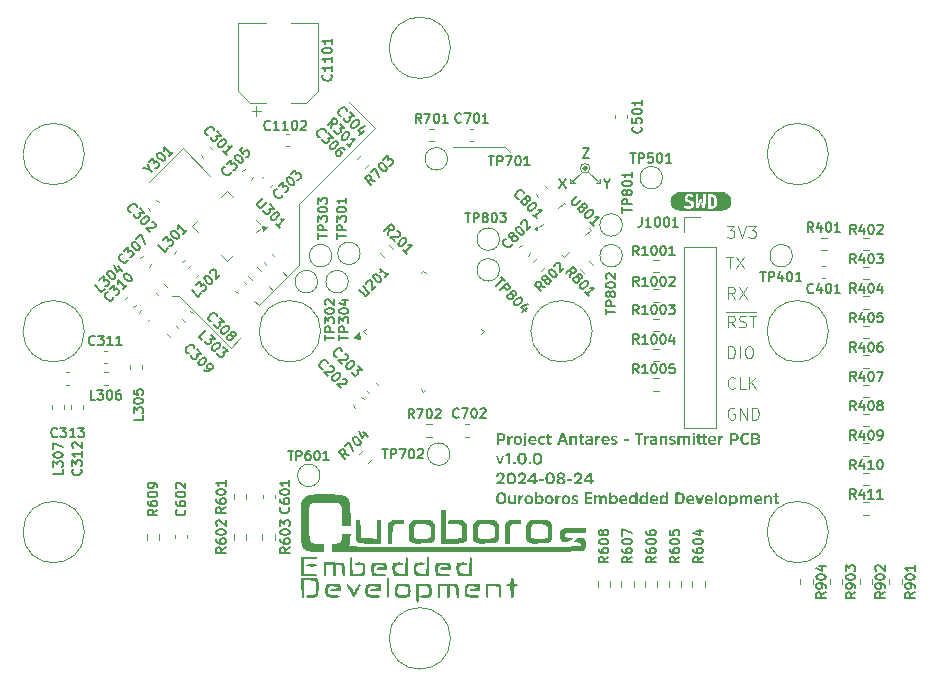
<source format=gbr>
%TF.GenerationSoftware,KiCad,Pcbnew,8.0.4-8.0.4-0~ubuntu22.04.1*%
%TF.CreationDate,2024-08-24T11:38:03-03:00*%
%TF.ProjectId,Antares-Transmitter,416e7461-7265-4732-9d54-72616e736d69,1.0.0*%
%TF.SameCoordinates,Original*%
%TF.FileFunction,Legend,Top*%
%TF.FilePolarity,Positive*%
%FSLAX46Y46*%
G04 Gerber Fmt 4.6, Leading zero omitted, Abs format (unit mm)*
G04 Created by KiCad (PCBNEW 8.0.4-8.0.4-0~ubuntu22.04.1) date 2024-08-24 11:38:03*
%MOMM*%
%LPD*%
G01*
G04 APERTURE LIST*
%ADD10C,0.150000*%
%ADD11C,0.249999*%
%ADD12C,0.100000*%
%ADD13C,0.125000*%
%ADD14C,0.000000*%
%ADD15C,0.120000*%
G04 APERTURE END LIST*
D10*
X141012969Y-103494295D02*
X141546303Y-103494295D01*
X141546303Y-103494295D02*
X141012969Y-104294295D01*
X141012969Y-104294295D02*
X141546303Y-104294295D01*
D11*
X141324999Y-105200000D02*
G75*
G02*
X141075001Y-105200000I-124999J0D01*
G01*
X141075001Y-105200000D02*
G75*
G02*
X141324999Y-105200000I124999J0D01*
G01*
D12*
X141600000Y-105200000D02*
G75*
G02*
X140800000Y-105200000I-400000J0D01*
G01*
X140800000Y-105200000D02*
G75*
G02*
X141600000Y-105200000I400000J0D01*
G01*
D10*
X139012969Y-106094295D02*
X139546303Y-106894295D01*
X139546303Y-106094295D02*
X139012969Y-106894295D01*
D12*
X139917158Y-106482843D02*
X140317156Y-106482843D01*
X140317156Y-106482843D02*
X139917157Y-106082843D01*
X140917157Y-105482843D02*
X139917158Y-106482843D01*
X139917157Y-106082843D02*
X139917158Y-106482843D01*
D10*
X143041541Y-106513342D02*
X143041541Y-106894295D01*
X142774874Y-106094295D02*
X143041541Y-106513342D01*
X143041541Y-106513342D02*
X143308207Y-106094295D01*
D12*
X142082843Y-106482843D02*
X142482843Y-106482843D01*
X142482843Y-106082843D02*
X142082843Y-106482843D01*
X142482843Y-106482843D02*
X142482843Y-106082843D01*
X141482843Y-105482843D02*
X142482843Y-106482843D01*
X115600000Y-114000000D02*
X116000000Y-114400000D01*
X114400000Y-115200000D02*
X114800000Y-115600000D01*
X113600000Y-116800000D02*
X113200000Y-116400000D01*
X117000000Y-113400000D02*
X113600000Y-116800000D01*
X117000000Y-108200000D02*
X117000000Y-113400000D01*
X120600000Y-104600000D02*
X117000000Y-108200000D01*
X123400000Y-101800000D02*
X120600000Y-104600000D01*
X121200000Y-99600000D02*
X123400000Y-101800000D01*
X134400000Y-103400000D02*
X134800000Y-103800000D01*
X133600000Y-103400000D02*
X134400000Y-103400000D01*
X130000000Y-103400000D02*
X133600000Y-103400000D01*
X129800000Y-95000000D02*
G75*
G02*
X124600000Y-95000000I-2600000J0D01*
G01*
X124600000Y-95000000D02*
G75*
G02*
X129800000Y-95000000I2600000J0D01*
G01*
X129800000Y-145000000D02*
G75*
G02*
X124600000Y-145000000I-2600000J0D01*
G01*
X124600000Y-145000000D02*
G75*
G02*
X129800000Y-145000000I2600000J0D01*
G01*
X141800000Y-119000000D02*
G75*
G02*
X136600000Y-119000000I-2600000J0D01*
G01*
X136600000Y-119000000D02*
G75*
G02*
X141800000Y-119000000I2600000J0D01*
G01*
X118800000Y-119000000D02*
G75*
G02*
X113600000Y-119000000I-2600000J0D01*
G01*
X113600000Y-119000000D02*
G75*
G02*
X118800000Y-119000000I2600000J0D01*
G01*
X98800000Y-119000000D02*
G75*
G02*
X93600000Y-119000000I-2600000J0D01*
G01*
X93600000Y-119000000D02*
G75*
G02*
X98800000Y-119000000I2600000J0D01*
G01*
X161800000Y-119000000D02*
G75*
G02*
X156600000Y-119000000I-2600000J0D01*
G01*
X156600000Y-119000000D02*
G75*
G02*
X161800000Y-119000000I2600000J0D01*
G01*
X161800000Y-104000000D02*
G75*
G02*
X156600000Y-104000000I-2600000J0D01*
G01*
X156600000Y-104000000D02*
G75*
G02*
X161800000Y-104000000I2600000J0D01*
G01*
X161800000Y-136000000D02*
G75*
G02*
X156600000Y-136000000I-2600000J0D01*
G01*
X156600000Y-136000000D02*
G75*
G02*
X161800000Y-136000000I2600000J0D01*
G01*
X98800000Y-136000000D02*
G75*
G02*
X93600000Y-136000000I-2600000J0D01*
G01*
X93600000Y-136000000D02*
G75*
G02*
X98800000Y-136000000I2600000J0D01*
G01*
X98800000Y-104000000D02*
G75*
G02*
X93600000Y-104000000I-2600000J0D01*
G01*
X93600000Y-104000000D02*
G75*
G02*
X98800000Y-104000000I2600000J0D01*
G01*
X112000000Y-119600000D02*
X111200000Y-120400000D01*
X111200000Y-120400000D02*
X106800000Y-116000000D01*
X106800000Y-116000000D02*
X106200000Y-116000000D01*
X153875312Y-123777180D02*
X153827693Y-123824800D01*
X153827693Y-123824800D02*
X153684836Y-123872419D01*
X153684836Y-123872419D02*
X153589598Y-123872419D01*
X153589598Y-123872419D02*
X153446741Y-123824800D01*
X153446741Y-123824800D02*
X153351503Y-123729561D01*
X153351503Y-123729561D02*
X153303884Y-123634323D01*
X153303884Y-123634323D02*
X153256265Y-123443847D01*
X153256265Y-123443847D02*
X153256265Y-123300990D01*
X153256265Y-123300990D02*
X153303884Y-123110514D01*
X153303884Y-123110514D02*
X153351503Y-123015276D01*
X153351503Y-123015276D02*
X153446741Y-122920038D01*
X153446741Y-122920038D02*
X153589598Y-122872419D01*
X153589598Y-122872419D02*
X153684836Y-122872419D01*
X153684836Y-122872419D02*
X153827693Y-122920038D01*
X153827693Y-122920038D02*
X153875312Y-122967657D01*
X154780074Y-123872419D02*
X154303884Y-123872419D01*
X154303884Y-123872419D02*
X154303884Y-122872419D01*
X155113408Y-123872419D02*
X155113408Y-122872419D01*
X155684836Y-123872419D02*
X155256265Y-123300990D01*
X155684836Y-122872419D02*
X155113408Y-123443847D01*
X153208646Y-110072419D02*
X153827693Y-110072419D01*
X153827693Y-110072419D02*
X153494360Y-110453371D01*
X153494360Y-110453371D02*
X153637217Y-110453371D01*
X153637217Y-110453371D02*
X153732455Y-110500990D01*
X153732455Y-110500990D02*
X153780074Y-110548609D01*
X153780074Y-110548609D02*
X153827693Y-110643847D01*
X153827693Y-110643847D02*
X153827693Y-110881942D01*
X153827693Y-110881942D02*
X153780074Y-110977180D01*
X153780074Y-110977180D02*
X153732455Y-111024800D01*
X153732455Y-111024800D02*
X153637217Y-111072419D01*
X153637217Y-111072419D02*
X153351503Y-111072419D01*
X153351503Y-111072419D02*
X153256265Y-111024800D01*
X153256265Y-111024800D02*
X153208646Y-110977180D01*
X154113408Y-110072419D02*
X154446741Y-111072419D01*
X154446741Y-111072419D02*
X154780074Y-110072419D01*
X155018170Y-110072419D02*
X155637217Y-110072419D01*
X155637217Y-110072419D02*
X155303884Y-110453371D01*
X155303884Y-110453371D02*
X155446741Y-110453371D01*
X155446741Y-110453371D02*
X155541979Y-110500990D01*
X155541979Y-110500990D02*
X155589598Y-110548609D01*
X155589598Y-110548609D02*
X155637217Y-110643847D01*
X155637217Y-110643847D02*
X155637217Y-110881942D01*
X155637217Y-110881942D02*
X155589598Y-110977180D01*
X155589598Y-110977180D02*
X155541979Y-111024800D01*
X155541979Y-111024800D02*
X155446741Y-111072419D01*
X155446741Y-111072419D02*
X155161027Y-111072419D01*
X155161027Y-111072419D02*
X155065789Y-111024800D01*
X155065789Y-111024800D02*
X155018170Y-110977180D01*
D13*
G36*
X134053963Y-127604560D02*
G01*
X134104252Y-127606500D01*
X134162316Y-127612558D01*
X134215049Y-127622647D01*
X134262451Y-127636763D01*
X134312297Y-127659008D01*
X134354466Y-127687034D01*
X134378428Y-127709325D01*
X134408397Y-127748729D01*
X134431188Y-127795294D01*
X134446793Y-127849021D01*
X134454300Y-127899264D01*
X134456803Y-127954480D01*
X134455902Y-127988461D01*
X134450396Y-128041033D01*
X134437189Y-128097413D01*
X134416792Y-128146477D01*
X134389214Y-128188226D01*
X134354466Y-128222658D01*
X134347971Y-128227685D01*
X134304522Y-128254507D01*
X134253397Y-128275599D01*
X134204929Y-128288792D01*
X134151130Y-128297994D01*
X134092000Y-128303198D01*
X134040858Y-128304480D01*
X133898220Y-128304480D01*
X133898220Y-128555073D01*
X133863049Y-128590000D01*
X133738485Y-128590000D01*
X133703558Y-128555073D01*
X133703558Y-128136441D01*
X133898220Y-128136441D01*
X134039392Y-128136441D01*
X134060664Y-128136073D01*
X134111793Y-128131495D01*
X134164288Y-128118385D01*
X134207431Y-128094431D01*
X134239056Y-128055108D01*
X134255143Y-128005140D01*
X134259211Y-127954480D01*
X134255143Y-127903713D01*
X134239056Y-127853787D01*
X134207431Y-127814528D01*
X134193509Y-127804659D01*
X134144810Y-127784343D01*
X134093572Y-127775133D01*
X134039392Y-127772519D01*
X133898220Y-127772519D01*
X133898220Y-128136441D01*
X133703558Y-128136441D01*
X133703558Y-127637941D01*
X133737020Y-127604480D01*
X134040858Y-127604480D01*
X134053963Y-127604560D01*
G37*
G36*
X134650976Y-127852386D02*
G01*
X134617515Y-127884382D01*
X134617515Y-128558004D01*
X134650976Y-128590000D01*
X134771388Y-128590000D01*
X134803628Y-128558004D01*
X134803628Y-128235847D01*
X134808566Y-128185494D01*
X134825402Y-128134952D01*
X134854187Y-128089546D01*
X134891887Y-128054087D01*
X134940252Y-128032191D01*
X134981437Y-128027264D01*
X135006594Y-128028729D01*
X135026378Y-128030195D01*
X135053000Y-128004794D01*
X135053000Y-127874612D01*
X135046650Y-127852386D01*
X135024912Y-127846769D01*
X134971680Y-127852050D01*
X134923816Y-127867895D01*
X134884961Y-127891465D01*
X134845681Y-127926623D01*
X134814381Y-127968342D01*
X134802407Y-127992337D01*
X134795324Y-127881695D01*
X134761618Y-127852386D01*
X134650976Y-127852386D01*
G37*
G36*
X135535291Y-127836403D02*
G01*
X135584442Y-127841723D01*
X135638796Y-127854508D01*
X135688100Y-127874293D01*
X135732356Y-127901097D01*
X135771563Y-127934940D01*
X135799849Y-127968095D01*
X135827463Y-128013492D01*
X135848174Y-128065002D01*
X135860160Y-128112590D01*
X135867351Y-128164412D01*
X135869748Y-128220460D01*
X135868214Y-128265637D01*
X135861982Y-128318309D01*
X135850955Y-128366760D01*
X135831395Y-128419327D01*
X135804930Y-128465815D01*
X135771563Y-128506224D01*
X135752590Y-128523970D01*
X135710859Y-128554242D01*
X135664079Y-128577543D01*
X135612250Y-128593866D01*
X135555372Y-128603199D01*
X135504117Y-128605631D01*
X135473012Y-128604755D01*
X135423975Y-128599407D01*
X135369758Y-128586578D01*
X135320591Y-128566764D01*
X135276473Y-128539977D01*
X135237404Y-128506224D01*
X135209426Y-128472972D01*
X135182095Y-128427497D01*
X135161583Y-128375943D01*
X135149704Y-128328337D01*
X135142573Y-128276510D01*
X135140195Y-128220460D01*
X135329239Y-128220460D01*
X135329410Y-128235021D01*
X135333513Y-128288642D01*
X135346333Y-128345267D01*
X135367693Y-128390336D01*
X135404589Y-128429165D01*
X135453764Y-128451353D01*
X135504117Y-128457131D01*
X135514981Y-128456900D01*
X135564129Y-128448811D01*
X135611725Y-128423849D01*
X135646904Y-128382247D01*
X135666736Y-128334867D01*
X135677945Y-128275930D01*
X135680704Y-128220460D01*
X135680532Y-128205899D01*
X135676393Y-128152278D01*
X135663459Y-128095653D01*
X135641903Y-128050584D01*
X135604654Y-128011755D01*
X135554989Y-127989567D01*
X135504117Y-127983789D01*
X135493365Y-127984020D01*
X135444716Y-127992109D01*
X135397586Y-128017071D01*
X135362738Y-128058673D01*
X135343086Y-128106054D01*
X135331975Y-128164990D01*
X135329239Y-128220460D01*
X135140195Y-128220460D01*
X135141717Y-128175283D01*
X135147898Y-128122616D01*
X135158828Y-128074181D01*
X135178203Y-128021653D01*
X135204398Y-127975236D01*
X135237404Y-127934940D01*
X135256307Y-127917137D01*
X135297901Y-127886816D01*
X135344544Y-127863524D01*
X135396235Y-127847242D01*
X135452976Y-127837950D01*
X135504117Y-127835533D01*
X135535291Y-127836403D01*
G37*
G36*
X136049267Y-128524298D02*
G01*
X136040817Y-128573860D01*
X135999921Y-128604916D01*
X135989183Y-128605631D01*
X135939992Y-128602020D01*
X135934473Y-128601235D01*
X135905163Y-128627857D01*
X135905163Y-128709190D01*
X135934473Y-128742651D01*
X135985539Y-128750577D01*
X136036810Y-128752421D01*
X136085678Y-128749391D01*
X136136365Y-128737033D01*
X136178826Y-128712340D01*
X136187997Y-128703572D01*
X136214278Y-128662385D01*
X136228704Y-128612069D01*
X136233753Y-128563020D01*
X136234159Y-128542616D01*
X136234159Y-127884382D01*
X136201919Y-127852386D01*
X136080286Y-127852386D01*
X136049267Y-127884382D01*
X136049267Y-128524298D01*
G37*
G36*
X136235624Y-127639406D02*
G01*
X136203384Y-127607166D01*
X136080286Y-127607166D01*
X136048046Y-127639406D01*
X136048046Y-127737348D01*
X136080286Y-127769588D01*
X136203384Y-127769588D01*
X136235624Y-127737348D01*
X136235624Y-127639406D01*
G37*
G36*
X136805564Y-127838906D02*
G01*
X136858226Y-127849019D01*
X136905787Y-127865861D01*
X136954829Y-127894003D01*
X136996929Y-127931277D01*
X137002361Y-127937338D01*
X137035538Y-127983254D01*
X137057236Y-128027467D01*
X137072723Y-128076162D01*
X137082008Y-128129339D01*
X137085101Y-128186999D01*
X137085101Y-128255387D01*
X137051639Y-128289092D01*
X136574145Y-128289092D01*
X136585902Y-128338086D01*
X136609632Y-128383992D01*
X136644731Y-128421472D01*
X136652339Y-128427328D01*
X136699314Y-128452783D01*
X136749592Y-128466007D01*
X136801046Y-128469832D01*
X136830940Y-128468761D01*
X136883632Y-128461458D01*
X136934831Y-128447302D01*
X136984473Y-128426357D01*
X137026482Y-128445896D01*
X137050174Y-128511598D01*
X137029169Y-128552386D01*
X136994427Y-128568104D01*
X136943706Y-128585612D01*
X136890583Y-128597887D01*
X136835089Y-128604944D01*
X136785659Y-128606852D01*
X136740332Y-128605272D01*
X136687303Y-128598848D01*
X136638297Y-128587477D01*
X136584784Y-128567294D01*
X136537028Y-128539969D01*
X136495010Y-128505491D01*
X136470543Y-128478861D01*
X136439976Y-128434194D01*
X136416761Y-128383859D01*
X136400887Y-128327856D01*
X136393259Y-128276859D01*
X136390718Y-128221926D01*
X136392218Y-128177321D01*
X136392885Y-128171612D01*
X136569993Y-128171612D01*
X136917062Y-128171612D01*
X136917062Y-128163063D01*
X136913700Y-128115810D01*
X136900461Y-128066384D01*
X136874563Y-128023112D01*
X136847433Y-127998719D01*
X136801825Y-127978705D01*
X136750488Y-127972798D01*
X136711206Y-127975901D01*
X136661251Y-127992197D01*
X136622047Y-128022471D01*
X136593585Y-128066732D01*
X136578065Y-128114309D01*
X136569993Y-128171612D01*
X136392885Y-128171612D01*
X136398311Y-128125171D01*
X136409091Y-128077028D01*
X136428213Y-128024547D01*
X136454085Y-127977835D01*
X136486706Y-127936894D01*
X136505252Y-127918761D01*
X136546046Y-127887861D01*
X136591756Y-127864108D01*
X136642364Y-127847492D01*
X136697850Y-127838003D01*
X136747801Y-127835533D01*
X136805564Y-127838906D01*
G37*
G36*
X137205512Y-128218995D02*
G01*
X137207998Y-128275143D01*
X137215451Y-128327052D01*
X137227866Y-128374736D01*
X137249306Y-128426404D01*
X137277874Y-128472044D01*
X137307117Y-128505491D01*
X137347700Y-128539493D01*
X137393340Y-128566478D01*
X137444049Y-128586437D01*
X137499836Y-128599361D01*
X137550212Y-128604749D01*
X137582135Y-128605631D01*
X137636857Y-128603142D01*
X137687200Y-128595673D01*
X137739335Y-128581042D01*
X137785666Y-128559907D01*
X137796336Y-128553607D01*
X137815875Y-128510376D01*
X137782414Y-128433196D01*
X137738939Y-128417808D01*
X137692800Y-128436998D01*
X137643085Y-128448222D01*
X137594836Y-128451514D01*
X137545272Y-128446930D01*
X137497719Y-128431056D01*
X137454602Y-128400437D01*
X137447801Y-128393384D01*
X137419651Y-128351373D01*
X137403296Y-128303908D01*
X137395846Y-128253956D01*
X137394556Y-128218995D01*
X137397861Y-128165276D01*
X137409519Y-128113492D01*
X137432408Y-128066695D01*
X137447801Y-128047536D01*
X137489442Y-128015239D01*
X137536212Y-127997549D01*
X137585604Y-127991092D01*
X137597522Y-127990872D01*
X137649544Y-127994594D01*
X137698398Y-128005813D01*
X137729169Y-128017494D01*
X137775331Y-128002107D01*
X137809036Y-127926392D01*
X137790718Y-127883161D01*
X137742567Y-127860138D01*
X137691566Y-127845998D01*
X137640589Y-127838510D01*
X137583669Y-127835580D01*
X137575052Y-127835533D01*
X137523840Y-127837932D01*
X137466834Y-127847155D01*
X137414688Y-127863317D01*
X137367413Y-127886438D01*
X137325017Y-127916536D01*
X137305652Y-127934207D01*
X137271650Y-127974254D01*
X137244665Y-128020473D01*
X137224706Y-128072856D01*
X137213447Y-128121209D01*
X137207080Y-128173829D01*
X137205512Y-128218995D01*
G37*
G36*
X138336113Y-128009190D02*
G01*
X138368353Y-127976950D01*
X138368353Y-127898548D01*
X138336113Y-127866308D01*
X138180774Y-127866308D01*
X138180774Y-127694117D01*
X138147069Y-127664563D01*
X138035205Y-127664563D01*
X138002965Y-127694117D01*
X138002965Y-127866308D01*
X137923098Y-127866308D01*
X137889637Y-127898548D01*
X137889637Y-127976950D01*
X137923098Y-128009190D01*
X138000034Y-128009190D01*
X138000034Y-128368960D01*
X138002591Y-128420596D01*
X138011762Y-128471063D01*
X138030019Y-128516994D01*
X138053279Y-128548234D01*
X138093350Y-128576220D01*
X138141161Y-128592511D01*
X138193002Y-128599946D01*
X138229867Y-128601235D01*
X138279747Y-128599071D01*
X138329139Y-128591077D01*
X138347348Y-128585847D01*
X138373970Y-128553607D01*
X138365666Y-128475205D01*
X138357850Y-128452979D01*
X138337578Y-128447362D01*
X138288698Y-128453549D01*
X138278715Y-128454200D01*
X138228355Y-128447960D01*
X138201779Y-128431974D01*
X138184115Y-128383316D01*
X138182240Y-128349420D01*
X138182240Y-128009190D01*
X138336113Y-128009190D01*
G37*
G36*
X139378403Y-127604606D02*
G01*
X139416643Y-127636720D01*
X139742707Y-128550921D01*
X139741486Y-128579009D01*
X139717550Y-128590000D01*
X139581751Y-128590000D01*
X139579848Y-128589969D01*
X139541207Y-128559225D01*
X139476727Y-128375799D01*
X139112805Y-128375799D01*
X139048325Y-128559225D01*
X139009246Y-128590000D01*
X138873447Y-128590000D01*
X138847313Y-128579009D01*
X138846824Y-128550921D01*
X138968173Y-128210690D01*
X139154815Y-128210690D01*
X139433251Y-128210690D01*
X139297452Y-127797676D01*
X139293300Y-127797676D01*
X139154815Y-128210690D01*
X138968173Y-128210690D01*
X139172889Y-127636720D01*
X139174383Y-127632816D01*
X139214898Y-127604480D01*
X139374633Y-127604480D01*
X139378403Y-127604606D01*
G37*
G36*
X140536496Y-128108597D02*
G01*
X140533481Y-128054373D01*
X140524435Y-128005814D01*
X140506712Y-127957235D01*
X140477359Y-127911375D01*
X140473482Y-127906852D01*
X140432935Y-127872341D01*
X140388331Y-127851175D01*
X140335666Y-127838937D01*
X140282972Y-127835533D01*
X140233663Y-127838396D01*
X140180632Y-127849396D01*
X140134299Y-127868657D01*
X140088708Y-127901582D01*
X140056885Y-127938775D01*
X140047766Y-127953014D01*
X140040683Y-127880230D01*
X140008688Y-127852386D01*
X139898046Y-127852386D01*
X139865806Y-127884382D01*
X139865806Y-128558004D01*
X139898046Y-128590000D01*
X140018457Y-128590000D01*
X140050697Y-128558004D01*
X140050697Y-128164528D01*
X140055719Y-128114523D01*
X140074603Y-128065473D01*
X140093196Y-128040697D01*
X140133844Y-128011091D01*
X140181755Y-127997200D01*
X140214340Y-127995024D01*
X140263160Y-128000163D01*
X140307783Y-128020959D01*
X140318632Y-128031416D01*
X140342262Y-128077395D01*
X140349862Y-128128511D01*
X140350139Y-128142058D01*
X140350139Y-128558004D01*
X140383845Y-128590000D01*
X140504256Y-128590000D01*
X140536496Y-128558004D01*
X140536496Y-128108597D01*
G37*
G36*
X141086287Y-128009190D02*
G01*
X141118527Y-127976950D01*
X141118527Y-127898548D01*
X141086287Y-127866308D01*
X140930949Y-127866308D01*
X140930949Y-127694117D01*
X140897243Y-127664563D01*
X140785380Y-127664563D01*
X140753140Y-127694117D01*
X140753140Y-127866308D01*
X140673272Y-127866308D01*
X140639811Y-127898548D01*
X140639811Y-127976950D01*
X140673272Y-128009190D01*
X140750209Y-128009190D01*
X140750209Y-128368960D01*
X140752766Y-128420596D01*
X140761937Y-128471063D01*
X140780193Y-128516994D01*
X140803454Y-128548234D01*
X140843525Y-128576220D01*
X140891335Y-128592511D01*
X140943176Y-128599946D01*
X140980041Y-128601235D01*
X141029921Y-128599071D01*
X141079313Y-128591077D01*
X141097522Y-128585847D01*
X141124145Y-128553607D01*
X141115840Y-128475205D01*
X141108025Y-128452979D01*
X141087752Y-128447362D01*
X141038872Y-128453549D01*
X141028890Y-128454200D01*
X140978529Y-128447960D01*
X140951953Y-128431974D01*
X140934289Y-128383316D01*
X140932414Y-128349420D01*
X140932414Y-128009190D01*
X141086287Y-128009190D01*
G37*
G36*
X141579082Y-127835793D02*
G01*
X141633738Y-127839689D01*
X141697974Y-127852157D01*
X141752336Y-127872937D01*
X141796820Y-127902028D01*
X141831424Y-127939432D01*
X141856144Y-127985147D01*
X141870979Y-128039175D01*
X141875924Y-128101514D01*
X141875924Y-128558004D01*
X141842463Y-128590000D01*
X141738660Y-128590000D01*
X141706664Y-128563621D01*
X141701046Y-128487906D01*
X141680793Y-128514787D01*
X141644188Y-128548406D01*
X141600113Y-128573971D01*
X141548567Y-128591473D01*
X141499906Y-128599893D01*
X141446057Y-128602700D01*
X141412624Y-128601340D01*
X141363867Y-128593493D01*
X141315930Y-128576300D01*
X141271179Y-128546769D01*
X141256066Y-128532034D01*
X141227101Y-128488886D01*
X141211799Y-128442344D01*
X141206699Y-128388499D01*
X141206793Y-128381049D01*
X141207253Y-128377264D01*
X141383042Y-128377264D01*
X141387576Y-128408300D01*
X141415282Y-128448827D01*
X141457018Y-128469409D01*
X141506385Y-128475205D01*
X141554839Y-128471612D01*
X141604616Y-128457460D01*
X141647069Y-128429776D01*
X141665912Y-128408574D01*
X141688628Y-128362233D01*
X141695429Y-128311563D01*
X141695429Y-128251235D01*
X141667007Y-128252389D01*
X141616036Y-128255083D01*
X141566468Y-128259050D01*
X141520405Y-128265422D01*
X141470725Y-128277124D01*
X141444585Y-128286613D01*
X141404047Y-128314982D01*
X141394892Y-128328080D01*
X141383042Y-128377264D01*
X141207253Y-128377264D01*
X141212713Y-128332323D01*
X141230635Y-128284207D01*
X141256391Y-128246881D01*
X141294138Y-128214110D01*
X141304521Y-128207837D01*
X141350498Y-128186858D01*
X141399162Y-128172100D01*
X141431948Y-128164677D01*
X141481763Y-128155897D01*
X141532274Y-128149874D01*
X141540855Y-128149072D01*
X141591922Y-128145450D01*
X141643998Y-128143241D01*
X141695429Y-128142058D01*
X141695429Y-128109818D01*
X141695391Y-128105753D01*
X141687082Y-128055930D01*
X141657571Y-128013342D01*
X141635814Y-127999878D01*
X141588094Y-127986204D01*
X141535694Y-127982568D01*
X141529300Y-127982608D01*
X141477781Y-127985877D01*
X141425569Y-127994392D01*
X141372618Y-128008176D01*
X141325645Y-128024577D01*
X141285101Y-128004794D01*
X141259944Y-127927857D01*
X141279483Y-127888778D01*
X141295177Y-127882304D01*
X141343727Y-127865415D01*
X141394466Y-127852313D01*
X141447376Y-127842978D01*
X141502437Y-127837391D01*
X141559630Y-127835533D01*
X141579082Y-127835793D01*
G37*
G36*
X142088660Y-127852386D02*
G01*
X142055198Y-127884382D01*
X142055198Y-128558004D01*
X142088660Y-128590000D01*
X142209071Y-128590000D01*
X142241311Y-128558004D01*
X142241311Y-128235847D01*
X142246249Y-128185494D01*
X142263085Y-128134952D01*
X142291870Y-128089546D01*
X142329570Y-128054087D01*
X142377935Y-128032191D01*
X142419120Y-128027264D01*
X142444277Y-128028729D01*
X142464061Y-128030195D01*
X142490683Y-128004794D01*
X142490683Y-127874612D01*
X142484333Y-127852386D01*
X142462595Y-127846769D01*
X142409363Y-127852050D01*
X142361499Y-127867895D01*
X142322644Y-127891465D01*
X142283365Y-127926623D01*
X142252064Y-127968342D01*
X142240090Y-127992337D01*
X142233007Y-127881695D01*
X142199302Y-127852386D01*
X142088660Y-127852386D01*
G37*
G36*
X142992724Y-127838906D02*
G01*
X143045386Y-127849019D01*
X143092947Y-127865861D01*
X143141989Y-127894003D01*
X143184089Y-127931277D01*
X143189521Y-127937338D01*
X143222698Y-127983254D01*
X143244396Y-128027467D01*
X143259883Y-128076162D01*
X143269168Y-128129339D01*
X143272260Y-128186999D01*
X143272260Y-128255387D01*
X143238799Y-128289092D01*
X142761304Y-128289092D01*
X142773061Y-128338086D01*
X142796791Y-128383992D01*
X142831891Y-128421472D01*
X142839498Y-128427328D01*
X142886474Y-128452783D01*
X142936751Y-128466007D01*
X142988206Y-128469832D01*
X143018100Y-128468761D01*
X143070792Y-128461458D01*
X143121991Y-128447302D01*
X143171632Y-128426357D01*
X143213642Y-128445896D01*
X143237334Y-128511598D01*
X143216329Y-128552386D01*
X143181587Y-128568104D01*
X143130866Y-128585612D01*
X143077743Y-128597887D01*
X143022249Y-128604944D01*
X142972819Y-128606852D01*
X142927492Y-128605272D01*
X142874463Y-128598848D01*
X142825456Y-128587477D01*
X142771943Y-128567294D01*
X142724188Y-128539969D01*
X142682170Y-128505491D01*
X142657703Y-128478861D01*
X142627136Y-128434194D01*
X142603920Y-128383859D01*
X142588046Y-128327856D01*
X142580419Y-128276859D01*
X142577878Y-128221926D01*
X142579378Y-128177321D01*
X142580045Y-128171612D01*
X142757152Y-128171612D01*
X143104221Y-128171612D01*
X143104221Y-128163063D01*
X143100860Y-128115810D01*
X143087621Y-128066384D01*
X143061723Y-128023112D01*
X143034592Y-127998719D01*
X142988985Y-127978705D01*
X142937648Y-127972798D01*
X142898366Y-127975901D01*
X142848411Y-127992197D01*
X142809207Y-128022471D01*
X142780744Y-128066732D01*
X142765225Y-128114309D01*
X142757152Y-128171612D01*
X142580045Y-128171612D01*
X142585471Y-128125171D01*
X142596251Y-128077028D01*
X142615373Y-128024547D01*
X142641245Y-127977835D01*
X142673866Y-127936894D01*
X142692412Y-127918761D01*
X142733206Y-127887861D01*
X142778916Y-127864108D01*
X142829524Y-127847492D01*
X142885010Y-127838003D01*
X142934961Y-127835533D01*
X142992724Y-127838906D01*
G37*
G36*
X143947103Y-128391186D02*
G01*
X143942577Y-128342012D01*
X143926904Y-128295724D01*
X143896670Y-128254856D01*
X143889706Y-128248548D01*
X143848319Y-128218716D01*
X143801770Y-128193299D01*
X143752998Y-128171817D01*
X143718981Y-128158911D01*
X143672005Y-128142296D01*
X143635694Y-128128136D01*
X143594100Y-128101529D01*
X143588799Y-128096629D01*
X143567875Y-128051721D01*
X143567794Y-128048269D01*
X143584693Y-128002141D01*
X143597836Y-127992337D01*
X143646117Y-127978266D01*
X143693579Y-127975484D01*
X143744134Y-127978785D01*
X143793999Y-127987545D01*
X143842174Y-128000158D01*
X143853314Y-128003572D01*
X143892393Y-127982568D01*
X143913398Y-127912470D01*
X143893859Y-127874612D01*
X143844441Y-127857481D01*
X143789964Y-127845273D01*
X143738127Y-127838611D01*
X143682382Y-127835685D01*
X143665736Y-127835533D01*
X143609323Y-127838063D01*
X143559027Y-127845672D01*
X143509054Y-127860628D01*
X143462436Y-127885488D01*
X143457885Y-127888778D01*
X143419796Y-127926774D01*
X143395777Y-127974359D01*
X143386227Y-128025383D01*
X143385589Y-128044117D01*
X143390489Y-128096007D01*
X143407716Y-128146201D01*
X143437347Y-128187762D01*
X143463991Y-128210690D01*
X143507300Y-128234388D01*
X143557463Y-128255374D01*
X143608176Y-128273954D01*
X143615177Y-128276392D01*
X143661423Y-128293451D01*
X143707777Y-128313915D01*
X143730704Y-128326950D01*
X143761779Y-128364952D01*
X143765143Y-128387034D01*
X143748252Y-128434592D01*
X143729483Y-128448094D01*
X143680168Y-128461597D01*
X143627388Y-128465367D01*
X143618108Y-128465436D01*
X143568559Y-128463001D01*
X143519242Y-128455698D01*
X143470156Y-128443527D01*
X143442986Y-128434661D01*
X143403907Y-128455666D01*
X143382903Y-128528450D01*
X143403907Y-128564842D01*
X143456843Y-128582653D01*
X143507352Y-128594087D01*
X143561754Y-128601631D01*
X143611472Y-128604990D01*
X143646196Y-128605631D01*
X143699953Y-128603744D01*
X143763412Y-128595360D01*
X143817477Y-128580272D01*
X143862147Y-128558483D01*
X143904767Y-128521828D01*
X143932695Y-128474711D01*
X143945927Y-128417140D01*
X143947103Y-128391186D01*
G37*
G36*
X144877180Y-128284940D02*
G01*
X144909420Y-128254166D01*
X144909420Y-128165994D01*
X144877180Y-128134975D01*
X144496406Y-128134975D01*
X144464166Y-128165994D01*
X144464166Y-128254166D01*
X144496406Y-128284940D01*
X144877180Y-128284940D01*
G37*
G36*
X145412072Y-127744431D02*
G01*
X145447243Y-127779357D01*
X145672679Y-127779357D01*
X145672679Y-128555073D01*
X145707606Y-128590000D01*
X145833635Y-128590000D01*
X145868562Y-128555073D01*
X145868562Y-127779357D01*
X146093998Y-127779357D01*
X146128925Y-127744431D01*
X146128925Y-127637941D01*
X146093998Y-127604480D01*
X145445778Y-127604480D01*
X145412072Y-127637941D01*
X145412072Y-127744431D01*
G37*
G36*
X146218318Y-127852386D02*
G01*
X146184856Y-127884382D01*
X146184856Y-128558004D01*
X146218318Y-128590000D01*
X146338729Y-128590000D01*
X146370969Y-128558004D01*
X146370969Y-128235847D01*
X146375907Y-128185494D01*
X146392743Y-128134952D01*
X146421528Y-128089546D01*
X146459228Y-128054087D01*
X146507593Y-128032191D01*
X146548778Y-128027264D01*
X146573935Y-128028729D01*
X146593719Y-128030195D01*
X146620341Y-128004794D01*
X146620341Y-127874612D01*
X146613991Y-127852386D01*
X146592254Y-127846769D01*
X146539021Y-127852050D01*
X146491157Y-127867895D01*
X146452302Y-127891465D01*
X146413023Y-127926623D01*
X146381722Y-127968342D01*
X146369748Y-127992337D01*
X146362665Y-127881695D01*
X146328960Y-127852386D01*
X146218318Y-127852386D01*
G37*
G36*
X147022767Y-127835793D02*
G01*
X147077422Y-127839689D01*
X147141659Y-127852157D01*
X147196020Y-127872937D01*
X147240505Y-127902028D01*
X147275108Y-127939432D01*
X147299829Y-127985147D01*
X147314663Y-128039175D01*
X147319609Y-128101514D01*
X147319609Y-128558004D01*
X147286147Y-128590000D01*
X147182344Y-128590000D01*
X147150348Y-128563621D01*
X147144731Y-128487906D01*
X147124478Y-128514787D01*
X147087873Y-128548406D01*
X147043797Y-128573971D01*
X146992252Y-128591473D01*
X146943590Y-128599893D01*
X146889741Y-128602700D01*
X146856309Y-128601340D01*
X146807551Y-128593493D01*
X146759615Y-128576300D01*
X146714863Y-128546769D01*
X146699751Y-128532034D01*
X146670785Y-128488886D01*
X146655484Y-128442344D01*
X146650383Y-128388499D01*
X146650478Y-128381049D01*
X146650938Y-128377264D01*
X146826727Y-128377264D01*
X146831260Y-128408300D01*
X146858967Y-128448827D01*
X146900703Y-128469409D01*
X146950069Y-128475205D01*
X146998524Y-128471612D01*
X147048301Y-128457460D01*
X147090753Y-128429776D01*
X147109597Y-128408574D01*
X147132313Y-128362233D01*
X147139113Y-128311563D01*
X147139113Y-128251235D01*
X147110691Y-128252389D01*
X147059721Y-128255083D01*
X147010153Y-128259050D01*
X146964089Y-128265422D01*
X146914410Y-128277124D01*
X146888270Y-128286613D01*
X146847732Y-128314982D01*
X146838576Y-128328080D01*
X146826727Y-128377264D01*
X146650938Y-128377264D01*
X146656398Y-128332323D01*
X146674319Y-128284207D01*
X146700076Y-128246881D01*
X146737822Y-128214110D01*
X146748205Y-128207837D01*
X146794182Y-128186858D01*
X146842847Y-128172100D01*
X146875632Y-128164677D01*
X146925448Y-128155897D01*
X146975959Y-128149874D01*
X146984540Y-128149072D01*
X147035607Y-128145450D01*
X147087682Y-128143241D01*
X147139113Y-128142058D01*
X147139113Y-128109818D01*
X147139076Y-128105753D01*
X147130766Y-128055930D01*
X147101256Y-128013342D01*
X147079499Y-127999878D01*
X147031778Y-127986204D01*
X146979378Y-127982568D01*
X146972985Y-127982608D01*
X146921466Y-127985877D01*
X146869254Y-127994392D01*
X146816303Y-128008176D01*
X146769330Y-128024577D01*
X146728785Y-128004794D01*
X146703628Y-127927857D01*
X146723168Y-127888778D01*
X146738861Y-127882304D01*
X146787411Y-127865415D01*
X146838151Y-127852313D01*
X146891061Y-127842978D01*
X146946122Y-127837391D01*
X147003314Y-127835533D01*
X147022767Y-127835793D01*
G37*
G36*
X148169574Y-128108597D02*
G01*
X148166558Y-128054373D01*
X148157512Y-128005814D01*
X148139790Y-127957235D01*
X148110436Y-127911375D01*
X148106559Y-127906852D01*
X148066013Y-127872341D01*
X148021408Y-127851175D01*
X147968743Y-127838937D01*
X147916050Y-127835533D01*
X147866741Y-127838396D01*
X147813710Y-127849396D01*
X147767376Y-127868657D01*
X147721785Y-127901582D01*
X147689963Y-127938775D01*
X147680844Y-127953014D01*
X147673761Y-127880230D01*
X147641765Y-127852386D01*
X147531123Y-127852386D01*
X147498883Y-127884382D01*
X147498883Y-128558004D01*
X147531123Y-128590000D01*
X147651535Y-128590000D01*
X147683775Y-128558004D01*
X147683775Y-128164528D01*
X147688797Y-128114523D01*
X147707680Y-128065473D01*
X147726273Y-128040697D01*
X147766922Y-128011091D01*
X147814832Y-127997200D01*
X147847418Y-127995024D01*
X147896237Y-128000163D01*
X147940860Y-128020959D01*
X147951709Y-128031416D01*
X147975340Y-128077395D01*
X147982940Y-128128511D01*
X147983217Y-128142058D01*
X147983217Y-128558004D01*
X148016922Y-128590000D01*
X148137334Y-128590000D01*
X148169574Y-128558004D01*
X148169574Y-128108597D01*
G37*
G36*
X148872016Y-128391186D02*
G01*
X148867490Y-128342012D01*
X148851817Y-128295724D01*
X148821583Y-128254856D01*
X148814619Y-128248548D01*
X148773231Y-128218716D01*
X148726683Y-128193299D01*
X148677911Y-128171817D01*
X148643893Y-128158911D01*
X148596917Y-128142296D01*
X148560607Y-128128136D01*
X148519013Y-128101529D01*
X148513712Y-128096629D01*
X148492787Y-128051721D01*
X148492707Y-128048269D01*
X148509606Y-128002141D01*
X148522749Y-127992337D01*
X148571030Y-127978266D01*
X148618492Y-127975484D01*
X148669047Y-127978785D01*
X148718912Y-127987545D01*
X148767087Y-128000158D01*
X148778227Y-128003572D01*
X148817306Y-127982568D01*
X148838311Y-127912470D01*
X148818771Y-127874612D01*
X148769354Y-127857481D01*
X148714877Y-127845273D01*
X148663039Y-127838611D01*
X148607295Y-127835685D01*
X148590648Y-127835533D01*
X148534236Y-127838063D01*
X148483940Y-127845672D01*
X148433967Y-127860628D01*
X148387349Y-127885488D01*
X148382798Y-127888778D01*
X148344709Y-127926774D01*
X148320690Y-127974359D01*
X148311139Y-128025383D01*
X148310502Y-128044117D01*
X148315402Y-128096007D01*
X148332629Y-128146201D01*
X148362259Y-128187762D01*
X148388904Y-128210690D01*
X148432213Y-128234388D01*
X148482376Y-128255374D01*
X148533089Y-128273954D01*
X148540090Y-128276392D01*
X148586336Y-128293451D01*
X148632690Y-128313915D01*
X148655617Y-128326950D01*
X148686692Y-128364952D01*
X148690055Y-128387034D01*
X148673165Y-128434592D01*
X148654396Y-128448094D01*
X148605081Y-128461597D01*
X148552300Y-128465367D01*
X148543021Y-128465436D01*
X148493472Y-128463001D01*
X148444154Y-128455698D01*
X148395069Y-128443527D01*
X148367899Y-128434661D01*
X148328820Y-128455666D01*
X148307815Y-128528450D01*
X148328820Y-128564842D01*
X148381756Y-128582653D01*
X148432264Y-128594087D01*
X148486667Y-128601631D01*
X148536385Y-128604990D01*
X148571109Y-128605631D01*
X148624866Y-128603744D01*
X148688324Y-128595360D01*
X148742390Y-128580272D01*
X148787060Y-128558483D01*
X148829680Y-128521828D01*
X148857608Y-128474711D01*
X148870840Y-128417140D01*
X148872016Y-128391186D01*
G37*
G36*
X149658234Y-128149141D02*
G01*
X149665094Y-128098239D01*
X149687674Y-128052078D01*
X149699511Y-128037766D01*
X149741205Y-128007614D01*
X149789716Y-127994648D01*
X149810886Y-127993558D01*
X149860293Y-128000431D01*
X149901434Y-128027253D01*
X149903210Y-128029462D01*
X149924306Y-128073975D01*
X149931053Y-128123361D01*
X149931297Y-128136441D01*
X149931297Y-128558004D01*
X149963538Y-128590000D01*
X150083949Y-128590000D01*
X150116189Y-128558004D01*
X150116189Y-128104200D01*
X150113382Y-128050716D01*
X150103284Y-127996413D01*
X150085816Y-127949432D01*
X150057327Y-127905387D01*
X150019665Y-127871584D01*
X149972646Y-127848877D01*
X149923022Y-127837982D01*
X149880983Y-127835533D01*
X149830317Y-127838574D01*
X149775688Y-127850252D01*
X149727772Y-127870689D01*
X149686551Y-127899883D01*
X149652005Y-127937836D01*
X149637229Y-127960097D01*
X149610377Y-127911561D01*
X149572475Y-127874946D01*
X149523555Y-127850252D01*
X149472878Y-127838574D01*
X149424494Y-127835533D01*
X149374705Y-127838911D01*
X149326054Y-127850503D01*
X149283810Y-127870460D01*
X149242887Y-127901004D01*
X149210560Y-127938451D01*
X149201988Y-127953014D01*
X149194905Y-127880230D01*
X149161200Y-127852386D01*
X149050558Y-127852386D01*
X149017096Y-127884382D01*
X149017096Y-128558004D01*
X149050558Y-128590000D01*
X149169748Y-128590000D01*
X149201988Y-128558004D01*
X149201988Y-128157445D01*
X149207771Y-128106668D01*
X149227149Y-128060407D01*
X149243265Y-128039232D01*
X149285320Y-128008077D01*
X149335314Y-127994684D01*
X149357327Y-127993558D01*
X149408539Y-128001447D01*
X149447697Y-128029462D01*
X149468851Y-128076940D01*
X149474702Y-128126363D01*
X149474808Y-128134975D01*
X149474808Y-128558004D01*
X149507048Y-128590000D01*
X149625994Y-128590000D01*
X149658234Y-128558004D01*
X149658234Y-128149141D01*
G37*
G36*
X150486217Y-127884382D02*
G01*
X150454221Y-127852386D01*
X150332344Y-127852386D01*
X150300104Y-127884382D01*
X150300104Y-128558004D01*
X150332344Y-128590000D01*
X150454221Y-128590000D01*
X150486217Y-128558004D01*
X150486217Y-127884382D01*
G37*
G36*
X150486217Y-127639406D02*
G01*
X150455443Y-127607166D01*
X150330879Y-127607166D01*
X150300104Y-127639406D01*
X150300104Y-127737348D01*
X150330879Y-127769588D01*
X150455443Y-127769588D01*
X150486217Y-127737348D01*
X150486217Y-127639406D01*
G37*
G36*
X151489811Y-128009190D02*
G01*
X151520586Y-127976950D01*
X151520586Y-127898548D01*
X151489811Y-127866308D01*
X151333007Y-127866308D01*
X151333007Y-127694117D01*
X151299546Y-127664563D01*
X151187438Y-127664563D01*
X151155198Y-127694117D01*
X151155198Y-127866308D01*
X150889218Y-127866308D01*
X150889218Y-127694117D01*
X150855512Y-127664563D01*
X150743649Y-127664563D01*
X150711409Y-127694117D01*
X150711409Y-127866308D01*
X150631542Y-127866308D01*
X150598080Y-127898548D01*
X150598080Y-127976950D01*
X150631542Y-128009190D01*
X150708478Y-128009190D01*
X150708478Y-128368960D01*
X150711035Y-128420596D01*
X150720206Y-128471063D01*
X150738463Y-128516994D01*
X150761723Y-128548234D01*
X150806211Y-128578445D01*
X150854459Y-128593803D01*
X150906300Y-128600410D01*
X150935380Y-128601235D01*
X150984551Y-128599071D01*
X151033480Y-128591077D01*
X151051639Y-128585847D01*
X151078262Y-128553607D01*
X151069713Y-128475205D01*
X151061409Y-128452979D01*
X151041870Y-128447362D01*
X151017201Y-128450781D01*
X150984473Y-128454200D01*
X150934044Y-128447202D01*
X150910223Y-128431974D01*
X150892559Y-128383316D01*
X150890683Y-128349420D01*
X150890683Y-128009190D01*
X151152512Y-128009190D01*
X151152512Y-128368960D01*
X151155039Y-128420596D01*
X151164129Y-128471063D01*
X151182290Y-128516994D01*
X151205512Y-128548234D01*
X151245692Y-128576220D01*
X151293466Y-128592511D01*
X151345250Y-128599946D01*
X151382100Y-128601235D01*
X151433354Y-128599071D01*
X151482265Y-128591077D01*
X151499581Y-128585847D01*
X151526203Y-128553607D01*
X151519120Y-128475205D01*
X151489811Y-128447362D01*
X151440931Y-128453549D01*
X151430949Y-128454200D01*
X151381524Y-128447960D01*
X151354745Y-128431974D01*
X151336887Y-128386302D01*
X151334473Y-128349420D01*
X151334473Y-128009190D01*
X151489811Y-128009190D01*
G37*
G36*
X152025801Y-127838906D02*
G01*
X152078463Y-127849019D01*
X152126025Y-127865861D01*
X152175067Y-127894003D01*
X152217166Y-127931277D01*
X152222598Y-127937338D01*
X152255776Y-127983254D01*
X152277474Y-128027467D01*
X152292960Y-128076162D01*
X152302245Y-128129339D01*
X152305338Y-128186999D01*
X152305338Y-128255387D01*
X152271877Y-128289092D01*
X151794382Y-128289092D01*
X151806139Y-128338086D01*
X151829869Y-128383992D01*
X151864968Y-128421472D01*
X151872576Y-128427328D01*
X151919551Y-128452783D01*
X151969829Y-128466007D01*
X152021284Y-128469832D01*
X152051178Y-128468761D01*
X152103869Y-128461458D01*
X152155068Y-128447302D01*
X152204710Y-128426357D01*
X152246720Y-128445896D01*
X152270411Y-128511598D01*
X152249406Y-128552386D01*
X152214664Y-128568104D01*
X152163943Y-128585612D01*
X152110820Y-128597887D01*
X152055326Y-128604944D01*
X152005896Y-128606852D01*
X151960569Y-128605272D01*
X151907540Y-128598848D01*
X151858534Y-128587477D01*
X151805021Y-128567294D01*
X151757265Y-128539969D01*
X151715247Y-128505491D01*
X151690780Y-128478861D01*
X151660214Y-128434194D01*
X151636998Y-128383859D01*
X151621124Y-128327856D01*
X151613497Y-128276859D01*
X151610956Y-128221926D01*
X151612455Y-128177321D01*
X151613122Y-128171612D01*
X151790230Y-128171612D01*
X152137299Y-128171612D01*
X152137299Y-128163063D01*
X152133937Y-128115810D01*
X152120698Y-128066384D01*
X152094801Y-128023112D01*
X152067670Y-127998719D01*
X152022063Y-127978705D01*
X151970725Y-127972798D01*
X151931444Y-127975901D01*
X151881488Y-127992197D01*
X151842284Y-128022471D01*
X151813822Y-128066732D01*
X151798302Y-128114309D01*
X151790230Y-128171612D01*
X151613122Y-128171612D01*
X151618548Y-128125171D01*
X151629328Y-128077028D01*
X151648451Y-128024547D01*
X151674322Y-127977835D01*
X151706943Y-127936894D01*
X151725490Y-127918761D01*
X151766283Y-127887861D01*
X151811993Y-127864108D01*
X151862601Y-127847492D01*
X151918088Y-127838003D01*
X151968039Y-127835533D01*
X152025801Y-127838906D01*
G37*
G36*
X152491451Y-127852386D02*
G01*
X152457990Y-127884382D01*
X152457990Y-128558004D01*
X152491451Y-128590000D01*
X152611863Y-128590000D01*
X152644103Y-128558004D01*
X152644103Y-128235847D01*
X152649040Y-128185494D01*
X152665876Y-128134952D01*
X152694661Y-128089546D01*
X152732362Y-128054087D01*
X152780727Y-128032191D01*
X152821912Y-128027264D01*
X152847069Y-128028729D01*
X152866852Y-128030195D01*
X152893475Y-128004794D01*
X152893475Y-127874612D01*
X152887124Y-127852386D01*
X152865387Y-127846769D01*
X152812155Y-127852050D01*
X152764290Y-127867895D01*
X152725436Y-127891465D01*
X152686156Y-127926623D01*
X152654855Y-127968342D01*
X152642882Y-127992337D01*
X152635799Y-127881695D01*
X152602093Y-127852386D01*
X152491451Y-127852386D01*
G37*
G36*
X153793670Y-127604560D02*
G01*
X153843959Y-127606500D01*
X153902023Y-127612558D01*
X153954756Y-127622647D01*
X154002158Y-127636763D01*
X154052003Y-127659008D01*
X154094173Y-127687034D01*
X154118135Y-127709325D01*
X154148104Y-127748729D01*
X154170895Y-127795294D01*
X154186500Y-127849021D01*
X154194007Y-127899264D01*
X154196510Y-127954480D01*
X154195609Y-127988461D01*
X154190103Y-128041033D01*
X154176896Y-128097413D01*
X154156499Y-128146477D01*
X154128921Y-128188226D01*
X154094173Y-128222658D01*
X154087677Y-128227685D01*
X154044229Y-128254507D01*
X153993104Y-128275599D01*
X153944636Y-128288792D01*
X153890837Y-128297994D01*
X153831707Y-128303198D01*
X153780565Y-128304480D01*
X153637927Y-128304480D01*
X153637927Y-128555073D01*
X153602756Y-128590000D01*
X153478192Y-128590000D01*
X153443265Y-128555073D01*
X153443265Y-128136441D01*
X153637927Y-128136441D01*
X153779099Y-128136441D01*
X153800371Y-128136073D01*
X153851500Y-128131495D01*
X153903995Y-128118385D01*
X153947138Y-128094431D01*
X153978763Y-128055108D01*
X153994850Y-128005140D01*
X153998918Y-127954480D01*
X153994850Y-127903713D01*
X153978763Y-127853787D01*
X153947138Y-127814528D01*
X153933216Y-127804659D01*
X153884516Y-127784343D01*
X153833279Y-127775133D01*
X153779099Y-127772519D01*
X153637927Y-127772519D01*
X153637927Y-128136441D01*
X153443265Y-128136441D01*
X153443265Y-127637941D01*
X153476727Y-127604480D01*
X153780565Y-127604480D01*
X153793670Y-127604560D01*
G37*
G36*
X154819330Y-128431974D02*
G01*
X154766803Y-128429089D01*
X154712347Y-128418430D01*
X154665225Y-128399918D01*
X154620333Y-128369143D01*
X154601465Y-128349909D01*
X154570549Y-128303476D01*
X154550768Y-128253699D01*
X154539201Y-128204249D01*
X154532597Y-128148548D01*
X154530879Y-128097362D01*
X154532561Y-128046075D01*
X154539027Y-127990269D01*
X154550354Y-127940695D01*
X154569725Y-127890698D01*
X154595740Y-127849098D01*
X154600000Y-127843838D01*
X154639345Y-127807755D01*
X154687805Y-127781953D01*
X154737718Y-127767828D01*
X154794675Y-127761607D01*
X154812247Y-127761284D01*
X154862851Y-127764060D01*
X154915991Y-127773632D01*
X154965924Y-127789987D01*
X154980286Y-127796210D01*
X155027090Y-127781326D01*
X155027913Y-127779357D01*
X155065526Y-127694117D01*
X155045987Y-127650642D01*
X154997892Y-127626088D01*
X154944327Y-127607565D01*
X154894060Y-127596488D01*
X154839775Y-127589842D01*
X154781472Y-127587627D01*
X154729734Y-127589653D01*
X154680951Y-127595729D01*
X154624125Y-127609015D01*
X154571914Y-127628619D01*
X154524319Y-127654536D01*
X154481339Y-127686759D01*
X154450279Y-127717076D01*
X154416196Y-127760556D01*
X154387903Y-127809940D01*
X154365396Y-127865228D01*
X154351551Y-127913708D01*
X154341402Y-127965966D01*
X154334946Y-128022003D01*
X154332180Y-128081818D01*
X154332065Y-128097362D01*
X154333932Y-128158109D01*
X154339534Y-128215052D01*
X154348873Y-128268189D01*
X154361954Y-128317516D01*
X154383570Y-128373813D01*
X154411042Y-128424148D01*
X154444374Y-128468514D01*
X154451744Y-128476671D01*
X154491544Y-128513822D01*
X154536073Y-128544677D01*
X154585335Y-128569235D01*
X154639336Y-128587496D01*
X154698083Y-128599460D01*
X154748501Y-128604498D01*
X154788311Y-128605631D01*
X154838793Y-128604021D01*
X154895122Y-128597839D01*
X154946813Y-128587019D01*
X154993868Y-128571563D01*
X155042905Y-128547671D01*
X155055757Y-128539685D01*
X155076762Y-128497676D01*
X155037683Y-128410969D01*
X154992054Y-128390451D01*
X154990055Y-128391186D01*
X154940905Y-128412659D01*
X154893354Y-128425219D01*
X154842764Y-128431334D01*
X154819330Y-128431974D01*
G37*
G36*
X155644494Y-127604720D02*
G01*
X155699960Y-127607425D01*
X155750525Y-127613135D01*
X155804732Y-127623954D01*
X155859053Y-127642046D01*
X155903768Y-127666029D01*
X155914770Y-127674009D01*
X155951681Y-127711645D01*
X155977235Y-127758412D01*
X155990278Y-127806805D01*
X155994626Y-127862156D01*
X155991659Y-127907506D01*
X155979910Y-127955693D01*
X155956769Y-127999176D01*
X155947003Y-128011622D01*
X155907636Y-128046430D01*
X155860293Y-128067808D01*
X155899013Y-128081043D01*
X155947397Y-128109654D01*
X155984154Y-128148775D01*
X156009293Y-128198406D01*
X156021375Y-128247793D01*
X156025401Y-128304480D01*
X156023002Y-128349302D01*
X156013779Y-128397799D01*
X155994247Y-128447087D01*
X155965240Y-128488520D01*
X155926727Y-128522100D01*
X155893514Y-128541715D01*
X155847284Y-128560830D01*
X155794098Y-128575137D01*
X155744463Y-128583401D01*
X155689999Y-128588352D01*
X155630704Y-128590000D01*
X155268004Y-128590000D01*
X155233077Y-128555073D01*
X155233077Y-128433196D01*
X155426273Y-128433196D01*
X155620935Y-128433196D01*
X155628215Y-128433166D01*
X155681470Y-128430761D01*
X155735583Y-128422346D01*
X155785310Y-128402421D01*
X155801247Y-128389206D01*
X155825610Y-128345348D01*
X155832205Y-128293244D01*
X155831495Y-128275408D01*
X155819383Y-128226681D01*
X155786775Y-128188220D01*
X155777646Y-128182720D01*
X155728916Y-128166131D01*
X155679580Y-128159369D01*
X155626552Y-128157445D01*
X155426273Y-128157445D01*
X155426273Y-128433196D01*
X155233077Y-128433196D01*
X155233077Y-128010411D01*
X155426273Y-128010411D01*
X155619469Y-128010411D01*
X155660742Y-128008974D01*
X155714266Y-128000906D01*
X155762351Y-127980369D01*
X155769821Y-127974395D01*
X155797380Y-127931055D01*
X155804361Y-127881695D01*
X155804319Y-127877611D01*
X155795073Y-127828243D01*
X155762351Y-127787906D01*
X155722097Y-127770754D01*
X155669990Y-127762026D01*
X155616538Y-127759818D01*
X155426273Y-127759818D01*
X155426273Y-128010411D01*
X155233077Y-128010411D01*
X155233077Y-127637941D01*
X155268004Y-127604480D01*
X155620935Y-127604480D01*
X155644494Y-127604720D01*
G37*
G36*
X134047941Y-130270000D02*
G01*
X134088485Y-130243621D01*
X134330774Y-129568778D01*
X134330041Y-129542889D01*
X134306838Y-129532386D01*
X134180809Y-129532386D01*
X134143196Y-129563161D01*
X134039392Y-129880921D01*
X133981995Y-130085352D01*
X133977843Y-130085352D01*
X133920446Y-129880921D01*
X133815422Y-129563161D01*
X133777808Y-129532386D01*
X133654466Y-129532386D01*
X133629309Y-129568778D01*
X133870132Y-130243621D01*
X133910676Y-130270000D01*
X134047941Y-130270000D01*
G37*
G36*
X134681507Y-130235073D02*
G01*
X134716434Y-130270000D01*
X134839532Y-130270000D01*
X134873237Y-130235073D01*
X134873237Y-129317941D01*
X134839532Y-129284480D01*
X134712281Y-129284480D01*
X134664501Y-129297545D01*
X134663189Y-129298401D01*
X134411130Y-129483293D01*
X134406978Y-129519685D01*
X134467306Y-129595157D01*
X134507850Y-129600774D01*
X134681507Y-129488911D01*
X134681507Y-130235073D01*
G37*
G36*
X135112107Y-130238004D02*
G01*
X135144347Y-130270000D01*
X135273063Y-130270000D01*
X135305303Y-130238004D01*
X135305303Y-130103426D01*
X135270376Y-130072651D01*
X135147034Y-130072651D01*
X135112107Y-130103426D01*
X135112107Y-130238004D01*
G37*
G36*
X135881466Y-129268136D02*
G01*
X135937215Y-129273865D01*
X135988885Y-129285955D01*
X136036477Y-129304400D01*
X136079990Y-129329194D01*
X136119424Y-129360332D01*
X136154780Y-129397808D01*
X136161316Y-129406074D01*
X136190887Y-129450840D01*
X136215269Y-129501329D01*
X136234464Y-129557543D01*
X136246085Y-129606636D01*
X136254385Y-129659392D01*
X136259365Y-129715812D01*
X136261025Y-129775896D01*
X136260922Y-129791261D01*
X136258431Y-129850428D01*
X136252621Y-129905933D01*
X136243491Y-129957773D01*
X136231040Y-130005950D01*
X136210808Y-130061019D01*
X136185388Y-130110364D01*
X136154780Y-130153984D01*
X136141127Y-130169735D01*
X136104140Y-130204677D01*
X136063074Y-130233278D01*
X136017930Y-130255533D01*
X135968707Y-130271436D01*
X135915405Y-130280982D01*
X135858025Y-130284166D01*
X135834540Y-130283656D01*
X135778706Y-130277927D01*
X135726979Y-130265837D01*
X135679353Y-130247393D01*
X135635823Y-130222598D01*
X135596382Y-130191460D01*
X135561025Y-130153984D01*
X135554489Y-130145719D01*
X135524918Y-130101004D01*
X135500536Y-130050637D01*
X135481341Y-129994616D01*
X135469720Y-129945729D01*
X135461420Y-129893224D01*
X135456440Y-129837102D01*
X135454780Y-129777362D01*
X135454790Y-129775896D01*
X135650662Y-129775896D01*
X135652485Y-129836718D01*
X135657953Y-129891552D01*
X135670913Y-129955351D01*
X135690353Y-130008509D01*
X135716273Y-130051031D01*
X135757786Y-130089228D01*
X135809424Y-130110814D01*
X135858025Y-130116127D01*
X135918087Y-130107825D01*
X135967984Y-130082917D01*
X136007708Y-130041397D01*
X136032160Y-129996217D01*
X136050095Y-129940398D01*
X136059268Y-129891552D01*
X136064773Y-129836718D01*
X136066608Y-129775896D01*
X136064773Y-129715336D01*
X136059268Y-129660739D01*
X136046222Y-129597215D01*
X136026658Y-129544285D01*
X136000577Y-129501947D01*
X135958818Y-129463914D01*
X135906888Y-129442421D01*
X135858025Y-129437131D01*
X135798286Y-129445397D01*
X135748673Y-129470197D01*
X135709186Y-129511539D01*
X135684885Y-129556524D01*
X135667065Y-129612102D01*
X135657953Y-129660739D01*
X135652485Y-129715336D01*
X135650662Y-129775896D01*
X135454790Y-129775896D01*
X135454883Y-129761886D01*
X135457374Y-129702326D01*
X135463184Y-129646510D01*
X135472314Y-129594431D01*
X135484765Y-129546079D01*
X135504997Y-129490867D01*
X135530417Y-129441449D01*
X135561025Y-129397808D01*
X135574678Y-129382058D01*
X135611668Y-129347116D01*
X135652744Y-129318515D01*
X135697912Y-129296260D01*
X135747178Y-129280356D01*
X135800547Y-129270810D01*
X135858025Y-129267627D01*
X135881466Y-129268136D01*
G37*
G36*
X136411479Y-130238004D02*
G01*
X136443719Y-130270000D01*
X136572435Y-130270000D01*
X136604675Y-130238004D01*
X136604675Y-130103426D01*
X136569748Y-130072651D01*
X136446406Y-130072651D01*
X136411479Y-130103426D01*
X136411479Y-130238004D01*
G37*
G36*
X137180838Y-129268136D02*
G01*
X137236587Y-129273865D01*
X137288257Y-129285955D01*
X137335849Y-129304400D01*
X137379362Y-129329194D01*
X137418796Y-129360332D01*
X137454152Y-129397808D01*
X137460688Y-129406074D01*
X137490259Y-129450840D01*
X137514641Y-129501329D01*
X137533836Y-129557543D01*
X137545456Y-129606636D01*
X137553757Y-129659392D01*
X137558737Y-129715812D01*
X137560397Y-129775896D01*
X137560294Y-129791261D01*
X137557803Y-129850428D01*
X137551993Y-129905933D01*
X137542863Y-129957773D01*
X137530412Y-130005950D01*
X137510180Y-130061019D01*
X137484760Y-130110364D01*
X137454152Y-130153984D01*
X137440499Y-130169735D01*
X137403512Y-130204677D01*
X137362446Y-130233278D01*
X137317302Y-130255533D01*
X137268079Y-130271436D01*
X137214777Y-130280982D01*
X137157397Y-130284166D01*
X137133912Y-130283656D01*
X137078078Y-130277927D01*
X137026351Y-130265837D01*
X136978725Y-130247393D01*
X136935195Y-130222598D01*
X136895754Y-130191460D01*
X136860397Y-130153984D01*
X136853861Y-130145719D01*
X136824290Y-130101004D01*
X136799908Y-130050637D01*
X136780713Y-129994616D01*
X136769092Y-129945729D01*
X136760792Y-129893224D01*
X136755812Y-129837102D01*
X136754152Y-129777362D01*
X136754162Y-129775896D01*
X136950034Y-129775896D01*
X136951857Y-129836718D01*
X136957324Y-129891552D01*
X136970285Y-129955351D01*
X136989725Y-130008509D01*
X137015645Y-130051031D01*
X137057158Y-130089228D01*
X137108796Y-130110814D01*
X137157397Y-130116127D01*
X137217459Y-130107825D01*
X137267356Y-130082917D01*
X137307080Y-130041397D01*
X137331532Y-129996217D01*
X137349467Y-129940398D01*
X137358640Y-129891552D01*
X137364145Y-129836718D01*
X137365980Y-129775896D01*
X137364145Y-129715336D01*
X137358640Y-129660739D01*
X137345594Y-129597215D01*
X137326029Y-129544285D01*
X137299949Y-129501947D01*
X137258190Y-129463914D01*
X137206260Y-129442421D01*
X137157397Y-129437131D01*
X137097658Y-129445397D01*
X137048045Y-129470197D01*
X137008558Y-129511539D01*
X136984257Y-129556524D01*
X136966437Y-129612102D01*
X136957324Y-129660739D01*
X136951857Y-129715336D01*
X136950034Y-129775896D01*
X136754162Y-129775896D01*
X136754255Y-129761886D01*
X136756746Y-129702326D01*
X136762556Y-129646510D01*
X136771686Y-129594431D01*
X136784137Y-129546079D01*
X136804369Y-129490867D01*
X136829789Y-129441449D01*
X136860397Y-129397808D01*
X136874050Y-129382058D01*
X136911040Y-129347116D01*
X136952116Y-129318515D01*
X136997284Y-129296260D01*
X137046550Y-129280356D01*
X137099919Y-129270810D01*
X137157397Y-129267627D01*
X137180838Y-129268136D01*
G37*
G36*
X133857431Y-131238764D02*
G01*
X133865939Y-131190421D01*
X133893655Y-131147374D01*
X133896022Y-131144975D01*
X133939218Y-131119229D01*
X133991425Y-131108677D01*
X134022784Y-131107362D01*
X134072390Y-131111281D01*
X134120819Y-131126343D01*
X134162017Y-131158222D01*
X134186735Y-131205536D01*
X134194807Y-131258401D01*
X134194975Y-131268318D01*
X134187248Y-131329260D01*
X134171311Y-131375974D01*
X134146683Y-131423550D01*
X134113364Y-131471990D01*
X134071358Y-131521292D01*
X134020663Y-131571458D01*
X133982041Y-131605381D01*
X133939559Y-131639687D01*
X133893217Y-131674377D01*
X133843015Y-131709451D01*
X133788954Y-131744908D01*
X133731034Y-131780749D01*
X133700628Y-131798813D01*
X133675471Y-131840823D01*
X133675471Y-131915073D01*
X133709176Y-131950000D01*
X134363014Y-131950000D01*
X134397941Y-131915073D01*
X134397941Y-131824214D01*
X134363014Y-131790509D01*
X133959769Y-131790509D01*
X134005379Y-131761794D01*
X134049700Y-131731550D01*
X134092734Y-131699820D01*
X134101186Y-131693300D01*
X134139020Y-131662286D01*
X134177118Y-131628573D01*
X134215514Y-131592129D01*
X134236985Y-131570690D01*
X134273377Y-131530338D01*
X134305481Y-131487983D01*
X134333295Y-131443592D01*
X134346894Y-131418039D01*
X134366776Y-131371734D01*
X134381311Y-131320460D01*
X134387804Y-131269414D01*
X134388171Y-131254152D01*
X134385083Y-131204600D01*
X134373692Y-131151425D01*
X134353944Y-131103258D01*
X134325868Y-131060113D01*
X134300732Y-131032379D01*
X134257553Y-130999388D01*
X134212796Y-130977540D01*
X134160899Y-130961638D01*
X134112203Y-130952935D01*
X134058562Y-130948374D01*
X134024005Y-130947627D01*
X133972287Y-130949577D01*
X133915744Y-130957064D01*
X133865210Y-130970168D01*
X133813838Y-130992552D01*
X133770617Y-131022581D01*
X133765108Y-131027494D01*
X133731290Y-131064575D01*
X133702840Y-131112191D01*
X133686852Y-131158438D01*
X133679162Y-131208963D01*
X133678401Y-131231926D01*
X133681294Y-131280802D01*
X133686706Y-131307397D01*
X133720167Y-131339637D01*
X133833740Y-131339637D01*
X133863049Y-131311793D01*
X133860362Y-131280774D01*
X133857431Y-131238764D01*
G37*
G36*
X134969952Y-130948136D02*
G01*
X135025701Y-130953865D01*
X135077371Y-130965955D01*
X135124963Y-130984400D01*
X135168476Y-131009194D01*
X135207910Y-131040332D01*
X135243265Y-131077808D01*
X135249802Y-131086074D01*
X135279372Y-131130840D01*
X135303755Y-131181329D01*
X135322950Y-131237543D01*
X135334570Y-131286636D01*
X135342871Y-131339392D01*
X135347851Y-131395812D01*
X135349511Y-131455896D01*
X135349407Y-131471261D01*
X135346917Y-131530428D01*
X135341107Y-131585933D01*
X135331976Y-131637773D01*
X135319526Y-131685950D01*
X135299293Y-131741019D01*
X135273873Y-131790364D01*
X135243265Y-131833984D01*
X135229613Y-131849735D01*
X135192626Y-131884677D01*
X135151560Y-131913278D01*
X135106415Y-131935533D01*
X135057192Y-131951436D01*
X135003891Y-131960982D01*
X134946510Y-131964166D01*
X134923026Y-131963656D01*
X134867192Y-131957927D01*
X134815465Y-131945837D01*
X134767839Y-131927393D01*
X134724308Y-131902598D01*
X134684868Y-131871460D01*
X134649511Y-131833984D01*
X134642974Y-131825719D01*
X134613404Y-131781004D01*
X134589022Y-131730637D01*
X134569827Y-131674616D01*
X134558206Y-131625729D01*
X134549906Y-131573224D01*
X134544925Y-131517102D01*
X134543265Y-131457362D01*
X134543275Y-131455896D01*
X134739148Y-131455896D01*
X134740971Y-131516718D01*
X134746438Y-131571552D01*
X134759398Y-131635351D01*
X134778839Y-131688509D01*
X134804759Y-131731031D01*
X134846272Y-131769228D01*
X134897910Y-131790814D01*
X134946510Y-131796127D01*
X135006573Y-131787825D01*
X135056469Y-131762917D01*
X135096194Y-131721397D01*
X135120645Y-131676217D01*
X135138581Y-131620398D01*
X135147754Y-131571552D01*
X135153259Y-131516718D01*
X135155094Y-131455896D01*
X135153259Y-131395336D01*
X135147754Y-131340739D01*
X135134708Y-131277215D01*
X135115143Y-131224285D01*
X135089063Y-131181947D01*
X135047304Y-131143914D01*
X134995374Y-131122421D01*
X134946510Y-131117131D01*
X134886772Y-131125397D01*
X134837159Y-131150197D01*
X134797671Y-131191539D01*
X134773371Y-131236524D01*
X134755551Y-131292102D01*
X134746438Y-131340739D01*
X134740971Y-131395336D01*
X134739148Y-131455896D01*
X134543275Y-131455896D01*
X134543369Y-131441886D01*
X134545859Y-131382326D01*
X134551670Y-131326510D01*
X134560800Y-131274431D01*
X134573251Y-131226079D01*
X134593483Y-131170867D01*
X134618903Y-131121449D01*
X134649511Y-131077808D01*
X134663164Y-131062058D01*
X134700153Y-131027116D01*
X134741229Y-130998515D01*
X134786398Y-130976260D01*
X134835663Y-130960356D01*
X134889032Y-130950810D01*
X134946510Y-130947627D01*
X134969952Y-130948136D01*
G37*
G36*
X135670690Y-131238764D02*
G01*
X135679198Y-131190421D01*
X135706914Y-131147374D01*
X135709281Y-131144975D01*
X135752477Y-131119229D01*
X135804684Y-131108677D01*
X135836043Y-131107362D01*
X135885649Y-131111281D01*
X135934077Y-131126343D01*
X135975275Y-131158222D01*
X135999994Y-131205536D01*
X136008066Y-131258401D01*
X136008234Y-131268318D01*
X136000506Y-131329260D01*
X135984570Y-131375974D01*
X135959941Y-131423550D01*
X135926623Y-131471990D01*
X135884617Y-131521292D01*
X135833922Y-131571458D01*
X135795300Y-131605381D01*
X135752818Y-131639687D01*
X135706476Y-131674377D01*
X135656274Y-131709451D01*
X135602213Y-131744908D01*
X135544293Y-131780749D01*
X135513886Y-131798813D01*
X135488729Y-131840823D01*
X135488729Y-131915073D01*
X135522435Y-131950000D01*
X136176273Y-131950000D01*
X136211200Y-131915073D01*
X136211200Y-131824214D01*
X136176273Y-131790509D01*
X135773028Y-131790509D01*
X135818638Y-131761794D01*
X135862959Y-131731550D01*
X135905993Y-131699820D01*
X135914445Y-131693300D01*
X135952279Y-131662286D01*
X135990377Y-131628573D01*
X136028773Y-131592129D01*
X136050244Y-131570690D01*
X136086636Y-131530338D01*
X136118740Y-131487983D01*
X136146554Y-131443592D01*
X136160153Y-131418039D01*
X136180035Y-131371734D01*
X136194570Y-131320460D01*
X136201063Y-131269414D01*
X136201430Y-131254152D01*
X136198342Y-131204600D01*
X136186951Y-131151425D01*
X136167203Y-131103258D01*
X136139127Y-131060113D01*
X136113991Y-131032379D01*
X136070812Y-130999388D01*
X136026055Y-130977540D01*
X135974158Y-130961638D01*
X135925462Y-130952935D01*
X135871821Y-130948374D01*
X135837264Y-130947627D01*
X135785546Y-130949577D01*
X135729003Y-130957064D01*
X135678469Y-130970168D01*
X135627097Y-130992552D01*
X135583876Y-131022581D01*
X135578367Y-131027494D01*
X135544549Y-131064575D01*
X135516099Y-131112191D01*
X135500111Y-131158438D01*
X135492420Y-131208963D01*
X135491660Y-131231926D01*
X135494553Y-131280802D01*
X135499965Y-131307397D01*
X135533426Y-131339637D01*
X135646999Y-131339637D01*
X135676308Y-131311793D01*
X135673621Y-131280774D01*
X135670690Y-131238764D01*
G37*
G36*
X137019888Y-130997941D02*
G01*
X137019888Y-131587543D01*
X137140300Y-131587543D01*
X137173761Y-131622470D01*
X137173761Y-131710642D01*
X137140300Y-131745812D01*
X137019888Y-131745812D01*
X137019888Y-131915073D01*
X136986182Y-131950000D01*
X136861618Y-131950000D01*
X136827913Y-131915073D01*
X136827913Y-131745812D01*
X136351884Y-131745812D01*
X136318422Y-131710642D01*
X136318422Y-131621004D01*
X136329511Y-131587543D01*
X136490614Y-131587543D01*
X136829378Y-131587543D01*
X136829378Y-131178681D01*
X136490614Y-131587543D01*
X136329511Y-131587543D01*
X136332344Y-131578995D01*
X136816922Y-130984019D01*
X136856001Y-130964480D01*
X136984961Y-130964480D01*
X137019888Y-130997941D01*
G37*
G36*
X137668108Y-131644940D02*
G01*
X137700348Y-131614166D01*
X137700348Y-131525994D01*
X137668108Y-131494975D01*
X137287334Y-131494975D01*
X137255094Y-131525994D01*
X137255094Y-131614166D01*
X137287334Y-131644940D01*
X137668108Y-131644940D01*
G37*
G36*
X138256484Y-130948136D02*
G01*
X138312233Y-130953865D01*
X138363903Y-130965955D01*
X138411494Y-130984400D01*
X138455007Y-131009194D01*
X138494442Y-131040332D01*
X138529797Y-131077808D01*
X138536334Y-131086074D01*
X138565904Y-131130840D01*
X138590287Y-131181329D01*
X138609481Y-131237543D01*
X138621102Y-131286636D01*
X138629402Y-131339392D01*
X138634383Y-131395812D01*
X138636043Y-131455896D01*
X138635939Y-131471261D01*
X138633449Y-131530428D01*
X138627639Y-131585933D01*
X138618508Y-131637773D01*
X138606057Y-131685950D01*
X138585825Y-131741019D01*
X138560405Y-131790364D01*
X138529797Y-131833984D01*
X138516144Y-131849735D01*
X138479157Y-131884677D01*
X138438092Y-131913278D01*
X138392947Y-131935533D01*
X138343724Y-131951436D01*
X138290422Y-131960982D01*
X138233042Y-131964166D01*
X138209557Y-131963656D01*
X138153724Y-131957927D01*
X138101997Y-131945837D01*
X138054371Y-131927393D01*
X138010840Y-131902598D01*
X137971399Y-131871460D01*
X137936043Y-131833984D01*
X137929506Y-131825719D01*
X137899936Y-131781004D01*
X137875553Y-131730637D01*
X137856359Y-131674616D01*
X137844738Y-131625729D01*
X137836437Y-131573224D01*
X137831457Y-131517102D01*
X137829797Y-131457362D01*
X137829807Y-131455896D01*
X138025680Y-131455896D01*
X138027502Y-131516718D01*
X138032970Y-131571552D01*
X138045930Y-131635351D01*
X138065370Y-131688509D01*
X138091291Y-131731031D01*
X138132804Y-131769228D01*
X138184442Y-131790814D01*
X138233042Y-131796127D01*
X138293105Y-131787825D01*
X138343001Y-131762917D01*
X138382725Y-131721397D01*
X138407177Y-131676217D01*
X138425112Y-131620398D01*
X138434285Y-131571552D01*
X138439790Y-131516718D01*
X138441625Y-131455896D01*
X138439790Y-131395336D01*
X138434285Y-131340739D01*
X138421240Y-131277215D01*
X138401675Y-131224285D01*
X138375595Y-131181947D01*
X138333835Y-131143914D01*
X138281905Y-131122421D01*
X138233042Y-131117131D01*
X138173304Y-131125397D01*
X138123691Y-131150197D01*
X138084203Y-131191539D01*
X138059903Y-131236524D01*
X138042083Y-131292102D01*
X138032970Y-131340739D01*
X138027502Y-131395336D01*
X138025680Y-131455896D01*
X137829807Y-131455896D01*
X137829901Y-131441886D01*
X137832391Y-131382326D01*
X137838201Y-131326510D01*
X137847332Y-131274431D01*
X137859782Y-131226079D01*
X137880015Y-131170867D01*
X137905435Y-131121449D01*
X137936043Y-131077808D01*
X137949696Y-131062058D01*
X137986685Y-131027116D01*
X138027761Y-130998515D01*
X138072929Y-130976260D01*
X138122195Y-130960356D01*
X138175564Y-130950810D01*
X138233042Y-130947627D01*
X138256484Y-130948136D01*
G37*
G36*
X139168186Y-130947693D02*
G01*
X139219291Y-130950021D01*
X139275516Y-130957197D01*
X139326178Y-130969144D01*
X139378250Y-130989102D01*
X139422749Y-131015526D01*
X139428474Y-131019815D01*
X139467732Y-131057940D01*
X139495359Y-131102843D01*
X139511353Y-131154523D01*
X139515806Y-131205303D01*
X139515753Y-131210615D01*
X139509475Y-131261123D01*
X139490444Y-131311169D01*
X139462072Y-131351605D01*
X139451646Y-131362711D01*
X139412147Y-131395422D01*
X139365350Y-131421434D01*
X139316992Y-131439043D01*
X139347949Y-131447397D01*
X139398696Y-131467013D01*
X139443017Y-131492490D01*
X139480879Y-131523796D01*
X139498610Y-131543855D01*
X139525057Y-131590285D01*
X139538581Y-131639235D01*
X139542428Y-131688415D01*
X139540870Y-131719051D01*
X139530633Y-131768891D01*
X139510811Y-131813891D01*
X139481373Y-131854003D01*
X139442288Y-131889183D01*
X139415956Y-131906780D01*
X139371485Y-131928761D01*
X139321052Y-131945450D01*
X139264670Y-131956859D01*
X139213145Y-131962340D01*
X139157501Y-131964166D01*
X139123820Y-131963509D01*
X139070948Y-131959491D01*
X139022154Y-131951814D01*
X138968985Y-131937766D01*
X138921690Y-131918432D01*
X138873935Y-131889183D01*
X138850488Y-131869687D01*
X138816958Y-131831683D01*
X138792989Y-131788772D01*
X138778597Y-131741001D01*
X138773796Y-131688415D01*
X138774279Y-131675715D01*
X138962840Y-131675715D01*
X138963641Y-131691423D01*
X138979025Y-131739952D01*
X139013886Y-131778541D01*
X139053998Y-131800476D01*
X139103806Y-131813346D01*
X139157501Y-131817131D01*
X139206833Y-131814065D01*
X139257791Y-131802021D01*
X139301605Y-131778541D01*
X139313454Y-131768523D01*
X139342486Y-131727106D01*
X139352163Y-131675715D01*
X139351402Y-131660096D01*
X139336751Y-131610433D01*
X139303467Y-131568553D01*
X139260119Y-131538852D01*
X139213553Y-131518469D01*
X139157501Y-131502058D01*
X139145532Y-131505023D01*
X139091377Y-131522228D01*
X139038915Y-131548117D01*
X139000125Y-131579724D01*
X138972164Y-131623828D01*
X138962840Y-131675715D01*
X138774279Y-131675715D01*
X138774757Y-131663160D01*
X138783954Y-131611205D01*
X138802887Y-131566020D01*
X138835345Y-131523796D01*
X138859958Y-131502279D01*
X138902135Y-131474855D01*
X138950681Y-131453282D01*
X138999232Y-131439043D01*
X138982518Y-131433789D01*
X138936253Y-131414340D01*
X138891697Y-131386308D01*
X138854396Y-131351605D01*
X138847873Y-131343905D01*
X138821539Y-131302502D01*
X138805706Y-131256286D01*
X138801153Y-131212386D01*
X138986775Y-131212386D01*
X138987143Y-131223926D01*
X138998563Y-131272259D01*
X139028541Y-131313747D01*
X139062788Y-131338635D01*
X139107598Y-131360407D01*
X139157501Y-131377494D01*
X139198164Y-131364030D01*
X139245060Y-131342826D01*
X139286950Y-131313747D01*
X139294607Y-131306316D01*
X139321538Y-131262674D01*
X139329692Y-131212386D01*
X139325489Y-131177248D01*
X139301274Y-131133440D01*
X139255536Y-131104891D01*
X139207107Y-131093479D01*
X139157501Y-131090509D01*
X139126991Y-131091578D01*
X139074973Y-131100136D01*
X139029457Y-131120948D01*
X138997446Y-131159030D01*
X138986775Y-131212386D01*
X138801153Y-131212386D01*
X138800418Y-131205303D01*
X138800509Y-131197731D01*
X138806234Y-131147692D01*
X138823682Y-131096859D01*
X138852762Y-131052804D01*
X138893475Y-131015526D01*
X138899367Y-131011356D01*
X138944895Y-130985855D01*
X138997892Y-130966822D01*
X139049238Y-130955669D01*
X139106030Y-130949290D01*
X139157501Y-130947627D01*
X139168186Y-130947693D01*
G37*
G36*
X140075366Y-131644940D02*
G01*
X140107606Y-131614166D01*
X140107606Y-131525994D01*
X140075366Y-131494975D01*
X139694591Y-131494975D01*
X139662351Y-131525994D01*
X139662351Y-131614166D01*
X139694591Y-131644940D01*
X140075366Y-131644940D01*
G37*
G36*
X140421702Y-131238764D02*
G01*
X140430210Y-131190421D01*
X140457926Y-131147374D01*
X140460293Y-131144975D01*
X140503489Y-131119229D01*
X140555696Y-131108677D01*
X140587055Y-131107362D01*
X140636660Y-131111281D01*
X140685089Y-131126343D01*
X140726287Y-131158222D01*
X140751006Y-131205536D01*
X140759078Y-131258401D01*
X140759246Y-131268318D01*
X140751518Y-131329260D01*
X140735581Y-131375974D01*
X140710953Y-131423550D01*
X140677635Y-131471990D01*
X140635628Y-131521292D01*
X140584934Y-131571458D01*
X140546312Y-131605381D01*
X140503830Y-131639687D01*
X140457487Y-131674377D01*
X140407286Y-131709451D01*
X140353225Y-131744908D01*
X140295305Y-131780749D01*
X140264898Y-131798813D01*
X140239741Y-131840823D01*
X140239741Y-131915073D01*
X140273447Y-131950000D01*
X140927285Y-131950000D01*
X140962212Y-131915073D01*
X140962212Y-131824214D01*
X140927285Y-131790509D01*
X140524040Y-131790509D01*
X140569649Y-131761794D01*
X140613971Y-131731550D01*
X140657004Y-131699820D01*
X140665457Y-131693300D01*
X140703291Y-131662286D01*
X140741389Y-131628573D01*
X140779784Y-131592129D01*
X140801256Y-131570690D01*
X140837648Y-131530338D01*
X140869751Y-131487983D01*
X140897566Y-131443592D01*
X140911165Y-131418039D01*
X140931047Y-131371734D01*
X140945582Y-131320460D01*
X140952075Y-131269414D01*
X140952442Y-131254152D01*
X140949354Y-131204600D01*
X140937963Y-131151425D01*
X140918215Y-131103258D01*
X140890139Y-131060113D01*
X140865003Y-131032379D01*
X140821824Y-130999388D01*
X140777067Y-130977540D01*
X140725170Y-130961638D01*
X140676474Y-130952935D01*
X140622833Y-130948374D01*
X140588276Y-130947627D01*
X140536558Y-130949577D01*
X140480015Y-130957064D01*
X140429481Y-130970168D01*
X140378109Y-130992552D01*
X140334888Y-131022581D01*
X140329378Y-131027494D01*
X140295561Y-131064575D01*
X140267111Y-131112191D01*
X140251123Y-131158438D01*
X140243432Y-131208963D01*
X140242672Y-131231926D01*
X140245565Y-131280802D01*
X140250976Y-131307397D01*
X140284438Y-131339637D01*
X140398011Y-131339637D01*
X140427320Y-131311793D01*
X140424633Y-131280774D01*
X140421702Y-131238764D01*
G37*
G36*
X141770900Y-130997941D02*
G01*
X141770900Y-131587543D01*
X141891311Y-131587543D01*
X141924773Y-131622470D01*
X141924773Y-131710642D01*
X141891311Y-131745812D01*
X141770900Y-131745812D01*
X141770900Y-131915073D01*
X141737194Y-131950000D01*
X141612630Y-131950000D01*
X141578925Y-131915073D01*
X141578925Y-131745812D01*
X141102896Y-131745812D01*
X141069434Y-131710642D01*
X141069434Y-131621004D01*
X141080523Y-131587543D01*
X141241625Y-131587543D01*
X141580390Y-131587543D01*
X141580390Y-131178681D01*
X141241625Y-131587543D01*
X141080523Y-131587543D01*
X141083356Y-131578995D01*
X141567934Y-130984019D01*
X141607013Y-130964480D01*
X141735973Y-130964480D01*
X141770900Y-130997941D01*
G37*
G36*
X134128139Y-132628131D02*
G01*
X134189216Y-132633795D01*
X134245658Y-132645749D01*
X134297476Y-132663986D01*
X134344681Y-132688501D01*
X134387284Y-132719289D01*
X134425296Y-132756343D01*
X134432306Y-132764523D01*
X134464029Y-132809031D01*
X134490199Y-132859549D01*
X134510812Y-132916078D01*
X134523296Y-132965628D01*
X134532217Y-133019026D01*
X134537572Y-133076270D01*
X134539357Y-133137362D01*
X134539246Y-133152994D01*
X134536568Y-133213091D01*
X134530321Y-133269302D01*
X134520509Y-133321634D01*
X134507134Y-133370092D01*
X134485410Y-133425225D01*
X134458128Y-133474325D01*
X134425296Y-133517404D01*
X134403026Y-133540319D01*
X134362186Y-133573503D01*
X134316686Y-133600426D01*
X134266520Y-133621087D01*
X134211682Y-133635488D01*
X134152168Y-133643627D01*
X134101186Y-133645631D01*
X134075457Y-133645127D01*
X134014412Y-133639460D01*
X133958038Y-133627496D01*
X133906323Y-133609235D01*
X133859258Y-133584677D01*
X133816831Y-133553822D01*
X133779030Y-133516671D01*
X133772064Y-133508514D01*
X133740546Y-133464148D01*
X133714544Y-133413813D01*
X133694064Y-133357516D01*
X133681659Y-133308189D01*
X133672795Y-133255052D01*
X133667475Y-133198109D01*
X133665701Y-133137362D01*
X133864515Y-133137362D01*
X133864747Y-133158121D01*
X133868235Y-133216440D01*
X133875907Y-133268822D01*
X133892644Y-133329434D01*
X133916814Y-133379499D01*
X133948416Y-133419017D01*
X133998363Y-133453591D01*
X134046674Y-133469394D01*
X134102407Y-133474661D01*
X134131066Y-133473344D01*
X134182838Y-133462810D01*
X134237153Y-133434823D01*
X134272283Y-133400576D01*
X134300018Y-133355785D01*
X134320357Y-133300447D01*
X134330758Y-133252021D01*
X134336998Y-133197660D01*
X134339078Y-133137362D01*
X134338847Y-133116512D01*
X134335380Y-133057930D01*
X134327753Y-133005300D01*
X134311112Y-132944388D01*
X134287075Y-132894062D01*
X134255642Y-132854326D01*
X134205951Y-132819552D01*
X134157877Y-132803653D01*
X134102407Y-132798353D01*
X134059912Y-132801334D01*
X134009745Y-132814584D01*
X133967002Y-132838430D01*
X133931686Y-132872870D01*
X133903800Y-132917902D01*
X133883346Y-132973521D01*
X133872885Y-133022182D01*
X133866607Y-133076796D01*
X133864515Y-133137362D01*
X133665701Y-133137362D01*
X133665812Y-133121728D01*
X133668491Y-133061599D01*
X133674737Y-133005316D01*
X133684549Y-132952880D01*
X133697924Y-132904291D01*
X133719649Y-132848964D01*
X133746930Y-132799648D01*
X133779762Y-132756343D01*
X133802019Y-132733359D01*
X133842781Y-132700064D01*
X133888131Y-132673039D01*
X133938075Y-132652290D01*
X133992619Y-132637822D01*
X134051768Y-132629641D01*
X134102407Y-132627627D01*
X134128139Y-132628131D01*
G37*
G36*
X134689078Y-133378185D02*
G01*
X134693040Y-133440868D01*
X134704924Y-133495193D01*
X134724730Y-133541160D01*
X134760630Y-133586866D01*
X134808908Y-133619513D01*
X134856444Y-133636229D01*
X134911902Y-133644586D01*
X134942602Y-133645631D01*
X134999640Y-133641485D01*
X135050116Y-133629054D01*
X135100684Y-133604093D01*
X135142264Y-133567884D01*
X135170725Y-133527906D01*
X135176343Y-133603621D01*
X135210048Y-133630000D01*
X135322156Y-133630000D01*
X135352930Y-133598004D01*
X135352930Y-132924382D01*
X135322156Y-132892386D01*
X135200279Y-132892386D01*
X135168039Y-132924382D01*
X135168039Y-133323475D01*
X135161843Y-133375828D01*
X135141089Y-133422829D01*
X135123831Y-133443886D01*
X135082894Y-133472914D01*
X135035790Y-133486658D01*
X135004152Y-133488827D01*
X134953103Y-133482676D01*
X134909386Y-133458318D01*
X134903524Y-133451702D01*
X134881328Y-133405876D01*
X134874228Y-133356107D01*
X134873970Y-133343014D01*
X134873970Y-132924382D01*
X134843196Y-132892386D01*
X134722784Y-132892386D01*
X134689078Y-132924382D01*
X134689078Y-133378185D01*
G37*
G36*
X135572260Y-132892386D02*
G01*
X135538799Y-132924382D01*
X135538799Y-133598004D01*
X135572260Y-133630000D01*
X135692672Y-133630000D01*
X135724912Y-133598004D01*
X135724912Y-133275847D01*
X135729850Y-133225494D01*
X135746686Y-133174952D01*
X135775471Y-133129546D01*
X135813171Y-133094087D01*
X135861536Y-133072191D01*
X135902721Y-133067264D01*
X135927878Y-133068729D01*
X135947662Y-133070195D01*
X135974284Y-133044794D01*
X135974284Y-132914612D01*
X135967934Y-132892386D01*
X135946196Y-132886769D01*
X135892964Y-132892050D01*
X135845100Y-132907895D01*
X135806245Y-132931465D01*
X135766965Y-132966623D01*
X135735665Y-133008342D01*
X135723691Y-133032337D01*
X135716608Y-132921695D01*
X135682903Y-132892386D01*
X135572260Y-132892386D01*
G37*
G36*
X136456575Y-132876403D02*
G01*
X136505726Y-132881723D01*
X136560080Y-132894508D01*
X136609384Y-132914293D01*
X136653640Y-132941097D01*
X136692847Y-132974940D01*
X136721133Y-133008095D01*
X136748747Y-133053492D01*
X136769458Y-133105002D01*
X136781444Y-133152590D01*
X136788635Y-133204412D01*
X136791032Y-133260460D01*
X136789498Y-133305637D01*
X136783266Y-133358309D01*
X136772239Y-133406760D01*
X136752679Y-133459327D01*
X136726214Y-133505815D01*
X136692847Y-133546224D01*
X136673874Y-133563970D01*
X136632143Y-133594242D01*
X136585363Y-133617543D01*
X136533534Y-133633866D01*
X136476656Y-133643199D01*
X136425401Y-133645631D01*
X136394296Y-133644755D01*
X136345259Y-133639407D01*
X136291042Y-133626578D01*
X136241875Y-133606764D01*
X136197757Y-133579977D01*
X136158688Y-133546224D01*
X136130710Y-133512972D01*
X136103379Y-133467497D01*
X136082867Y-133415943D01*
X136070988Y-133368337D01*
X136063857Y-133316510D01*
X136061479Y-133260460D01*
X136250523Y-133260460D01*
X136250694Y-133275021D01*
X136254797Y-133328642D01*
X136267617Y-133385267D01*
X136288977Y-133430336D01*
X136325873Y-133469165D01*
X136375048Y-133491353D01*
X136425401Y-133497131D01*
X136436265Y-133496900D01*
X136485413Y-133488811D01*
X136533009Y-133463849D01*
X136568188Y-133422247D01*
X136588020Y-133374867D01*
X136599229Y-133315930D01*
X136601988Y-133260460D01*
X136601816Y-133245899D01*
X136597677Y-133192278D01*
X136584743Y-133135653D01*
X136563187Y-133090584D01*
X136525938Y-133051755D01*
X136476273Y-133029567D01*
X136425401Y-133023789D01*
X136414649Y-133024020D01*
X136366000Y-133032109D01*
X136318870Y-133057071D01*
X136284022Y-133098673D01*
X136264370Y-133146054D01*
X136253259Y-133204990D01*
X136250523Y-133260460D01*
X136061479Y-133260460D01*
X136063001Y-133215283D01*
X136069182Y-133162616D01*
X136080112Y-133114181D01*
X136099487Y-133061653D01*
X136125682Y-133015236D01*
X136158688Y-132974940D01*
X136177591Y-132957137D01*
X136219185Y-132926816D01*
X136265828Y-132903524D01*
X136317519Y-132887242D01*
X136374260Y-132877950D01*
X136425401Y-132875533D01*
X136456575Y-132876403D01*
G37*
G36*
X137132972Y-132675254D02*
G01*
X137132972Y-132991793D01*
X137147606Y-132968937D01*
X137183579Y-132932712D01*
X137227006Y-132906308D01*
X137268222Y-132890079D01*
X137316204Y-132879170D01*
X137366957Y-132875533D01*
X137411698Y-132877912D01*
X137461097Y-132887039D01*
X137512828Y-132906325D01*
X137558216Y-132934897D01*
X137597278Y-132972742D01*
X137620822Y-133005452D01*
X137643826Y-133050670D01*
X137661092Y-133102415D01*
X137671093Y-133150536D01*
X137677097Y-133203214D01*
X137679099Y-133260460D01*
X137678378Y-133295363D01*
X137673974Y-133349895D01*
X137665572Y-133399875D01*
X137650219Y-133453833D01*
X137629127Y-133501217D01*
X137597278Y-133548178D01*
X137564183Y-133581297D01*
X137519700Y-133611275D01*
X137468876Y-133631927D01*
X137420256Y-133642205D01*
X137366957Y-133645631D01*
X137319244Y-133642618D01*
X137269734Y-133632308D01*
X137223342Y-133614612D01*
X137196489Y-133599884D01*
X137158199Y-133568717D01*
X137127599Y-133526441D01*
X137123203Y-133603621D01*
X137090963Y-133630000D01*
X136980565Y-133630000D01*
X136948325Y-133598004D01*
X136948325Y-133260460D01*
X137132972Y-133260460D01*
X137133149Y-133274931D01*
X137137390Y-133328220D01*
X137150639Y-133384494D01*
X137172714Y-133429285D01*
X137210847Y-133467873D01*
X137261671Y-133489924D01*
X137313712Y-133495666D01*
X137360503Y-133491314D01*
X137407712Y-133474140D01*
X137446824Y-133440467D01*
X137463669Y-133412936D01*
X137480556Y-133362080D01*
X137487987Y-133311658D01*
X137490055Y-133260460D01*
X137489380Y-133230396D01*
X137483976Y-133176749D01*
X137471437Y-133126771D01*
X137446824Y-133080697D01*
X137411463Y-133049168D01*
X137365247Y-133030685D01*
X137313712Y-133025254D01*
X137302599Y-133025484D01*
X137252319Y-133033523D01*
X137203610Y-133058330D01*
X137167593Y-133099675D01*
X137147283Y-133146762D01*
X137135800Y-133205334D01*
X137132972Y-133260460D01*
X136948325Y-133260460D01*
X136948325Y-132675254D01*
X136980565Y-132644480D01*
X137100976Y-132644480D01*
X137132972Y-132675254D01*
G37*
G36*
X138195584Y-132876403D02*
G01*
X138244735Y-132881723D01*
X138299089Y-132894508D01*
X138348393Y-132914293D01*
X138392649Y-132941097D01*
X138431856Y-132974940D01*
X138460142Y-133008095D01*
X138487756Y-133053492D01*
X138508467Y-133105002D01*
X138520453Y-133152590D01*
X138527644Y-133204412D01*
X138530041Y-133260460D01*
X138528507Y-133305637D01*
X138522275Y-133358309D01*
X138511248Y-133406760D01*
X138491688Y-133459327D01*
X138465224Y-133505815D01*
X138431856Y-133546224D01*
X138412884Y-133563970D01*
X138371152Y-133594242D01*
X138324372Y-133617543D01*
X138272543Y-133633866D01*
X138215665Y-133643199D01*
X138164410Y-133645631D01*
X138133305Y-133644755D01*
X138084268Y-133639407D01*
X138030051Y-133626578D01*
X137980884Y-133606764D01*
X137936766Y-133579977D01*
X137897697Y-133546224D01*
X137869719Y-133512972D01*
X137842388Y-133467497D01*
X137821876Y-133415943D01*
X137809997Y-133368337D01*
X137802866Y-133316510D01*
X137800488Y-133260460D01*
X137989532Y-133260460D01*
X137989703Y-133275021D01*
X137993806Y-133328642D01*
X138006626Y-133385267D01*
X138027986Y-133430336D01*
X138064882Y-133469165D01*
X138114057Y-133491353D01*
X138164410Y-133497131D01*
X138175274Y-133496900D01*
X138224422Y-133488811D01*
X138272018Y-133463849D01*
X138307197Y-133422247D01*
X138327029Y-133374867D01*
X138338238Y-133315930D01*
X138340997Y-133260460D01*
X138340825Y-133245899D01*
X138336686Y-133192278D01*
X138323753Y-133135653D01*
X138302196Y-133090584D01*
X138264947Y-133051755D01*
X138215282Y-133029567D01*
X138164410Y-133023789D01*
X138153658Y-133024020D01*
X138105009Y-133032109D01*
X138057879Y-133057071D01*
X138023031Y-133098673D01*
X138003379Y-133146054D01*
X137992268Y-133204990D01*
X137989532Y-133260460D01*
X137800488Y-133260460D01*
X137802010Y-133215283D01*
X137808191Y-133162616D01*
X137819121Y-133114181D01*
X137838496Y-133061653D01*
X137864691Y-133015236D01*
X137897697Y-132974940D01*
X137916600Y-132957137D01*
X137958194Y-132926816D01*
X138004837Y-132903524D01*
X138056528Y-132887242D01*
X138113269Y-132877950D01*
X138164410Y-132875533D01*
X138195584Y-132876403D01*
G37*
G36*
X138715177Y-132892386D02*
G01*
X138681716Y-132924382D01*
X138681716Y-133598004D01*
X138715177Y-133630000D01*
X138835589Y-133630000D01*
X138867829Y-133598004D01*
X138867829Y-133275847D01*
X138872767Y-133225494D01*
X138889603Y-133174952D01*
X138918387Y-133129546D01*
X138956088Y-133094087D01*
X139004453Y-133072191D01*
X139045638Y-133067264D01*
X139070795Y-133068729D01*
X139090579Y-133070195D01*
X139117201Y-133044794D01*
X139117201Y-132914612D01*
X139110851Y-132892386D01*
X139089113Y-132886769D01*
X139035881Y-132892050D01*
X138988017Y-132907895D01*
X138949162Y-132931465D01*
X138909882Y-132966623D01*
X138878582Y-133008342D01*
X138866608Y-133032337D01*
X138859525Y-132921695D01*
X138825819Y-132892386D01*
X138715177Y-132892386D01*
G37*
G36*
X139599492Y-132876403D02*
G01*
X139648643Y-132881723D01*
X139702997Y-132894508D01*
X139752301Y-132914293D01*
X139796557Y-132941097D01*
X139835764Y-132974940D01*
X139864050Y-133008095D01*
X139891664Y-133053492D01*
X139912375Y-133105002D01*
X139924361Y-133152590D01*
X139931552Y-133204412D01*
X139933949Y-133260460D01*
X139932415Y-133305637D01*
X139926183Y-133358309D01*
X139915156Y-133406760D01*
X139895595Y-133459327D01*
X139869131Y-133505815D01*
X139835764Y-133546224D01*
X139816791Y-133563970D01*
X139775060Y-133594242D01*
X139728280Y-133617543D01*
X139676451Y-133633866D01*
X139619573Y-133643199D01*
X139568318Y-133645631D01*
X139537213Y-133644755D01*
X139488176Y-133639407D01*
X139433959Y-133626578D01*
X139384792Y-133606764D01*
X139340674Y-133579977D01*
X139301605Y-133546224D01*
X139273627Y-133512972D01*
X139246296Y-133467497D01*
X139225784Y-133415943D01*
X139213905Y-133368337D01*
X139206774Y-133316510D01*
X139204396Y-133260460D01*
X139393440Y-133260460D01*
X139393611Y-133275021D01*
X139397714Y-133328642D01*
X139410534Y-133385267D01*
X139431894Y-133430336D01*
X139468790Y-133469165D01*
X139517965Y-133491353D01*
X139568318Y-133497131D01*
X139579182Y-133496900D01*
X139628330Y-133488811D01*
X139675926Y-133463849D01*
X139711105Y-133422247D01*
X139730937Y-133374867D01*
X139742146Y-133315930D01*
X139744905Y-133260460D01*
X139744733Y-133245899D01*
X139740594Y-133192278D01*
X139727660Y-133135653D01*
X139706104Y-133090584D01*
X139668855Y-133051755D01*
X139619190Y-133029567D01*
X139568318Y-133023789D01*
X139557566Y-133024020D01*
X139508917Y-133032109D01*
X139461787Y-133057071D01*
X139426939Y-133098673D01*
X139407287Y-133146054D01*
X139396176Y-133204990D01*
X139393440Y-133260460D01*
X139204396Y-133260460D01*
X139205918Y-133215283D01*
X139212099Y-133162616D01*
X139223029Y-133114181D01*
X139242404Y-133061653D01*
X139268599Y-133015236D01*
X139301605Y-132974940D01*
X139320508Y-132957137D01*
X139362102Y-132926816D01*
X139408745Y-132903524D01*
X139460436Y-132887242D01*
X139517177Y-132877950D01*
X139568318Y-132875533D01*
X139599492Y-132876403D01*
G37*
G36*
X140607815Y-133431186D02*
G01*
X140603289Y-133382012D01*
X140587616Y-133335724D01*
X140557382Y-133294856D01*
X140550418Y-133288548D01*
X140509030Y-133258716D01*
X140462482Y-133233299D01*
X140413710Y-133211817D01*
X140379692Y-133198911D01*
X140332716Y-133182296D01*
X140296406Y-133168136D01*
X140254812Y-133141529D01*
X140249511Y-133136629D01*
X140228586Y-133091721D01*
X140228506Y-133088269D01*
X140245405Y-133042141D01*
X140258548Y-133032337D01*
X140306829Y-133018266D01*
X140354291Y-133015484D01*
X140404846Y-133018785D01*
X140454711Y-133027545D01*
X140502886Y-133040158D01*
X140514026Y-133043572D01*
X140553105Y-133022568D01*
X140574110Y-132952470D01*
X140554570Y-132914612D01*
X140505153Y-132897481D01*
X140450676Y-132885273D01*
X140398839Y-132878611D01*
X140343094Y-132875685D01*
X140326448Y-132875533D01*
X140270035Y-132878063D01*
X140219739Y-132885672D01*
X140169766Y-132900628D01*
X140123148Y-132925488D01*
X140118597Y-132928778D01*
X140080508Y-132966774D01*
X140056489Y-133014359D01*
X140046938Y-133065383D01*
X140046301Y-133084117D01*
X140051201Y-133136007D01*
X140068428Y-133186201D01*
X140098059Y-133227762D01*
X140124703Y-133250690D01*
X140168012Y-133274388D01*
X140218175Y-133295374D01*
X140268888Y-133313954D01*
X140275889Y-133316392D01*
X140322135Y-133333451D01*
X140368489Y-133353915D01*
X140391416Y-133366950D01*
X140422491Y-133404952D01*
X140425854Y-133427034D01*
X140408964Y-133474592D01*
X140390195Y-133488094D01*
X140340880Y-133501597D01*
X140288099Y-133505367D01*
X140278820Y-133505436D01*
X140229271Y-133503001D01*
X140179953Y-133495698D01*
X140130868Y-133483527D01*
X140103698Y-133474661D01*
X140064619Y-133495666D01*
X140043614Y-133568450D01*
X140064619Y-133604842D01*
X140117555Y-133622653D01*
X140168063Y-133634087D01*
X140222466Y-133641631D01*
X140272184Y-133644990D01*
X140306908Y-133645631D01*
X140360665Y-133643744D01*
X140424123Y-133635360D01*
X140478189Y-133620272D01*
X140522859Y-133598483D01*
X140565479Y-133561828D01*
X140593407Y-133514711D01*
X140606639Y-133457140D01*
X140607815Y-133431186D01*
G37*
G36*
X141739392Y-133208681D02*
G01*
X141773098Y-133173754D01*
X141773098Y-133081186D01*
X141739392Y-133046259D01*
X141365701Y-133046259D01*
X141365701Y-132812519D01*
X141757711Y-132812519D01*
X141792637Y-132777348D01*
X141792637Y-132677941D01*
X141757711Y-132644480D01*
X141205966Y-132644480D01*
X141172505Y-132677941D01*
X141172505Y-133595073D01*
X141207431Y-133630000D01*
X141763328Y-133630000D01*
X141798255Y-133595073D01*
X141798255Y-133495666D01*
X141763328Y-133462205D01*
X141365701Y-133462205D01*
X141365701Y-133208681D01*
X141739392Y-133208681D01*
G37*
G36*
X142592777Y-133189141D02*
G01*
X142599637Y-133138239D01*
X142622217Y-133092078D01*
X142634054Y-133077766D01*
X142675748Y-133047614D01*
X142724259Y-133034648D01*
X142745429Y-133033558D01*
X142794836Y-133040431D01*
X142835976Y-133067253D01*
X142837752Y-133069462D01*
X142858849Y-133113975D01*
X142865595Y-133163361D01*
X142865840Y-133176441D01*
X142865840Y-133598004D01*
X142898080Y-133630000D01*
X143018492Y-133630000D01*
X143050732Y-133598004D01*
X143050732Y-133144200D01*
X143047925Y-133090716D01*
X143037827Y-133036413D01*
X143020359Y-132989432D01*
X142991870Y-132945387D01*
X142954208Y-132911584D01*
X142907189Y-132888877D01*
X142857565Y-132877982D01*
X142815526Y-132875533D01*
X142764860Y-132878574D01*
X142710230Y-132890252D01*
X142662315Y-132910689D01*
X142621094Y-132939883D01*
X142586548Y-132977836D01*
X142571772Y-133000097D01*
X142544919Y-132951561D01*
X142507018Y-132914946D01*
X142458098Y-132890252D01*
X142407420Y-132878574D01*
X142359036Y-132875533D01*
X142309248Y-132878911D01*
X142260597Y-132890503D01*
X142218353Y-132910460D01*
X142177430Y-132941004D01*
X142145103Y-132978451D01*
X142136531Y-132993014D01*
X142129448Y-132920230D01*
X142095743Y-132892386D01*
X141985101Y-132892386D01*
X141951639Y-132924382D01*
X141951639Y-133598004D01*
X141985101Y-133630000D01*
X142104291Y-133630000D01*
X142136531Y-133598004D01*
X142136531Y-133197445D01*
X142142314Y-133146668D01*
X142161692Y-133100407D01*
X142177808Y-133079232D01*
X142219862Y-133048077D01*
X142269857Y-133034684D01*
X142291870Y-133033558D01*
X142343082Y-133041447D01*
X142382240Y-133069462D01*
X142403394Y-133116940D01*
X142409245Y-133166363D01*
X142409351Y-133174975D01*
X142409351Y-133598004D01*
X142441591Y-133630000D01*
X142560537Y-133630000D01*
X142592777Y-133598004D01*
X142592777Y-133189141D01*
G37*
G36*
X143420760Y-132675254D02*
G01*
X143420760Y-132991793D01*
X143435394Y-132968937D01*
X143471367Y-132932712D01*
X143514794Y-132906308D01*
X143556010Y-132890079D01*
X143603992Y-132879170D01*
X143654745Y-132875533D01*
X143699486Y-132877912D01*
X143748885Y-132887039D01*
X143800616Y-132906325D01*
X143846004Y-132934897D01*
X143885066Y-132972742D01*
X143908610Y-133005452D01*
X143931613Y-133050670D01*
X143948880Y-133102415D01*
X143958880Y-133150536D01*
X143964885Y-133203214D01*
X143966887Y-133260460D01*
X143966166Y-133295363D01*
X143961762Y-133349895D01*
X143953359Y-133399875D01*
X143938007Y-133453833D01*
X143916915Y-133501217D01*
X143885066Y-133548178D01*
X143851971Y-133581297D01*
X143807488Y-133611275D01*
X143756664Y-133631927D01*
X143708044Y-133642205D01*
X143654745Y-133645631D01*
X143607032Y-133642618D01*
X143557522Y-133632308D01*
X143511130Y-133614612D01*
X143484277Y-133599884D01*
X143445987Y-133568717D01*
X143415387Y-133526441D01*
X143410990Y-133603621D01*
X143378750Y-133630000D01*
X143268353Y-133630000D01*
X143236113Y-133598004D01*
X143236113Y-133260460D01*
X143420760Y-133260460D01*
X143420937Y-133274931D01*
X143425178Y-133328220D01*
X143438427Y-133384494D01*
X143460502Y-133429285D01*
X143498634Y-133467873D01*
X143549458Y-133489924D01*
X143601500Y-133495666D01*
X143648291Y-133491314D01*
X143695500Y-133474140D01*
X143734612Y-133440467D01*
X143751457Y-133412936D01*
X143768344Y-133362080D01*
X143775775Y-133311658D01*
X143777843Y-133260460D01*
X143777168Y-133230396D01*
X143771764Y-133176749D01*
X143759225Y-133126771D01*
X143734612Y-133080697D01*
X143699251Y-133049168D01*
X143653035Y-133030685D01*
X143601500Y-133025254D01*
X143590387Y-133025484D01*
X143540107Y-133033523D01*
X143491397Y-133058330D01*
X143455381Y-133099675D01*
X143435071Y-133146762D01*
X143423588Y-133205334D01*
X143420760Y-133260460D01*
X143236113Y-133260460D01*
X143236113Y-132675254D01*
X143268353Y-132644480D01*
X143388764Y-132644480D01*
X143420760Y-132675254D01*
G37*
G36*
X144503121Y-132878906D02*
G01*
X144555783Y-132889019D01*
X144603345Y-132905861D01*
X144652387Y-132934003D01*
X144694487Y-132971277D01*
X144699918Y-132977338D01*
X144733096Y-133023254D01*
X144754794Y-133067467D01*
X144770281Y-133116162D01*
X144779565Y-133169339D01*
X144782658Y-133226999D01*
X144782658Y-133295387D01*
X144749197Y-133329092D01*
X144271702Y-133329092D01*
X144283459Y-133378086D01*
X144307189Y-133423992D01*
X144342288Y-133461472D01*
X144349896Y-133467328D01*
X144396872Y-133492783D01*
X144447149Y-133506007D01*
X144498604Y-133509832D01*
X144528498Y-133508761D01*
X144581190Y-133501458D01*
X144632389Y-133487302D01*
X144682030Y-133466357D01*
X144724040Y-133485896D01*
X144747732Y-133551598D01*
X144726727Y-133592386D01*
X144691985Y-133608104D01*
X144641264Y-133625612D01*
X144588141Y-133637887D01*
X144532647Y-133644944D01*
X144483217Y-133646852D01*
X144437889Y-133645272D01*
X144384860Y-133638848D01*
X144335854Y-133627477D01*
X144282341Y-133607294D01*
X144234585Y-133579969D01*
X144192568Y-133545491D01*
X144168101Y-133518861D01*
X144137534Y-133474194D01*
X144114318Y-133423859D01*
X144098444Y-133367856D01*
X144090817Y-133316859D01*
X144088276Y-133261926D01*
X144089776Y-133217321D01*
X144090443Y-133211612D01*
X144267550Y-133211612D01*
X144614619Y-133211612D01*
X144614619Y-133203063D01*
X144611258Y-133155810D01*
X144598018Y-133106384D01*
X144572121Y-133063112D01*
X144544990Y-133038719D01*
X144499383Y-133018705D01*
X144448046Y-133012798D01*
X144408764Y-133015901D01*
X144358808Y-133032197D01*
X144319604Y-133062471D01*
X144291142Y-133106732D01*
X144275622Y-133154309D01*
X144267550Y-133211612D01*
X144090443Y-133211612D01*
X144095869Y-133165171D01*
X144106648Y-133117028D01*
X144125771Y-133064547D01*
X144151643Y-133017835D01*
X144184263Y-132976894D01*
X144202810Y-132958761D01*
X144243603Y-132927861D01*
X144289314Y-132904108D01*
X144339922Y-132887492D01*
X144395408Y-132878003D01*
X144445359Y-132875533D01*
X144503121Y-132878906D01*
G37*
G36*
X145636775Y-132675254D02*
G01*
X145636775Y-133598004D01*
X145603070Y-133630000D01*
X145493893Y-133630000D01*
X145460188Y-133603621D01*
X145456036Y-133526441D01*
X145441460Y-133550310D01*
X145405088Y-133587809D01*
X145360781Y-133614612D01*
X145318514Y-133631006D01*
X145269097Y-133641985D01*
X145216678Y-133645631D01*
X145171937Y-133643252D01*
X145122537Y-133634116D01*
X145070807Y-133614796D01*
X145025419Y-133586151D01*
X144986357Y-133548178D01*
X144962812Y-133515550D01*
X144939809Y-133470359D01*
X144922542Y-133418591D01*
X144912542Y-133370433D01*
X144906538Y-133317721D01*
X144904535Y-133260460D01*
X145093579Y-133260460D01*
X145094266Y-133290524D01*
X145099762Y-133344184D01*
X145112513Y-133394218D01*
X145137543Y-133440467D01*
X145173148Y-133471930D01*
X145219089Y-133490292D01*
X145269923Y-133495666D01*
X145281125Y-133495436D01*
X145331791Y-133487397D01*
X145380841Y-133462590D01*
X145417081Y-133421245D01*
X145437504Y-133374158D01*
X145449044Y-133315586D01*
X145451884Y-133260460D01*
X145451706Y-133245989D01*
X145447446Y-133192701D01*
X145434130Y-133136426D01*
X145411931Y-133091636D01*
X145373556Y-133053047D01*
X145322370Y-133030997D01*
X145269923Y-133025254D01*
X145223782Y-133029654D01*
X145176896Y-133046947D01*
X145137543Y-133080697D01*
X145120413Y-133108101D01*
X145103239Y-133158866D01*
X145095683Y-133209264D01*
X145093579Y-133260460D01*
X144904535Y-133260460D01*
X144905257Y-133225563D01*
X144909661Y-133171060D01*
X144918063Y-133121117D01*
X144933416Y-133067192D01*
X144954508Y-133019801D01*
X144986357Y-132972742D01*
X145019451Y-132939736D01*
X145063935Y-132909838D01*
X145114758Y-132889225D01*
X145163379Y-132878958D01*
X145216678Y-132875533D01*
X145262845Y-132878539D01*
X145311316Y-132888787D01*
X145357362Y-132906308D01*
X145380503Y-132918676D01*
X145421628Y-132951221D01*
X145450418Y-132991793D01*
X145450418Y-132675254D01*
X145482658Y-132644480D01*
X145603070Y-132644480D01*
X145636775Y-132675254D01*
G37*
G36*
X146526796Y-132675254D02*
G01*
X146526796Y-133598004D01*
X146493091Y-133630000D01*
X146383914Y-133630000D01*
X146350209Y-133603621D01*
X146346057Y-133526441D01*
X146331481Y-133550310D01*
X146295109Y-133587809D01*
X146250802Y-133614612D01*
X146208534Y-133631006D01*
X146159118Y-133641985D01*
X146106699Y-133645631D01*
X146061958Y-133643252D01*
X146012558Y-133634116D01*
X145960828Y-133614796D01*
X145915440Y-133586151D01*
X145876378Y-133548178D01*
X145852833Y-133515550D01*
X145829830Y-133470359D01*
X145812563Y-133418591D01*
X145802563Y-133370433D01*
X145796559Y-133317721D01*
X145794556Y-133260460D01*
X145983600Y-133260460D01*
X145984287Y-133290524D01*
X145989783Y-133344184D01*
X146002534Y-133394218D01*
X146027564Y-133440467D01*
X146063169Y-133471930D01*
X146109110Y-133490292D01*
X146159944Y-133495666D01*
X146171146Y-133495436D01*
X146221812Y-133487397D01*
X146270862Y-133462590D01*
X146307102Y-133421245D01*
X146327525Y-133374158D01*
X146339065Y-133315586D01*
X146341905Y-133260460D01*
X146341727Y-133245989D01*
X146337467Y-133192701D01*
X146324151Y-133136426D01*
X146301951Y-133091636D01*
X146263577Y-133053047D01*
X146212391Y-133030997D01*
X146159944Y-133025254D01*
X146113803Y-133029654D01*
X146066917Y-133046947D01*
X146027564Y-133080697D01*
X146010434Y-133108101D01*
X145993260Y-133158866D01*
X145985704Y-133209264D01*
X145983600Y-133260460D01*
X145794556Y-133260460D01*
X145795277Y-133225563D01*
X145799682Y-133171060D01*
X145808084Y-133121117D01*
X145823437Y-133067192D01*
X145844529Y-133019801D01*
X145876378Y-132972742D01*
X145909472Y-132939736D01*
X145953956Y-132909838D01*
X146004779Y-132889225D01*
X146053400Y-132878958D01*
X146106699Y-132875533D01*
X146152866Y-132878539D01*
X146201337Y-132888787D01*
X146247383Y-132906308D01*
X146270524Y-132918676D01*
X146311649Y-132951221D01*
X146340439Y-132991793D01*
X146340439Y-132675254D01*
X146372679Y-132644480D01*
X146493091Y-132644480D01*
X146526796Y-132675254D01*
G37*
G36*
X147097957Y-132878906D02*
G01*
X147150619Y-132889019D01*
X147198181Y-132905861D01*
X147247223Y-132934003D01*
X147289323Y-132971277D01*
X147294754Y-132977338D01*
X147327932Y-133023254D01*
X147349630Y-133067467D01*
X147365117Y-133116162D01*
X147374401Y-133169339D01*
X147377494Y-133226999D01*
X147377494Y-133295387D01*
X147344033Y-133329092D01*
X146866538Y-133329092D01*
X146878295Y-133378086D01*
X146902025Y-133423992D01*
X146937124Y-133461472D01*
X146944732Y-133467328D01*
X146991708Y-133492783D01*
X147041985Y-133506007D01*
X147093440Y-133509832D01*
X147123334Y-133508761D01*
X147176026Y-133501458D01*
X147227225Y-133487302D01*
X147276866Y-133466357D01*
X147318876Y-133485896D01*
X147342568Y-133551598D01*
X147321563Y-133592386D01*
X147286821Y-133608104D01*
X147236100Y-133625612D01*
X147182977Y-133637887D01*
X147127483Y-133644944D01*
X147078053Y-133646852D01*
X147032725Y-133645272D01*
X146979696Y-133638848D01*
X146930690Y-133627477D01*
X146877177Y-133607294D01*
X146829421Y-133579969D01*
X146787404Y-133545491D01*
X146762937Y-133518861D01*
X146732370Y-133474194D01*
X146709154Y-133423859D01*
X146693280Y-133367856D01*
X146685653Y-133316859D01*
X146683112Y-133261926D01*
X146684612Y-133217321D01*
X146685279Y-133211612D01*
X146862386Y-133211612D01*
X147209455Y-133211612D01*
X147209455Y-133203063D01*
X147206094Y-133155810D01*
X147192854Y-133106384D01*
X147166957Y-133063112D01*
X147139826Y-133038719D01*
X147094219Y-133018705D01*
X147042882Y-133012798D01*
X147003600Y-133015901D01*
X146953644Y-133032197D01*
X146914440Y-133062471D01*
X146885978Y-133106732D01*
X146870458Y-133154309D01*
X146862386Y-133211612D01*
X146685279Y-133211612D01*
X146690705Y-133165171D01*
X146701484Y-133117028D01*
X146720607Y-133064547D01*
X146746479Y-133017835D01*
X146779099Y-132976894D01*
X146797646Y-132958761D01*
X146838439Y-132927861D01*
X146884150Y-132904108D01*
X146934758Y-132887492D01*
X146990244Y-132878003D01*
X147040195Y-132875533D01*
X147097957Y-132878906D01*
G37*
G36*
X148231612Y-132675254D02*
G01*
X148231612Y-133598004D01*
X148197906Y-133630000D01*
X148088729Y-133630000D01*
X148055024Y-133603621D01*
X148050872Y-133526441D01*
X148036296Y-133550310D01*
X147999924Y-133587809D01*
X147955617Y-133614612D01*
X147913350Y-133631006D01*
X147863933Y-133641985D01*
X147811514Y-133645631D01*
X147766773Y-133643252D01*
X147717373Y-133634116D01*
X147665643Y-133614796D01*
X147620255Y-133586151D01*
X147581193Y-133548178D01*
X147557648Y-133515550D01*
X147534645Y-133470359D01*
X147517378Y-133418591D01*
X147507378Y-133370433D01*
X147501374Y-133317721D01*
X147499371Y-133260460D01*
X147688415Y-133260460D01*
X147689102Y-133290524D01*
X147694598Y-133344184D01*
X147707349Y-133394218D01*
X147732379Y-133440467D01*
X147767984Y-133471930D01*
X147813925Y-133490292D01*
X147864759Y-133495666D01*
X147875961Y-133495436D01*
X147926627Y-133487397D01*
X147975677Y-133462590D01*
X148011918Y-133421245D01*
X148032340Y-133374158D01*
X148043880Y-133315586D01*
X148046720Y-133260460D01*
X148046542Y-133245989D01*
X148042282Y-133192701D01*
X148028966Y-133136426D01*
X148006767Y-133091636D01*
X147968392Y-133053047D01*
X147917206Y-133030997D01*
X147864759Y-133025254D01*
X147818618Y-133029654D01*
X147771732Y-133046947D01*
X147732379Y-133080697D01*
X147715249Y-133108101D01*
X147698075Y-133158866D01*
X147690519Y-133209264D01*
X147688415Y-133260460D01*
X147499371Y-133260460D01*
X147500093Y-133225563D01*
X147504497Y-133171060D01*
X147512899Y-133121117D01*
X147528252Y-133067192D01*
X147549344Y-133019801D01*
X147581193Y-132972742D01*
X147614287Y-132939736D01*
X147658771Y-132909838D01*
X147709594Y-132889225D01*
X147758215Y-132878958D01*
X147811514Y-132875533D01*
X147857681Y-132878539D01*
X147906152Y-132888787D01*
X147952198Y-132906308D01*
X147975339Y-132918676D01*
X148016464Y-132951221D01*
X148045254Y-132991793D01*
X148045254Y-132675254D01*
X148077494Y-132644480D01*
X148197906Y-132644480D01*
X148231612Y-132675254D01*
G37*
G36*
X149202885Y-132646242D02*
G01*
X149258328Y-132651528D01*
X149309942Y-132660335D01*
X149369070Y-132676289D01*
X149422204Y-132697735D01*
X149469338Y-132724665D01*
X149510467Y-132757076D01*
X149517950Y-132764269D01*
X149551803Y-132804469D01*
X149579717Y-132851730D01*
X149601692Y-132906064D01*
X149614995Y-132954631D01*
X149624498Y-133007737D01*
X149630199Y-133065389D01*
X149632100Y-133127592D01*
X149631982Y-133144318D01*
X149629147Y-133208230D01*
X149622531Y-133267348D01*
X149612130Y-133321669D01*
X149597942Y-133371185D01*
X149574876Y-133426315D01*
X149545883Y-133473918D01*
X149510956Y-133513984D01*
X149503278Y-133521129D01*
X149461240Y-133553441D01*
X149413128Y-133580072D01*
X149358945Y-133601026D01*
X149311232Y-133613706D01*
X149259641Y-133622760D01*
X149204175Y-133628190D01*
X149144836Y-133630000D01*
X148874703Y-133630000D01*
X148839776Y-133595073D01*
X148839776Y-133456587D01*
X149035659Y-133456587D01*
X149137997Y-133456587D01*
X149165865Y-133455963D01*
X149217345Y-133450970D01*
X149270224Y-133438849D01*
X149321167Y-133416711D01*
X149361967Y-133385757D01*
X149366362Y-133381224D01*
X149396478Y-133336762D01*
X149415487Y-133285892D01*
X149426338Y-133233387D01*
X149431550Y-133183349D01*
X149433286Y-133127592D01*
X149431532Y-133075497D01*
X149424791Y-133019933D01*
X149412984Y-132971960D01*
X149392792Y-132925599D01*
X149361235Y-132885303D01*
X149336729Y-132865899D01*
X149289379Y-132841745D01*
X149239700Y-132827539D01*
X149190965Y-132820484D01*
X149136531Y-132818136D01*
X149035659Y-132818136D01*
X149035659Y-133456587D01*
X148839776Y-133456587D01*
X148839776Y-132677941D01*
X148873237Y-132644480D01*
X149143614Y-132644480D01*
X149202885Y-132646242D01*
G37*
G36*
X150172486Y-132878906D02*
G01*
X150225148Y-132889019D01*
X150272710Y-132905861D01*
X150321752Y-132934003D01*
X150363852Y-132971277D01*
X150369283Y-132977338D01*
X150402461Y-133023254D01*
X150424159Y-133067467D01*
X150439646Y-133116162D01*
X150448930Y-133169339D01*
X150452023Y-133226999D01*
X150452023Y-133295387D01*
X150418562Y-133329092D01*
X149941067Y-133329092D01*
X149952824Y-133378086D01*
X149976554Y-133423992D01*
X150011653Y-133461472D01*
X150019261Y-133467328D01*
X150066237Y-133492783D01*
X150116514Y-133506007D01*
X150167969Y-133509832D01*
X150197863Y-133508761D01*
X150250554Y-133501458D01*
X150301754Y-133487302D01*
X150351395Y-133466357D01*
X150393405Y-133485896D01*
X150417096Y-133551598D01*
X150396092Y-133592386D01*
X150361350Y-133608104D01*
X150310629Y-133625612D01*
X150257506Y-133637887D01*
X150202012Y-133644944D01*
X150152581Y-133646852D01*
X150107254Y-133645272D01*
X150054225Y-133638848D01*
X150005219Y-133627477D01*
X149951706Y-133607294D01*
X149903950Y-133579969D01*
X149861933Y-133545491D01*
X149837466Y-133518861D01*
X149806899Y-133474194D01*
X149783683Y-133423859D01*
X149767809Y-133367856D01*
X149760182Y-133316859D01*
X149757641Y-133261926D01*
X149759141Y-133217321D01*
X149759808Y-133211612D01*
X149936915Y-133211612D01*
X150283984Y-133211612D01*
X150283984Y-133203063D01*
X150280622Y-133155810D01*
X150267383Y-133106384D01*
X150241486Y-133063112D01*
X150214355Y-133038719D01*
X150168748Y-133018705D01*
X150117411Y-133012798D01*
X150078129Y-133015901D01*
X150028173Y-133032197D01*
X149988969Y-133062471D01*
X149960507Y-133106732D01*
X149944987Y-133154309D01*
X149936915Y-133211612D01*
X149759808Y-133211612D01*
X149765234Y-133165171D01*
X149776013Y-133117028D01*
X149795136Y-133064547D01*
X149821008Y-133017835D01*
X149853628Y-132976894D01*
X149872175Y-132958761D01*
X149912968Y-132927861D01*
X149958679Y-132904108D01*
X150009287Y-132887492D01*
X150064773Y-132878003D01*
X150114724Y-132875533D01*
X150172486Y-132878906D01*
G37*
G36*
X150960293Y-133630000D02*
G01*
X151000837Y-133603621D01*
X151243126Y-132928778D01*
X151242393Y-132902889D01*
X151219190Y-132892386D01*
X151093161Y-132892386D01*
X151055547Y-132923161D01*
X150951744Y-133240921D01*
X150894347Y-133445352D01*
X150890195Y-133445352D01*
X150832798Y-133240921D01*
X150727773Y-132923161D01*
X150690160Y-132892386D01*
X150566817Y-132892386D01*
X150541660Y-132928778D01*
X150782484Y-133603621D01*
X150823028Y-133630000D01*
X150960293Y-133630000D01*
G37*
G36*
X151727825Y-132878906D02*
G01*
X151780487Y-132889019D01*
X151828048Y-132905861D01*
X151877090Y-132934003D01*
X151919190Y-132971277D01*
X151924622Y-132977338D01*
X151957799Y-133023254D01*
X151979497Y-133067467D01*
X151994984Y-133116162D01*
X152004269Y-133169339D01*
X152007362Y-133226999D01*
X152007362Y-133295387D01*
X151973900Y-133329092D01*
X151496406Y-133329092D01*
X151508163Y-133378086D01*
X151531893Y-133423992D01*
X151566992Y-133461472D01*
X151574600Y-133467328D01*
X151621575Y-133492783D01*
X151671853Y-133506007D01*
X151723307Y-133509832D01*
X151753201Y-133508761D01*
X151805893Y-133501458D01*
X151857092Y-133487302D01*
X151906734Y-133466357D01*
X151948743Y-133485896D01*
X151972435Y-133551598D01*
X151951430Y-133592386D01*
X151916688Y-133608104D01*
X151865967Y-133625612D01*
X151812844Y-133637887D01*
X151757350Y-133644944D01*
X151707920Y-133646852D01*
X151662593Y-133645272D01*
X151609564Y-133638848D01*
X151560558Y-133627477D01*
X151507045Y-133607294D01*
X151459289Y-133579969D01*
X151417271Y-133545491D01*
X151392804Y-133518861D01*
X151362237Y-133474194D01*
X151339022Y-133423859D01*
X151323148Y-133367856D01*
X151315520Y-133316859D01*
X151312979Y-133261926D01*
X151314479Y-133217321D01*
X151315146Y-133211612D01*
X151492254Y-133211612D01*
X151839323Y-133211612D01*
X151839323Y-133203063D01*
X151835961Y-133155810D01*
X151822722Y-133106384D01*
X151796824Y-133063112D01*
X151769694Y-133038719D01*
X151724086Y-133018705D01*
X151672749Y-133012798D01*
X151633467Y-133015901D01*
X151583512Y-133032197D01*
X151544308Y-133062471D01*
X151515846Y-133106732D01*
X151500326Y-133154309D01*
X151492254Y-133211612D01*
X151315146Y-133211612D01*
X151320572Y-133165171D01*
X151331352Y-133117028D01*
X151350474Y-133064547D01*
X151376346Y-133017835D01*
X151408967Y-132976894D01*
X151427513Y-132958761D01*
X151468307Y-132927861D01*
X151514017Y-132904108D01*
X151564625Y-132887492D01*
X151620111Y-132878003D01*
X151670062Y-132875533D01*
X151727825Y-132878906D01*
G37*
G36*
X152349057Y-132675254D02*
G01*
X152316817Y-132644480D01*
X152194940Y-132644480D01*
X152164166Y-132675254D01*
X152164166Y-133598004D01*
X152194940Y-133630000D01*
X152316817Y-133630000D01*
X152349057Y-133598004D01*
X152349057Y-132675254D01*
G37*
G36*
X152899003Y-132876403D02*
G01*
X152948155Y-132881723D01*
X153002508Y-132894508D01*
X153051813Y-132914293D01*
X153096068Y-132941097D01*
X153135275Y-132974940D01*
X153163561Y-133008095D01*
X153191176Y-133053492D01*
X153211887Y-133105002D01*
X153223872Y-133152590D01*
X153231064Y-133204412D01*
X153233461Y-133260460D01*
X153231927Y-133305637D01*
X153225694Y-133358309D01*
X153214667Y-133406760D01*
X153195107Y-133459327D01*
X153168643Y-133505815D01*
X153135275Y-133546224D01*
X153116303Y-133563970D01*
X153074572Y-133594242D01*
X153027792Y-133617543D01*
X152975963Y-133633866D01*
X152919084Y-133643199D01*
X152867829Y-133645631D01*
X152836724Y-133644755D01*
X152787687Y-133639407D01*
X152733471Y-133626578D01*
X152684304Y-133606764D01*
X152640185Y-133579977D01*
X152601116Y-133546224D01*
X152573139Y-133512972D01*
X152545808Y-133467497D01*
X152525295Y-133415943D01*
X152513417Y-133368337D01*
X152506286Y-133316510D01*
X152503907Y-133260460D01*
X152692951Y-133260460D01*
X152693122Y-133275021D01*
X152697226Y-133328642D01*
X152710046Y-133385267D01*
X152731405Y-133430336D01*
X152768301Y-133469165D01*
X152817477Y-133491353D01*
X152867829Y-133497131D01*
X152878694Y-133496900D01*
X152927841Y-133488811D01*
X152975437Y-133463849D01*
X153010617Y-133422247D01*
X153030448Y-133374867D01*
X153041658Y-133315930D01*
X153044417Y-133260460D01*
X153044244Y-133245899D01*
X153040106Y-133192278D01*
X153027172Y-133135653D01*
X153005616Y-133090584D01*
X152968367Y-133051755D01*
X152918702Y-133029567D01*
X152867829Y-133023789D01*
X152857077Y-133024020D01*
X152808428Y-133032109D01*
X152761299Y-133057071D01*
X152726450Y-133098673D01*
X152706798Y-133146054D01*
X152695687Y-133204990D01*
X152692951Y-133260460D01*
X152503907Y-133260460D01*
X152505430Y-133215283D01*
X152511611Y-133162616D01*
X152522540Y-133114181D01*
X152541915Y-133061653D01*
X152568111Y-133015236D01*
X152601116Y-132974940D01*
X152620020Y-132957137D01*
X152661613Y-132926816D01*
X152708256Y-132903524D01*
X152759948Y-132887242D01*
X152816688Y-132877950D01*
X152867829Y-132875533D01*
X152899003Y-132876403D01*
G37*
G36*
X153849974Y-132877912D02*
G01*
X153899374Y-132887039D01*
X153951104Y-132906325D01*
X153996492Y-132934897D01*
X154035554Y-132972742D01*
X154059099Y-133005452D01*
X154082102Y-133050670D01*
X154099369Y-133102415D01*
X154109369Y-133150536D01*
X154115373Y-133203214D01*
X154117376Y-133260460D01*
X154116655Y-133295363D01*
X154112250Y-133349895D01*
X154103848Y-133399875D01*
X154088495Y-133453833D01*
X154067403Y-133501217D01*
X154035554Y-133548178D01*
X154002460Y-133581297D01*
X153957976Y-133611275D01*
X153907153Y-133631927D01*
X153858532Y-133642205D01*
X153805233Y-133645631D01*
X153762349Y-133643324D01*
X153713241Y-133634301D01*
X153663817Y-133616810D01*
X153641370Y-133605065D01*
X153600818Y-133572594D01*
X153571249Y-133530593D01*
X153571249Y-133751877D01*
X153539009Y-133784117D01*
X153418597Y-133784117D01*
X153385136Y-133751877D01*
X153385136Y-133260460D01*
X153570027Y-133260460D01*
X153570205Y-133274931D01*
X153574465Y-133328220D01*
X153587781Y-133384494D01*
X153609981Y-133429285D01*
X153648355Y-133467873D01*
X153699541Y-133489924D01*
X153751988Y-133495666D01*
X153798667Y-133491314D01*
X153845864Y-133474140D01*
X153884856Y-133440467D01*
X153901829Y-133412936D01*
X153918808Y-133362080D01*
X153926260Y-133311658D01*
X153928332Y-133260460D01*
X153927656Y-133230396D01*
X153922239Y-133176749D01*
X153909645Y-133126771D01*
X153884856Y-133080697D01*
X153849614Y-133049168D01*
X153803408Y-133030685D01*
X153751988Y-133025254D01*
X153740786Y-133025484D01*
X153690120Y-133033523D01*
X153641070Y-133058330D01*
X153604830Y-133099675D01*
X153584407Y-133146762D01*
X153572867Y-133205334D01*
X153570027Y-133260460D01*
X153385136Y-133260460D01*
X153385136Y-132924382D01*
X153418597Y-132892386D01*
X153528018Y-132892386D01*
X153561479Y-132920230D01*
X153565631Y-132995945D01*
X153580340Y-132972549D01*
X153616929Y-132935156D01*
X153661618Y-132907773D01*
X153704245Y-132890772D01*
X153753443Y-132879343D01*
X153805233Y-132875533D01*
X153849974Y-132877912D01*
G37*
G36*
X154912386Y-133189141D02*
G01*
X154919246Y-133138239D01*
X154941826Y-133092078D01*
X154953663Y-133077766D01*
X154995357Y-133047614D01*
X155043868Y-133034648D01*
X155065038Y-133033558D01*
X155114446Y-133040431D01*
X155155586Y-133067253D01*
X155157362Y-133069462D01*
X155178458Y-133113975D01*
X155185205Y-133163361D01*
X155185450Y-133176441D01*
X155185450Y-133598004D01*
X155217690Y-133630000D01*
X155338101Y-133630000D01*
X155370341Y-133598004D01*
X155370341Y-133144200D01*
X155367534Y-133090716D01*
X155357436Y-133036413D01*
X155339968Y-132989432D01*
X155311479Y-132945387D01*
X155273817Y-132911584D01*
X155226798Y-132888877D01*
X155177174Y-132877982D01*
X155135136Y-132875533D01*
X155084469Y-132878574D01*
X155029840Y-132890252D01*
X154981924Y-132910689D01*
X154940703Y-132939883D01*
X154906157Y-132977836D01*
X154891381Y-133000097D01*
X154864529Y-132951561D01*
X154826627Y-132914946D01*
X154777707Y-132890252D01*
X154727030Y-132878574D01*
X154678646Y-132875533D01*
X154628857Y-132878911D01*
X154580206Y-132890503D01*
X154537962Y-132910460D01*
X154497039Y-132941004D01*
X154464712Y-132978451D01*
X154456140Y-132993014D01*
X154449057Y-132920230D01*
X154415352Y-132892386D01*
X154304710Y-132892386D01*
X154271249Y-132924382D01*
X154271249Y-133598004D01*
X154304710Y-133630000D01*
X154423900Y-133630000D01*
X154456140Y-133598004D01*
X154456140Y-133197445D01*
X154461924Y-133146668D01*
X154481301Y-133100407D01*
X154497418Y-133079232D01*
X154539472Y-133048077D01*
X154589466Y-133034684D01*
X154611479Y-133033558D01*
X154662691Y-133041447D01*
X154701849Y-133069462D01*
X154723003Y-133116940D01*
X154728854Y-133166363D01*
X154728960Y-133174975D01*
X154728960Y-133598004D01*
X154761200Y-133630000D01*
X154880146Y-133630000D01*
X154912386Y-133598004D01*
X154912386Y-133189141D01*
G37*
G36*
X155932710Y-132878906D02*
G01*
X155985372Y-132889019D01*
X156032933Y-132905861D01*
X156081975Y-132934003D01*
X156124075Y-132971277D01*
X156129507Y-132977338D01*
X156162684Y-133023254D01*
X156184382Y-133067467D01*
X156199869Y-133116162D01*
X156209154Y-133169339D01*
X156212247Y-133226999D01*
X156212247Y-133295387D01*
X156178785Y-133329092D01*
X155701290Y-133329092D01*
X155713047Y-133378086D01*
X155736777Y-133423992D01*
X155771877Y-133461472D01*
X155779485Y-133467328D01*
X155826460Y-133492783D01*
X155876738Y-133506007D01*
X155928192Y-133509832D01*
X155958086Y-133508761D01*
X156010778Y-133501458D01*
X156061977Y-133487302D01*
X156111618Y-133466357D01*
X156153628Y-133485896D01*
X156177320Y-133551598D01*
X156156315Y-133592386D01*
X156121573Y-133608104D01*
X156070852Y-133625612D01*
X156017729Y-133637887D01*
X155962235Y-133644944D01*
X155912805Y-133646852D01*
X155867478Y-133645272D01*
X155814449Y-133638848D01*
X155765443Y-133627477D01*
X155711929Y-133607294D01*
X155664174Y-133579969D01*
X155622156Y-133545491D01*
X155597689Y-133518861D01*
X155567122Y-133474194D01*
X155543907Y-133423859D01*
X155528032Y-133367856D01*
X155520405Y-133316859D01*
X155517864Y-133261926D01*
X155519364Y-133217321D01*
X155520031Y-133211612D01*
X155697138Y-133211612D01*
X156044207Y-133211612D01*
X156044207Y-133203063D01*
X156040846Y-133155810D01*
X156027607Y-133106384D01*
X156001709Y-133063112D01*
X155974578Y-133038719D01*
X155928971Y-133018705D01*
X155877634Y-133012798D01*
X155838352Y-133015901D01*
X155788397Y-133032197D01*
X155749193Y-133062471D01*
X155720731Y-133106732D01*
X155705211Y-133154309D01*
X155697138Y-133211612D01*
X155520031Y-133211612D01*
X155525457Y-133165171D01*
X155536237Y-133117028D01*
X155555359Y-133064547D01*
X155581231Y-133017835D01*
X155613852Y-132976894D01*
X155632398Y-132958761D01*
X155673192Y-132927861D01*
X155718902Y-132904108D01*
X155769510Y-132887492D01*
X155824996Y-132878003D01*
X155874947Y-132875533D01*
X155932710Y-132878906D01*
G37*
G36*
X157035589Y-133148597D02*
G01*
X157032574Y-133094373D01*
X157023528Y-133045814D01*
X157005805Y-132997235D01*
X156976451Y-132951375D01*
X156972575Y-132946852D01*
X156932028Y-132912341D01*
X156887423Y-132891175D01*
X156834759Y-132878937D01*
X156782065Y-132875533D01*
X156732756Y-132878396D01*
X156679725Y-132889396D01*
X156633391Y-132908657D01*
X156587800Y-132941582D01*
X156555978Y-132978775D01*
X156546859Y-132993014D01*
X156539776Y-132920230D01*
X156507780Y-132892386D01*
X156397138Y-132892386D01*
X156364898Y-132924382D01*
X156364898Y-133598004D01*
X156397138Y-133630000D01*
X156517550Y-133630000D01*
X156549790Y-133598004D01*
X156549790Y-133204528D01*
X156554812Y-133154523D01*
X156573695Y-133105473D01*
X156592288Y-133080697D01*
X156632937Y-133051091D01*
X156680847Y-133037200D01*
X156713433Y-133035024D01*
X156762252Y-133040163D01*
X156806876Y-133060959D01*
X156817725Y-133071416D01*
X156841355Y-133117395D01*
X156848955Y-133168511D01*
X156849232Y-133182058D01*
X156849232Y-133598004D01*
X156882937Y-133630000D01*
X157003349Y-133630000D01*
X157035589Y-133598004D01*
X157035589Y-133148597D01*
G37*
G36*
X157585380Y-133049190D02*
G01*
X157617620Y-133016950D01*
X157617620Y-132938548D01*
X157585380Y-132906308D01*
X157430041Y-132906308D01*
X157430041Y-132734117D01*
X157396336Y-132704563D01*
X157284473Y-132704563D01*
X157252233Y-132734117D01*
X157252233Y-132906308D01*
X157172365Y-132906308D01*
X157138904Y-132938548D01*
X157138904Y-133016950D01*
X157172365Y-133049190D01*
X157249302Y-133049190D01*
X157249302Y-133408960D01*
X157251859Y-133460596D01*
X157261030Y-133511063D01*
X157279286Y-133556994D01*
X157302547Y-133588234D01*
X157342618Y-133616220D01*
X157390428Y-133632511D01*
X157442269Y-133639946D01*
X157479134Y-133641235D01*
X157529014Y-133639071D01*
X157578406Y-133631077D01*
X157596615Y-133625847D01*
X157623237Y-133593607D01*
X157614933Y-133515205D01*
X157607117Y-133492979D01*
X157586845Y-133487362D01*
X157537965Y-133493549D01*
X157527983Y-133494200D01*
X157477622Y-133487960D01*
X157451046Y-133471974D01*
X157433382Y-133423316D01*
X157431507Y-133389420D01*
X157431507Y-133049190D01*
X157585380Y-133049190D01*
G37*
D12*
X153161027Y-112672419D02*
X153732455Y-112672419D01*
X153446741Y-113672419D02*
X153446741Y-112672419D01*
X153970551Y-112672419D02*
X154637217Y-113672419D01*
X154637217Y-112672419D02*
X153970551Y-113672419D01*
X153875312Y-118672419D02*
X153541979Y-118196228D01*
X153303884Y-118672419D02*
X153303884Y-117672419D01*
X153303884Y-117672419D02*
X153684836Y-117672419D01*
X153684836Y-117672419D02*
X153780074Y-117720038D01*
X153780074Y-117720038D02*
X153827693Y-117767657D01*
X153827693Y-117767657D02*
X153875312Y-117862895D01*
X153875312Y-117862895D02*
X153875312Y-118005752D01*
X153875312Y-118005752D02*
X153827693Y-118100990D01*
X153827693Y-118100990D02*
X153780074Y-118148609D01*
X153780074Y-118148609D02*
X153684836Y-118196228D01*
X153684836Y-118196228D02*
X153303884Y-118196228D01*
X154256265Y-118624800D02*
X154399122Y-118672419D01*
X154399122Y-118672419D02*
X154637217Y-118672419D01*
X154637217Y-118672419D02*
X154732455Y-118624800D01*
X154732455Y-118624800D02*
X154780074Y-118577180D01*
X154780074Y-118577180D02*
X154827693Y-118481942D01*
X154827693Y-118481942D02*
X154827693Y-118386704D01*
X154827693Y-118386704D02*
X154780074Y-118291466D01*
X154780074Y-118291466D02*
X154732455Y-118243847D01*
X154732455Y-118243847D02*
X154637217Y-118196228D01*
X154637217Y-118196228D02*
X154446741Y-118148609D01*
X154446741Y-118148609D02*
X154351503Y-118100990D01*
X154351503Y-118100990D02*
X154303884Y-118053371D01*
X154303884Y-118053371D02*
X154256265Y-117958133D01*
X154256265Y-117958133D02*
X154256265Y-117862895D01*
X154256265Y-117862895D02*
X154303884Y-117767657D01*
X154303884Y-117767657D02*
X154351503Y-117720038D01*
X154351503Y-117720038D02*
X154446741Y-117672419D01*
X154446741Y-117672419D02*
X154684836Y-117672419D01*
X154684836Y-117672419D02*
X154827693Y-117720038D01*
X155113408Y-117672419D02*
X155684836Y-117672419D01*
X155399122Y-118672419D02*
X155399122Y-117672419D01*
X153165789Y-117394800D02*
X155680075Y-117394800D01*
X153827693Y-125520038D02*
X153732455Y-125472419D01*
X153732455Y-125472419D02*
X153589598Y-125472419D01*
X153589598Y-125472419D02*
X153446741Y-125520038D01*
X153446741Y-125520038D02*
X153351503Y-125615276D01*
X153351503Y-125615276D02*
X153303884Y-125710514D01*
X153303884Y-125710514D02*
X153256265Y-125900990D01*
X153256265Y-125900990D02*
X153256265Y-126043847D01*
X153256265Y-126043847D02*
X153303884Y-126234323D01*
X153303884Y-126234323D02*
X153351503Y-126329561D01*
X153351503Y-126329561D02*
X153446741Y-126424800D01*
X153446741Y-126424800D02*
X153589598Y-126472419D01*
X153589598Y-126472419D02*
X153684836Y-126472419D01*
X153684836Y-126472419D02*
X153827693Y-126424800D01*
X153827693Y-126424800D02*
X153875312Y-126377180D01*
X153875312Y-126377180D02*
X153875312Y-126043847D01*
X153875312Y-126043847D02*
X153684836Y-126043847D01*
X154303884Y-126472419D02*
X154303884Y-125472419D01*
X154303884Y-125472419D02*
X154875312Y-126472419D01*
X154875312Y-126472419D02*
X154875312Y-125472419D01*
X155351503Y-126472419D02*
X155351503Y-125472419D01*
X155351503Y-125472419D02*
X155589598Y-125472419D01*
X155589598Y-125472419D02*
X155732455Y-125520038D01*
X155732455Y-125520038D02*
X155827693Y-125615276D01*
X155827693Y-125615276D02*
X155875312Y-125710514D01*
X155875312Y-125710514D02*
X155922931Y-125900990D01*
X155922931Y-125900990D02*
X155922931Y-126043847D01*
X155922931Y-126043847D02*
X155875312Y-126234323D01*
X155875312Y-126234323D02*
X155827693Y-126329561D01*
X155827693Y-126329561D02*
X155732455Y-126424800D01*
X155732455Y-126424800D02*
X155589598Y-126472419D01*
X155589598Y-126472419D02*
X155351503Y-126472419D01*
X153303884Y-121272419D02*
X153303884Y-120272419D01*
X153303884Y-120272419D02*
X153541979Y-120272419D01*
X153541979Y-120272419D02*
X153684836Y-120320038D01*
X153684836Y-120320038D02*
X153780074Y-120415276D01*
X153780074Y-120415276D02*
X153827693Y-120510514D01*
X153827693Y-120510514D02*
X153875312Y-120700990D01*
X153875312Y-120700990D02*
X153875312Y-120843847D01*
X153875312Y-120843847D02*
X153827693Y-121034323D01*
X153827693Y-121034323D02*
X153780074Y-121129561D01*
X153780074Y-121129561D02*
X153684836Y-121224800D01*
X153684836Y-121224800D02*
X153541979Y-121272419D01*
X153541979Y-121272419D02*
X153303884Y-121272419D01*
X154303884Y-121272419D02*
X154303884Y-120272419D01*
X154970550Y-120272419D02*
X155161026Y-120272419D01*
X155161026Y-120272419D02*
X155256264Y-120320038D01*
X155256264Y-120320038D02*
X155351502Y-120415276D01*
X155351502Y-120415276D02*
X155399121Y-120605752D01*
X155399121Y-120605752D02*
X155399121Y-120939085D01*
X155399121Y-120939085D02*
X155351502Y-121129561D01*
X155351502Y-121129561D02*
X155256264Y-121224800D01*
X155256264Y-121224800D02*
X155161026Y-121272419D01*
X155161026Y-121272419D02*
X154970550Y-121272419D01*
X154970550Y-121272419D02*
X154875312Y-121224800D01*
X154875312Y-121224800D02*
X154780074Y-121129561D01*
X154780074Y-121129561D02*
X154732455Y-120939085D01*
X154732455Y-120939085D02*
X154732455Y-120605752D01*
X154732455Y-120605752D02*
X154780074Y-120415276D01*
X154780074Y-120415276D02*
X154875312Y-120320038D01*
X154875312Y-120320038D02*
X154970550Y-120272419D01*
X153875312Y-116272419D02*
X153541979Y-115796228D01*
X153303884Y-116272419D02*
X153303884Y-115272419D01*
X153303884Y-115272419D02*
X153684836Y-115272419D01*
X153684836Y-115272419D02*
X153780074Y-115320038D01*
X153780074Y-115320038D02*
X153827693Y-115367657D01*
X153827693Y-115367657D02*
X153875312Y-115462895D01*
X153875312Y-115462895D02*
X153875312Y-115605752D01*
X153875312Y-115605752D02*
X153827693Y-115700990D01*
X153827693Y-115700990D02*
X153780074Y-115748609D01*
X153780074Y-115748609D02*
X153684836Y-115796228D01*
X153684836Y-115796228D02*
X153303884Y-115796228D01*
X154208646Y-115272419D02*
X154875312Y-116272419D01*
X154875312Y-115272419D02*
X154208646Y-116272419D01*
D10*
X116086104Y-133895237D02*
X116124200Y-133933333D01*
X116124200Y-133933333D02*
X116162295Y-134047618D01*
X116162295Y-134047618D02*
X116162295Y-134123809D01*
X116162295Y-134123809D02*
X116124200Y-134238095D01*
X116124200Y-134238095D02*
X116048009Y-134314285D01*
X116048009Y-134314285D02*
X115971819Y-134352380D01*
X115971819Y-134352380D02*
X115819438Y-134390476D01*
X115819438Y-134390476D02*
X115705152Y-134390476D01*
X115705152Y-134390476D02*
X115552771Y-134352380D01*
X115552771Y-134352380D02*
X115476580Y-134314285D01*
X115476580Y-134314285D02*
X115400390Y-134238095D01*
X115400390Y-134238095D02*
X115362295Y-134123809D01*
X115362295Y-134123809D02*
X115362295Y-134047618D01*
X115362295Y-134047618D02*
X115400390Y-133933333D01*
X115400390Y-133933333D02*
X115438485Y-133895237D01*
X115362295Y-133209523D02*
X115362295Y-133361904D01*
X115362295Y-133361904D02*
X115400390Y-133438095D01*
X115400390Y-133438095D02*
X115438485Y-133476190D01*
X115438485Y-133476190D02*
X115552771Y-133552380D01*
X115552771Y-133552380D02*
X115705152Y-133590476D01*
X115705152Y-133590476D02*
X116009914Y-133590476D01*
X116009914Y-133590476D02*
X116086104Y-133552380D01*
X116086104Y-133552380D02*
X116124200Y-133514285D01*
X116124200Y-133514285D02*
X116162295Y-133438095D01*
X116162295Y-133438095D02*
X116162295Y-133285714D01*
X116162295Y-133285714D02*
X116124200Y-133209523D01*
X116124200Y-133209523D02*
X116086104Y-133171428D01*
X116086104Y-133171428D02*
X116009914Y-133133333D01*
X116009914Y-133133333D02*
X115819438Y-133133333D01*
X115819438Y-133133333D02*
X115743247Y-133171428D01*
X115743247Y-133171428D02*
X115705152Y-133209523D01*
X115705152Y-133209523D02*
X115667057Y-133285714D01*
X115667057Y-133285714D02*
X115667057Y-133438095D01*
X115667057Y-133438095D02*
X115705152Y-133514285D01*
X115705152Y-133514285D02*
X115743247Y-133552380D01*
X115743247Y-133552380D02*
X115819438Y-133590476D01*
X115362295Y-132638094D02*
X115362295Y-132561904D01*
X115362295Y-132561904D02*
X115400390Y-132485713D01*
X115400390Y-132485713D02*
X115438485Y-132447618D01*
X115438485Y-132447618D02*
X115514676Y-132409523D01*
X115514676Y-132409523D02*
X115667057Y-132371428D01*
X115667057Y-132371428D02*
X115857533Y-132371428D01*
X115857533Y-132371428D02*
X116009914Y-132409523D01*
X116009914Y-132409523D02*
X116086104Y-132447618D01*
X116086104Y-132447618D02*
X116124200Y-132485713D01*
X116124200Y-132485713D02*
X116162295Y-132561904D01*
X116162295Y-132561904D02*
X116162295Y-132638094D01*
X116162295Y-132638094D02*
X116124200Y-132714285D01*
X116124200Y-132714285D02*
X116086104Y-132752380D01*
X116086104Y-132752380D02*
X116009914Y-132790475D01*
X116009914Y-132790475D02*
X115857533Y-132828571D01*
X115857533Y-132828571D02*
X115667057Y-132828571D01*
X115667057Y-132828571D02*
X115514676Y-132790475D01*
X115514676Y-132790475D02*
X115438485Y-132752380D01*
X115438485Y-132752380D02*
X115400390Y-132714285D01*
X115400390Y-132714285D02*
X115362295Y-132638094D01*
X116162295Y-131609523D02*
X116162295Y-132066666D01*
X116162295Y-131838094D02*
X115362295Y-131838094D01*
X115362295Y-131838094D02*
X115476580Y-131914285D01*
X115476580Y-131914285D02*
X115552771Y-131990475D01*
X115552771Y-131990475D02*
X115590866Y-132066666D01*
X124028571Y-128962295D02*
X124485714Y-128962295D01*
X124257142Y-129762295D02*
X124257142Y-128962295D01*
X124752381Y-129762295D02*
X124752381Y-128962295D01*
X124752381Y-128962295D02*
X125057143Y-128962295D01*
X125057143Y-128962295D02*
X125133333Y-129000390D01*
X125133333Y-129000390D02*
X125171428Y-129038485D01*
X125171428Y-129038485D02*
X125209524Y-129114676D01*
X125209524Y-129114676D02*
X125209524Y-129228961D01*
X125209524Y-129228961D02*
X125171428Y-129305152D01*
X125171428Y-129305152D02*
X125133333Y-129343247D01*
X125133333Y-129343247D02*
X125057143Y-129381342D01*
X125057143Y-129381342D02*
X124752381Y-129381342D01*
X125476190Y-128962295D02*
X126009524Y-128962295D01*
X126009524Y-128962295D02*
X125666666Y-129762295D01*
X126466667Y-128962295D02*
X126542857Y-128962295D01*
X126542857Y-128962295D02*
X126619048Y-129000390D01*
X126619048Y-129000390D02*
X126657143Y-129038485D01*
X126657143Y-129038485D02*
X126695238Y-129114676D01*
X126695238Y-129114676D02*
X126733333Y-129267057D01*
X126733333Y-129267057D02*
X126733333Y-129457533D01*
X126733333Y-129457533D02*
X126695238Y-129609914D01*
X126695238Y-129609914D02*
X126657143Y-129686104D01*
X126657143Y-129686104D02*
X126619048Y-129724200D01*
X126619048Y-129724200D02*
X126542857Y-129762295D01*
X126542857Y-129762295D02*
X126466667Y-129762295D01*
X126466667Y-129762295D02*
X126390476Y-129724200D01*
X126390476Y-129724200D02*
X126352381Y-129686104D01*
X126352381Y-129686104D02*
X126314286Y-129609914D01*
X126314286Y-129609914D02*
X126276190Y-129457533D01*
X126276190Y-129457533D02*
X126276190Y-129267057D01*
X126276190Y-129267057D02*
X126314286Y-129114676D01*
X126314286Y-129114676D02*
X126352381Y-129038485D01*
X126352381Y-129038485D02*
X126390476Y-129000390D01*
X126390476Y-129000390D02*
X126466667Y-128962295D01*
X127038095Y-129038485D02*
X127076191Y-129000390D01*
X127076191Y-129000390D02*
X127152381Y-128962295D01*
X127152381Y-128962295D02*
X127342857Y-128962295D01*
X127342857Y-128962295D02*
X127419048Y-129000390D01*
X127419048Y-129000390D02*
X127457143Y-129038485D01*
X127457143Y-129038485D02*
X127495238Y-129114676D01*
X127495238Y-129114676D02*
X127495238Y-129190866D01*
X127495238Y-129190866D02*
X127457143Y-129305152D01*
X127457143Y-129305152D02*
X127000000Y-129762295D01*
X127000000Y-129762295D02*
X127495238Y-129762295D01*
X120362295Y-119771428D02*
X120362295Y-119314285D01*
X121162295Y-119542857D02*
X120362295Y-119542857D01*
X121162295Y-119047618D02*
X120362295Y-119047618D01*
X120362295Y-119047618D02*
X120362295Y-118742856D01*
X120362295Y-118742856D02*
X120400390Y-118666666D01*
X120400390Y-118666666D02*
X120438485Y-118628571D01*
X120438485Y-118628571D02*
X120514676Y-118590475D01*
X120514676Y-118590475D02*
X120628961Y-118590475D01*
X120628961Y-118590475D02*
X120705152Y-118628571D01*
X120705152Y-118628571D02*
X120743247Y-118666666D01*
X120743247Y-118666666D02*
X120781342Y-118742856D01*
X120781342Y-118742856D02*
X120781342Y-119047618D01*
X120362295Y-118323809D02*
X120362295Y-117828571D01*
X120362295Y-117828571D02*
X120667057Y-118095237D01*
X120667057Y-118095237D02*
X120667057Y-117980952D01*
X120667057Y-117980952D02*
X120705152Y-117904761D01*
X120705152Y-117904761D02*
X120743247Y-117866666D01*
X120743247Y-117866666D02*
X120819438Y-117828571D01*
X120819438Y-117828571D02*
X121009914Y-117828571D01*
X121009914Y-117828571D02*
X121086104Y-117866666D01*
X121086104Y-117866666D02*
X121124200Y-117904761D01*
X121124200Y-117904761D02*
X121162295Y-117980952D01*
X121162295Y-117980952D02*
X121162295Y-118209523D01*
X121162295Y-118209523D02*
X121124200Y-118285714D01*
X121124200Y-118285714D02*
X121086104Y-118323809D01*
X120362295Y-117333332D02*
X120362295Y-117257142D01*
X120362295Y-117257142D02*
X120400390Y-117180951D01*
X120400390Y-117180951D02*
X120438485Y-117142856D01*
X120438485Y-117142856D02*
X120514676Y-117104761D01*
X120514676Y-117104761D02*
X120667057Y-117066666D01*
X120667057Y-117066666D02*
X120857533Y-117066666D01*
X120857533Y-117066666D02*
X121009914Y-117104761D01*
X121009914Y-117104761D02*
X121086104Y-117142856D01*
X121086104Y-117142856D02*
X121124200Y-117180951D01*
X121124200Y-117180951D02*
X121162295Y-117257142D01*
X121162295Y-117257142D02*
X121162295Y-117333332D01*
X121162295Y-117333332D02*
X121124200Y-117409523D01*
X121124200Y-117409523D02*
X121086104Y-117447618D01*
X121086104Y-117447618D02*
X121009914Y-117485713D01*
X121009914Y-117485713D02*
X120857533Y-117523809D01*
X120857533Y-117523809D02*
X120667057Y-117523809D01*
X120667057Y-117523809D02*
X120514676Y-117485713D01*
X120514676Y-117485713D02*
X120438485Y-117447618D01*
X120438485Y-117447618D02*
X120400390Y-117409523D01*
X120400390Y-117409523D02*
X120362295Y-117333332D01*
X120628961Y-116380951D02*
X121162295Y-116380951D01*
X120324200Y-116571427D02*
X120895628Y-116761904D01*
X120895628Y-116761904D02*
X120895628Y-116266665D01*
X139910789Y-114423152D02*
X139991601Y-113965216D01*
X139587540Y-114099903D02*
X140153226Y-113534218D01*
X140153226Y-113534218D02*
X140368725Y-113749717D01*
X140368725Y-113749717D02*
X140395662Y-113830529D01*
X140395662Y-113830529D02*
X140395662Y-113884404D01*
X140395662Y-113884404D02*
X140368725Y-113965216D01*
X140368725Y-113965216D02*
X140287913Y-114046028D01*
X140287913Y-114046028D02*
X140207101Y-114072966D01*
X140207101Y-114072966D02*
X140153226Y-114072966D01*
X140153226Y-114072966D02*
X140072414Y-114046028D01*
X140072414Y-114046028D02*
X139856914Y-113830529D01*
X140557287Y-114423152D02*
X140530349Y-114342340D01*
X140530349Y-114342340D02*
X140530349Y-114288465D01*
X140530349Y-114288465D02*
X140557287Y-114207653D01*
X140557287Y-114207653D02*
X140584224Y-114180715D01*
X140584224Y-114180715D02*
X140665036Y-114153778D01*
X140665036Y-114153778D02*
X140718911Y-114153778D01*
X140718911Y-114153778D02*
X140799723Y-114180715D01*
X140799723Y-114180715D02*
X140907473Y-114288465D01*
X140907473Y-114288465D02*
X140934410Y-114369277D01*
X140934410Y-114369277D02*
X140934410Y-114423152D01*
X140934410Y-114423152D02*
X140907473Y-114503964D01*
X140907473Y-114503964D02*
X140880536Y-114530902D01*
X140880536Y-114530902D02*
X140799723Y-114557839D01*
X140799723Y-114557839D02*
X140745849Y-114557839D01*
X140745849Y-114557839D02*
X140665036Y-114530902D01*
X140665036Y-114530902D02*
X140557287Y-114423152D01*
X140557287Y-114423152D02*
X140476475Y-114396215D01*
X140476475Y-114396215D02*
X140422600Y-114396215D01*
X140422600Y-114396215D02*
X140341788Y-114423152D01*
X140341788Y-114423152D02*
X140234038Y-114530902D01*
X140234038Y-114530902D02*
X140207101Y-114611714D01*
X140207101Y-114611714D02*
X140207101Y-114665589D01*
X140207101Y-114665589D02*
X140234038Y-114746401D01*
X140234038Y-114746401D02*
X140341788Y-114854151D01*
X140341788Y-114854151D02*
X140422600Y-114881088D01*
X140422600Y-114881088D02*
X140476475Y-114881088D01*
X140476475Y-114881088D02*
X140557287Y-114854151D01*
X140557287Y-114854151D02*
X140665036Y-114746401D01*
X140665036Y-114746401D02*
X140691974Y-114665589D01*
X140691974Y-114665589D02*
X140691974Y-114611714D01*
X140691974Y-114611714D02*
X140665036Y-114530902D01*
X141365409Y-114746401D02*
X141419284Y-114800276D01*
X141419284Y-114800276D02*
X141446221Y-114881088D01*
X141446221Y-114881088D02*
X141446221Y-114934963D01*
X141446221Y-114934963D02*
X141419284Y-115015775D01*
X141419284Y-115015775D02*
X141338472Y-115150462D01*
X141338472Y-115150462D02*
X141203785Y-115285149D01*
X141203785Y-115285149D02*
X141069098Y-115365961D01*
X141069098Y-115365961D02*
X140988285Y-115392899D01*
X140988285Y-115392899D02*
X140934411Y-115392899D01*
X140934411Y-115392899D02*
X140853598Y-115365961D01*
X140853598Y-115365961D02*
X140799724Y-115312087D01*
X140799724Y-115312087D02*
X140772786Y-115231274D01*
X140772786Y-115231274D02*
X140772786Y-115177399D01*
X140772786Y-115177399D02*
X140799724Y-115096587D01*
X140799724Y-115096587D02*
X140880536Y-114961900D01*
X140880536Y-114961900D02*
X141015223Y-114827213D01*
X141015223Y-114827213D02*
X141149910Y-114746401D01*
X141149910Y-114746401D02*
X141230722Y-114719464D01*
X141230722Y-114719464D02*
X141284597Y-114719464D01*
X141284597Y-114719464D02*
X141365409Y-114746401D01*
X141527034Y-116039397D02*
X141203785Y-115716148D01*
X141365409Y-115877772D02*
X141931095Y-115312087D01*
X141931095Y-115312087D02*
X141796408Y-115339024D01*
X141796408Y-115339024D02*
X141688658Y-115339024D01*
X141688658Y-115339024D02*
X141607846Y-115312087D01*
X118562295Y-111171428D02*
X118562295Y-110714285D01*
X119362295Y-110942857D02*
X118562295Y-110942857D01*
X119362295Y-110447618D02*
X118562295Y-110447618D01*
X118562295Y-110447618D02*
X118562295Y-110142856D01*
X118562295Y-110142856D02*
X118600390Y-110066666D01*
X118600390Y-110066666D02*
X118638485Y-110028571D01*
X118638485Y-110028571D02*
X118714676Y-109990475D01*
X118714676Y-109990475D02*
X118828961Y-109990475D01*
X118828961Y-109990475D02*
X118905152Y-110028571D01*
X118905152Y-110028571D02*
X118943247Y-110066666D01*
X118943247Y-110066666D02*
X118981342Y-110142856D01*
X118981342Y-110142856D02*
X118981342Y-110447618D01*
X118562295Y-109723809D02*
X118562295Y-109228571D01*
X118562295Y-109228571D02*
X118867057Y-109495237D01*
X118867057Y-109495237D02*
X118867057Y-109380952D01*
X118867057Y-109380952D02*
X118905152Y-109304761D01*
X118905152Y-109304761D02*
X118943247Y-109266666D01*
X118943247Y-109266666D02*
X119019438Y-109228571D01*
X119019438Y-109228571D02*
X119209914Y-109228571D01*
X119209914Y-109228571D02*
X119286104Y-109266666D01*
X119286104Y-109266666D02*
X119324200Y-109304761D01*
X119324200Y-109304761D02*
X119362295Y-109380952D01*
X119362295Y-109380952D02*
X119362295Y-109609523D01*
X119362295Y-109609523D02*
X119324200Y-109685714D01*
X119324200Y-109685714D02*
X119286104Y-109723809D01*
X118562295Y-108733332D02*
X118562295Y-108657142D01*
X118562295Y-108657142D02*
X118600390Y-108580951D01*
X118600390Y-108580951D02*
X118638485Y-108542856D01*
X118638485Y-108542856D02*
X118714676Y-108504761D01*
X118714676Y-108504761D02*
X118867057Y-108466666D01*
X118867057Y-108466666D02*
X119057533Y-108466666D01*
X119057533Y-108466666D02*
X119209914Y-108504761D01*
X119209914Y-108504761D02*
X119286104Y-108542856D01*
X119286104Y-108542856D02*
X119324200Y-108580951D01*
X119324200Y-108580951D02*
X119362295Y-108657142D01*
X119362295Y-108657142D02*
X119362295Y-108733332D01*
X119362295Y-108733332D02*
X119324200Y-108809523D01*
X119324200Y-108809523D02*
X119286104Y-108847618D01*
X119286104Y-108847618D02*
X119209914Y-108885713D01*
X119209914Y-108885713D02*
X119057533Y-108923809D01*
X119057533Y-108923809D02*
X118867057Y-108923809D01*
X118867057Y-108923809D02*
X118714676Y-108885713D01*
X118714676Y-108885713D02*
X118638485Y-108847618D01*
X118638485Y-108847618D02*
X118600390Y-108809523D01*
X118600390Y-108809523D02*
X118562295Y-108733332D01*
X118562295Y-108199999D02*
X118562295Y-107704761D01*
X118562295Y-107704761D02*
X118867057Y-107971427D01*
X118867057Y-107971427D02*
X118867057Y-107857142D01*
X118867057Y-107857142D02*
X118905152Y-107780951D01*
X118905152Y-107780951D02*
X118943247Y-107742856D01*
X118943247Y-107742856D02*
X119019438Y-107704761D01*
X119019438Y-107704761D02*
X119209914Y-107704761D01*
X119209914Y-107704761D02*
X119286104Y-107742856D01*
X119286104Y-107742856D02*
X119324200Y-107780951D01*
X119324200Y-107780951D02*
X119362295Y-107857142D01*
X119362295Y-107857142D02*
X119362295Y-108085713D01*
X119362295Y-108085713D02*
X119324200Y-108161904D01*
X119324200Y-108161904D02*
X119286104Y-108199999D01*
X133028571Y-104162295D02*
X133485714Y-104162295D01*
X133257142Y-104962295D02*
X133257142Y-104162295D01*
X133752381Y-104962295D02*
X133752381Y-104162295D01*
X133752381Y-104162295D02*
X134057143Y-104162295D01*
X134057143Y-104162295D02*
X134133333Y-104200390D01*
X134133333Y-104200390D02*
X134171428Y-104238485D01*
X134171428Y-104238485D02*
X134209524Y-104314676D01*
X134209524Y-104314676D02*
X134209524Y-104428961D01*
X134209524Y-104428961D02*
X134171428Y-104505152D01*
X134171428Y-104505152D02*
X134133333Y-104543247D01*
X134133333Y-104543247D02*
X134057143Y-104581342D01*
X134057143Y-104581342D02*
X133752381Y-104581342D01*
X134476190Y-104162295D02*
X135009524Y-104162295D01*
X135009524Y-104162295D02*
X134666666Y-104962295D01*
X135466667Y-104162295D02*
X135542857Y-104162295D01*
X135542857Y-104162295D02*
X135619048Y-104200390D01*
X135619048Y-104200390D02*
X135657143Y-104238485D01*
X135657143Y-104238485D02*
X135695238Y-104314676D01*
X135695238Y-104314676D02*
X135733333Y-104467057D01*
X135733333Y-104467057D02*
X135733333Y-104657533D01*
X135733333Y-104657533D02*
X135695238Y-104809914D01*
X135695238Y-104809914D02*
X135657143Y-104886104D01*
X135657143Y-104886104D02*
X135619048Y-104924200D01*
X135619048Y-104924200D02*
X135542857Y-104962295D01*
X135542857Y-104962295D02*
X135466667Y-104962295D01*
X135466667Y-104962295D02*
X135390476Y-104924200D01*
X135390476Y-104924200D02*
X135352381Y-104886104D01*
X135352381Y-104886104D02*
X135314286Y-104809914D01*
X135314286Y-104809914D02*
X135276190Y-104657533D01*
X135276190Y-104657533D02*
X135276190Y-104467057D01*
X135276190Y-104467057D02*
X135314286Y-104314676D01*
X135314286Y-104314676D02*
X135352381Y-104238485D01*
X135352381Y-104238485D02*
X135390476Y-104200390D01*
X135390476Y-104200390D02*
X135466667Y-104162295D01*
X136495238Y-104962295D02*
X136038095Y-104962295D01*
X136266667Y-104962295D02*
X136266667Y-104162295D01*
X136266667Y-104162295D02*
X136190476Y-104276580D01*
X136190476Y-104276580D02*
X136114286Y-104352771D01*
X136114286Y-104352771D02*
X136038095Y-104390866D01*
X145028571Y-103914295D02*
X145485714Y-103914295D01*
X145257142Y-104714295D02*
X145257142Y-103914295D01*
X145752381Y-104714295D02*
X145752381Y-103914295D01*
X145752381Y-103914295D02*
X146057143Y-103914295D01*
X146057143Y-103914295D02*
X146133333Y-103952390D01*
X146133333Y-103952390D02*
X146171428Y-103990485D01*
X146171428Y-103990485D02*
X146209524Y-104066676D01*
X146209524Y-104066676D02*
X146209524Y-104180961D01*
X146209524Y-104180961D02*
X146171428Y-104257152D01*
X146171428Y-104257152D02*
X146133333Y-104295247D01*
X146133333Y-104295247D02*
X146057143Y-104333342D01*
X146057143Y-104333342D02*
X145752381Y-104333342D01*
X146933333Y-103914295D02*
X146552381Y-103914295D01*
X146552381Y-103914295D02*
X146514285Y-104295247D01*
X146514285Y-104295247D02*
X146552381Y-104257152D01*
X146552381Y-104257152D02*
X146628571Y-104219057D01*
X146628571Y-104219057D02*
X146819047Y-104219057D01*
X146819047Y-104219057D02*
X146895238Y-104257152D01*
X146895238Y-104257152D02*
X146933333Y-104295247D01*
X146933333Y-104295247D02*
X146971428Y-104371438D01*
X146971428Y-104371438D02*
X146971428Y-104561914D01*
X146971428Y-104561914D02*
X146933333Y-104638104D01*
X146933333Y-104638104D02*
X146895238Y-104676200D01*
X146895238Y-104676200D02*
X146819047Y-104714295D01*
X146819047Y-104714295D02*
X146628571Y-104714295D01*
X146628571Y-104714295D02*
X146552381Y-104676200D01*
X146552381Y-104676200D02*
X146514285Y-104638104D01*
X147466667Y-103914295D02*
X147542857Y-103914295D01*
X147542857Y-103914295D02*
X147619048Y-103952390D01*
X147619048Y-103952390D02*
X147657143Y-103990485D01*
X147657143Y-103990485D02*
X147695238Y-104066676D01*
X147695238Y-104066676D02*
X147733333Y-104219057D01*
X147733333Y-104219057D02*
X147733333Y-104409533D01*
X147733333Y-104409533D02*
X147695238Y-104561914D01*
X147695238Y-104561914D02*
X147657143Y-104638104D01*
X147657143Y-104638104D02*
X147619048Y-104676200D01*
X147619048Y-104676200D02*
X147542857Y-104714295D01*
X147542857Y-104714295D02*
X147466667Y-104714295D01*
X147466667Y-104714295D02*
X147390476Y-104676200D01*
X147390476Y-104676200D02*
X147352381Y-104638104D01*
X147352381Y-104638104D02*
X147314286Y-104561914D01*
X147314286Y-104561914D02*
X147276190Y-104409533D01*
X147276190Y-104409533D02*
X147276190Y-104219057D01*
X147276190Y-104219057D02*
X147314286Y-104066676D01*
X147314286Y-104066676D02*
X147352381Y-103990485D01*
X147352381Y-103990485D02*
X147390476Y-103952390D01*
X147390476Y-103952390D02*
X147466667Y-103914295D01*
X148495238Y-104714295D02*
X148038095Y-104714295D01*
X148266667Y-104714295D02*
X148266667Y-103914295D01*
X148266667Y-103914295D02*
X148190476Y-104028580D01*
X148190476Y-104028580D02*
X148114286Y-104104771D01*
X148114286Y-104104771D02*
X148038095Y-104142866D01*
X143162295Y-138095237D02*
X142781342Y-138361904D01*
X143162295Y-138552380D02*
X142362295Y-138552380D01*
X142362295Y-138552380D02*
X142362295Y-138247618D01*
X142362295Y-138247618D02*
X142400390Y-138171428D01*
X142400390Y-138171428D02*
X142438485Y-138133333D01*
X142438485Y-138133333D02*
X142514676Y-138095237D01*
X142514676Y-138095237D02*
X142628961Y-138095237D01*
X142628961Y-138095237D02*
X142705152Y-138133333D01*
X142705152Y-138133333D02*
X142743247Y-138171428D01*
X142743247Y-138171428D02*
X142781342Y-138247618D01*
X142781342Y-138247618D02*
X142781342Y-138552380D01*
X142362295Y-137409523D02*
X142362295Y-137561904D01*
X142362295Y-137561904D02*
X142400390Y-137638095D01*
X142400390Y-137638095D02*
X142438485Y-137676190D01*
X142438485Y-137676190D02*
X142552771Y-137752380D01*
X142552771Y-137752380D02*
X142705152Y-137790476D01*
X142705152Y-137790476D02*
X143009914Y-137790476D01*
X143009914Y-137790476D02*
X143086104Y-137752380D01*
X143086104Y-137752380D02*
X143124200Y-137714285D01*
X143124200Y-137714285D02*
X143162295Y-137638095D01*
X143162295Y-137638095D02*
X143162295Y-137485714D01*
X143162295Y-137485714D02*
X143124200Y-137409523D01*
X143124200Y-137409523D02*
X143086104Y-137371428D01*
X143086104Y-137371428D02*
X143009914Y-137333333D01*
X143009914Y-137333333D02*
X142819438Y-137333333D01*
X142819438Y-137333333D02*
X142743247Y-137371428D01*
X142743247Y-137371428D02*
X142705152Y-137409523D01*
X142705152Y-137409523D02*
X142667057Y-137485714D01*
X142667057Y-137485714D02*
X142667057Y-137638095D01*
X142667057Y-137638095D02*
X142705152Y-137714285D01*
X142705152Y-137714285D02*
X142743247Y-137752380D01*
X142743247Y-137752380D02*
X142819438Y-137790476D01*
X142362295Y-136838094D02*
X142362295Y-136761904D01*
X142362295Y-136761904D02*
X142400390Y-136685713D01*
X142400390Y-136685713D02*
X142438485Y-136647618D01*
X142438485Y-136647618D02*
X142514676Y-136609523D01*
X142514676Y-136609523D02*
X142667057Y-136571428D01*
X142667057Y-136571428D02*
X142857533Y-136571428D01*
X142857533Y-136571428D02*
X143009914Y-136609523D01*
X143009914Y-136609523D02*
X143086104Y-136647618D01*
X143086104Y-136647618D02*
X143124200Y-136685713D01*
X143124200Y-136685713D02*
X143162295Y-136761904D01*
X143162295Y-136761904D02*
X143162295Y-136838094D01*
X143162295Y-136838094D02*
X143124200Y-136914285D01*
X143124200Y-136914285D02*
X143086104Y-136952380D01*
X143086104Y-136952380D02*
X143009914Y-136990475D01*
X143009914Y-136990475D02*
X142857533Y-137028571D01*
X142857533Y-137028571D02*
X142667057Y-137028571D01*
X142667057Y-137028571D02*
X142514676Y-136990475D01*
X142514676Y-136990475D02*
X142438485Y-136952380D01*
X142438485Y-136952380D02*
X142400390Y-136914285D01*
X142400390Y-136914285D02*
X142362295Y-136838094D01*
X142705152Y-136114285D02*
X142667057Y-136190475D01*
X142667057Y-136190475D02*
X142628961Y-136228570D01*
X142628961Y-136228570D02*
X142552771Y-136266666D01*
X142552771Y-136266666D02*
X142514676Y-136266666D01*
X142514676Y-136266666D02*
X142438485Y-136228570D01*
X142438485Y-136228570D02*
X142400390Y-136190475D01*
X142400390Y-136190475D02*
X142362295Y-136114285D01*
X142362295Y-136114285D02*
X142362295Y-135961904D01*
X142362295Y-135961904D02*
X142400390Y-135885713D01*
X142400390Y-135885713D02*
X142438485Y-135847618D01*
X142438485Y-135847618D02*
X142514676Y-135809523D01*
X142514676Y-135809523D02*
X142552771Y-135809523D01*
X142552771Y-135809523D02*
X142628961Y-135847618D01*
X142628961Y-135847618D02*
X142667057Y-135885713D01*
X142667057Y-135885713D02*
X142705152Y-135961904D01*
X142705152Y-135961904D02*
X142705152Y-136114285D01*
X142705152Y-136114285D02*
X142743247Y-136190475D01*
X142743247Y-136190475D02*
X142781342Y-136228570D01*
X142781342Y-136228570D02*
X142857533Y-136266666D01*
X142857533Y-136266666D02*
X143009914Y-136266666D01*
X143009914Y-136266666D02*
X143086104Y-136228570D01*
X143086104Y-136228570D02*
X143124200Y-136190475D01*
X143124200Y-136190475D02*
X143162295Y-136114285D01*
X143162295Y-136114285D02*
X143162295Y-135961904D01*
X143162295Y-135961904D02*
X143124200Y-135885713D01*
X143124200Y-135885713D02*
X143086104Y-135847618D01*
X143086104Y-135847618D02*
X143009914Y-135809523D01*
X143009914Y-135809523D02*
X142857533Y-135809523D01*
X142857533Y-135809523D02*
X142781342Y-135847618D01*
X142781342Y-135847618D02*
X142743247Y-135885713D01*
X142743247Y-135885713D02*
X142705152Y-135961904D01*
X134969277Y-111635335D02*
X134969277Y-111689210D01*
X134969277Y-111689210D02*
X134915402Y-111796959D01*
X134915402Y-111796959D02*
X134861528Y-111850834D01*
X134861528Y-111850834D02*
X134753778Y-111904709D01*
X134753778Y-111904709D02*
X134646028Y-111904709D01*
X134646028Y-111904709D02*
X134565216Y-111877772D01*
X134565216Y-111877772D02*
X134430529Y-111796959D01*
X134430529Y-111796959D02*
X134349717Y-111716147D01*
X134349717Y-111716147D02*
X134268905Y-111581460D01*
X134268905Y-111581460D02*
X134241967Y-111500648D01*
X134241967Y-111500648D02*
X134241967Y-111392898D01*
X134241967Y-111392898D02*
X134295842Y-111285149D01*
X134295842Y-111285149D02*
X134349717Y-111231274D01*
X134349717Y-111231274D02*
X134457467Y-111177399D01*
X134457467Y-111177399D02*
X134511341Y-111177399D01*
X135023152Y-111042712D02*
X134942340Y-111069650D01*
X134942340Y-111069650D02*
X134888465Y-111069650D01*
X134888465Y-111069650D02*
X134807653Y-111042712D01*
X134807653Y-111042712D02*
X134780715Y-111015775D01*
X134780715Y-111015775D02*
X134753778Y-110934963D01*
X134753778Y-110934963D02*
X134753778Y-110881088D01*
X134753778Y-110881088D02*
X134780715Y-110800276D01*
X134780715Y-110800276D02*
X134888465Y-110692526D01*
X134888465Y-110692526D02*
X134969277Y-110665589D01*
X134969277Y-110665589D02*
X135023152Y-110665589D01*
X135023152Y-110665589D02*
X135103964Y-110692526D01*
X135103964Y-110692526D02*
X135130902Y-110719463D01*
X135130902Y-110719463D02*
X135157839Y-110800276D01*
X135157839Y-110800276D02*
X135157839Y-110854150D01*
X135157839Y-110854150D02*
X135130902Y-110934963D01*
X135130902Y-110934963D02*
X135023152Y-111042712D01*
X135023152Y-111042712D02*
X134996215Y-111123524D01*
X134996215Y-111123524D02*
X134996215Y-111177399D01*
X134996215Y-111177399D02*
X135023152Y-111258211D01*
X135023152Y-111258211D02*
X135130902Y-111365961D01*
X135130902Y-111365961D02*
X135211714Y-111392898D01*
X135211714Y-111392898D02*
X135265589Y-111392898D01*
X135265589Y-111392898D02*
X135346401Y-111365961D01*
X135346401Y-111365961D02*
X135454151Y-111258211D01*
X135454151Y-111258211D02*
X135481088Y-111177399D01*
X135481088Y-111177399D02*
X135481088Y-111123524D01*
X135481088Y-111123524D02*
X135454151Y-111042712D01*
X135454151Y-111042712D02*
X135346401Y-110934963D01*
X135346401Y-110934963D02*
X135265589Y-110908025D01*
X135265589Y-110908025D02*
X135211714Y-110908025D01*
X135211714Y-110908025D02*
X135130902Y-110934963D01*
X135346401Y-110234590D02*
X135400276Y-110180715D01*
X135400276Y-110180715D02*
X135481088Y-110153778D01*
X135481088Y-110153778D02*
X135534963Y-110153778D01*
X135534963Y-110153778D02*
X135615775Y-110180715D01*
X135615775Y-110180715D02*
X135750462Y-110261527D01*
X135750462Y-110261527D02*
X135885149Y-110396214D01*
X135885149Y-110396214D02*
X135965961Y-110530901D01*
X135965961Y-110530901D02*
X135992899Y-110611714D01*
X135992899Y-110611714D02*
X135992899Y-110665588D01*
X135992899Y-110665588D02*
X135965961Y-110746401D01*
X135965961Y-110746401D02*
X135912087Y-110800275D01*
X135912087Y-110800275D02*
X135831274Y-110827213D01*
X135831274Y-110827213D02*
X135777399Y-110827213D01*
X135777399Y-110827213D02*
X135696587Y-110800275D01*
X135696587Y-110800275D02*
X135561900Y-110719463D01*
X135561900Y-110719463D02*
X135427213Y-110584776D01*
X135427213Y-110584776D02*
X135346401Y-110450089D01*
X135346401Y-110450089D02*
X135319464Y-110369277D01*
X135319464Y-110369277D02*
X135319464Y-110315402D01*
X135319464Y-110315402D02*
X135346401Y-110234590D01*
X135804337Y-109884404D02*
X135804337Y-109830529D01*
X135804337Y-109830529D02*
X135831274Y-109749717D01*
X135831274Y-109749717D02*
X135965961Y-109615030D01*
X135965961Y-109615030D02*
X136046774Y-109588092D01*
X136046774Y-109588092D02*
X136100648Y-109588092D01*
X136100648Y-109588092D02*
X136181461Y-109615030D01*
X136181461Y-109615030D02*
X136235335Y-109668904D01*
X136235335Y-109668904D02*
X136289210Y-109776654D01*
X136289210Y-109776654D02*
X136289210Y-110423152D01*
X136289210Y-110423152D02*
X136639397Y-110072965D01*
X102455059Y-112925826D02*
X102455059Y-112979701D01*
X102455059Y-112979701D02*
X102401184Y-113087450D01*
X102401184Y-113087450D02*
X102347310Y-113141325D01*
X102347310Y-113141325D02*
X102239560Y-113195200D01*
X102239560Y-113195200D02*
X102131810Y-113195200D01*
X102131810Y-113195200D02*
X102050998Y-113168263D01*
X102050998Y-113168263D02*
X101916311Y-113087450D01*
X101916311Y-113087450D02*
X101835499Y-113006638D01*
X101835499Y-113006638D02*
X101754687Y-112871951D01*
X101754687Y-112871951D02*
X101727749Y-112791139D01*
X101727749Y-112791139D02*
X101727749Y-112683389D01*
X101727749Y-112683389D02*
X101781624Y-112575640D01*
X101781624Y-112575640D02*
X101835499Y-112521765D01*
X101835499Y-112521765D02*
X101943249Y-112467890D01*
X101943249Y-112467890D02*
X101997123Y-112467890D01*
X102131810Y-112225454D02*
X102481997Y-111875267D01*
X102481997Y-111875267D02*
X102508934Y-112279328D01*
X102508934Y-112279328D02*
X102589746Y-112198516D01*
X102589746Y-112198516D02*
X102670558Y-112171579D01*
X102670558Y-112171579D02*
X102724433Y-112171579D01*
X102724433Y-112171579D02*
X102805246Y-112198516D01*
X102805246Y-112198516D02*
X102939933Y-112333203D01*
X102939933Y-112333203D02*
X102966870Y-112414015D01*
X102966870Y-112414015D02*
X102966870Y-112467890D01*
X102966870Y-112467890D02*
X102939933Y-112548702D01*
X102939933Y-112548702D02*
X102778308Y-112710327D01*
X102778308Y-112710327D02*
X102697496Y-112737264D01*
X102697496Y-112737264D02*
X102643621Y-112737264D01*
X102832183Y-111525081D02*
X102886058Y-111471206D01*
X102886058Y-111471206D02*
X102966870Y-111444269D01*
X102966870Y-111444269D02*
X103020745Y-111444269D01*
X103020745Y-111444269D02*
X103101557Y-111471206D01*
X103101557Y-111471206D02*
X103236244Y-111552018D01*
X103236244Y-111552018D02*
X103370931Y-111686705D01*
X103370931Y-111686705D02*
X103451743Y-111821392D01*
X103451743Y-111821392D02*
X103478681Y-111902205D01*
X103478681Y-111902205D02*
X103478681Y-111956079D01*
X103478681Y-111956079D02*
X103451743Y-112036892D01*
X103451743Y-112036892D02*
X103397869Y-112090766D01*
X103397869Y-112090766D02*
X103317056Y-112117704D01*
X103317056Y-112117704D02*
X103263181Y-112117704D01*
X103263181Y-112117704D02*
X103182369Y-112090766D01*
X103182369Y-112090766D02*
X103047682Y-112009954D01*
X103047682Y-112009954D02*
X102912995Y-111875267D01*
X102912995Y-111875267D02*
X102832183Y-111740580D01*
X102832183Y-111740580D02*
X102805246Y-111659768D01*
X102805246Y-111659768D02*
X102805246Y-111605893D01*
X102805246Y-111605893D02*
X102832183Y-111525081D01*
X103209307Y-111147957D02*
X103586430Y-110770834D01*
X103586430Y-110770834D02*
X103909679Y-111578956D01*
X104962295Y-134095237D02*
X104581342Y-134361904D01*
X104962295Y-134552380D02*
X104162295Y-134552380D01*
X104162295Y-134552380D02*
X104162295Y-134247618D01*
X104162295Y-134247618D02*
X104200390Y-134171428D01*
X104200390Y-134171428D02*
X104238485Y-134133333D01*
X104238485Y-134133333D02*
X104314676Y-134095237D01*
X104314676Y-134095237D02*
X104428961Y-134095237D01*
X104428961Y-134095237D02*
X104505152Y-134133333D01*
X104505152Y-134133333D02*
X104543247Y-134171428D01*
X104543247Y-134171428D02*
X104581342Y-134247618D01*
X104581342Y-134247618D02*
X104581342Y-134552380D01*
X104162295Y-133409523D02*
X104162295Y-133561904D01*
X104162295Y-133561904D02*
X104200390Y-133638095D01*
X104200390Y-133638095D02*
X104238485Y-133676190D01*
X104238485Y-133676190D02*
X104352771Y-133752380D01*
X104352771Y-133752380D02*
X104505152Y-133790476D01*
X104505152Y-133790476D02*
X104809914Y-133790476D01*
X104809914Y-133790476D02*
X104886104Y-133752380D01*
X104886104Y-133752380D02*
X104924200Y-133714285D01*
X104924200Y-133714285D02*
X104962295Y-133638095D01*
X104962295Y-133638095D02*
X104962295Y-133485714D01*
X104962295Y-133485714D02*
X104924200Y-133409523D01*
X104924200Y-133409523D02*
X104886104Y-133371428D01*
X104886104Y-133371428D02*
X104809914Y-133333333D01*
X104809914Y-133333333D02*
X104619438Y-133333333D01*
X104619438Y-133333333D02*
X104543247Y-133371428D01*
X104543247Y-133371428D02*
X104505152Y-133409523D01*
X104505152Y-133409523D02*
X104467057Y-133485714D01*
X104467057Y-133485714D02*
X104467057Y-133638095D01*
X104467057Y-133638095D02*
X104505152Y-133714285D01*
X104505152Y-133714285D02*
X104543247Y-133752380D01*
X104543247Y-133752380D02*
X104619438Y-133790476D01*
X104162295Y-132838094D02*
X104162295Y-132761904D01*
X104162295Y-132761904D02*
X104200390Y-132685713D01*
X104200390Y-132685713D02*
X104238485Y-132647618D01*
X104238485Y-132647618D02*
X104314676Y-132609523D01*
X104314676Y-132609523D02*
X104467057Y-132571428D01*
X104467057Y-132571428D02*
X104657533Y-132571428D01*
X104657533Y-132571428D02*
X104809914Y-132609523D01*
X104809914Y-132609523D02*
X104886104Y-132647618D01*
X104886104Y-132647618D02*
X104924200Y-132685713D01*
X104924200Y-132685713D02*
X104962295Y-132761904D01*
X104962295Y-132761904D02*
X104962295Y-132838094D01*
X104962295Y-132838094D02*
X104924200Y-132914285D01*
X104924200Y-132914285D02*
X104886104Y-132952380D01*
X104886104Y-132952380D02*
X104809914Y-132990475D01*
X104809914Y-132990475D02*
X104657533Y-133028571D01*
X104657533Y-133028571D02*
X104467057Y-133028571D01*
X104467057Y-133028571D02*
X104314676Y-132990475D01*
X104314676Y-132990475D02*
X104238485Y-132952380D01*
X104238485Y-132952380D02*
X104200390Y-132914285D01*
X104200390Y-132914285D02*
X104162295Y-132838094D01*
X104962295Y-132190475D02*
X104962295Y-132038094D01*
X104962295Y-132038094D02*
X104924200Y-131961904D01*
X104924200Y-131961904D02*
X104886104Y-131923808D01*
X104886104Y-131923808D02*
X104771819Y-131847618D01*
X104771819Y-131847618D02*
X104619438Y-131809523D01*
X104619438Y-131809523D02*
X104314676Y-131809523D01*
X104314676Y-131809523D02*
X104238485Y-131847618D01*
X104238485Y-131847618D02*
X104200390Y-131885713D01*
X104200390Y-131885713D02*
X104162295Y-131961904D01*
X104162295Y-131961904D02*
X104162295Y-132114285D01*
X104162295Y-132114285D02*
X104200390Y-132190475D01*
X104200390Y-132190475D02*
X104238485Y-132228570D01*
X104238485Y-132228570D02*
X104314676Y-132266666D01*
X104314676Y-132266666D02*
X104505152Y-132266666D01*
X104505152Y-132266666D02*
X104581342Y-132228570D01*
X104581342Y-132228570D02*
X104619438Y-132190475D01*
X104619438Y-132190475D02*
X104657533Y-132114285D01*
X104657533Y-132114285D02*
X104657533Y-131961904D01*
X104657533Y-131961904D02*
X104619438Y-131885713D01*
X104619438Y-131885713D02*
X104581342Y-131847618D01*
X104581342Y-131847618D02*
X104505152Y-131809523D01*
X134056914Y-114437906D02*
X134380163Y-114761155D01*
X133652853Y-115165216D02*
X134218539Y-114599531D01*
X134003040Y-115515403D02*
X134568725Y-114949717D01*
X134568725Y-114949717D02*
X134784224Y-115165216D01*
X134784224Y-115165216D02*
X134811162Y-115246029D01*
X134811162Y-115246029D02*
X134811162Y-115299903D01*
X134811162Y-115299903D02*
X134784224Y-115380716D01*
X134784224Y-115380716D02*
X134703412Y-115461528D01*
X134703412Y-115461528D02*
X134622600Y-115488465D01*
X134622600Y-115488465D02*
X134568725Y-115488465D01*
X134568725Y-115488465D02*
X134487913Y-115461528D01*
X134487913Y-115461528D02*
X134272414Y-115246029D01*
X134972786Y-115838651D02*
X134945849Y-115757839D01*
X134945849Y-115757839D02*
X134945849Y-115703964D01*
X134945849Y-115703964D02*
X134972786Y-115623152D01*
X134972786Y-115623152D02*
X134999724Y-115596215D01*
X134999724Y-115596215D02*
X135080536Y-115569277D01*
X135080536Y-115569277D02*
X135134411Y-115569277D01*
X135134411Y-115569277D02*
X135215223Y-115596215D01*
X135215223Y-115596215D02*
X135322972Y-115703964D01*
X135322972Y-115703964D02*
X135349910Y-115784777D01*
X135349910Y-115784777D02*
X135349910Y-115838651D01*
X135349910Y-115838651D02*
X135322972Y-115919464D01*
X135322972Y-115919464D02*
X135296035Y-115946401D01*
X135296035Y-115946401D02*
X135215223Y-115973338D01*
X135215223Y-115973338D02*
X135161348Y-115973338D01*
X135161348Y-115973338D02*
X135080536Y-115946401D01*
X135080536Y-115946401D02*
X134972786Y-115838651D01*
X134972786Y-115838651D02*
X134891974Y-115811714D01*
X134891974Y-115811714D02*
X134838099Y-115811714D01*
X134838099Y-115811714D02*
X134757287Y-115838651D01*
X134757287Y-115838651D02*
X134649537Y-115946401D01*
X134649537Y-115946401D02*
X134622600Y-116027213D01*
X134622600Y-116027213D02*
X134622600Y-116081088D01*
X134622600Y-116081088D02*
X134649537Y-116161900D01*
X134649537Y-116161900D02*
X134757287Y-116269650D01*
X134757287Y-116269650D02*
X134838099Y-116296587D01*
X134838099Y-116296587D02*
X134891974Y-116296587D01*
X134891974Y-116296587D02*
X134972786Y-116269650D01*
X134972786Y-116269650D02*
X135080536Y-116161900D01*
X135080536Y-116161900D02*
X135107473Y-116081088D01*
X135107473Y-116081088D02*
X135107473Y-116027213D01*
X135107473Y-116027213D02*
X135080536Y-115946401D01*
X135780908Y-116161900D02*
X135834783Y-116215775D01*
X135834783Y-116215775D02*
X135861721Y-116296587D01*
X135861721Y-116296587D02*
X135861721Y-116350462D01*
X135861721Y-116350462D02*
X135834783Y-116431274D01*
X135834783Y-116431274D02*
X135753971Y-116565961D01*
X135753971Y-116565961D02*
X135619284Y-116700648D01*
X135619284Y-116700648D02*
X135484597Y-116781461D01*
X135484597Y-116781461D02*
X135403785Y-116808398D01*
X135403785Y-116808398D02*
X135349910Y-116808398D01*
X135349910Y-116808398D02*
X135269098Y-116781461D01*
X135269098Y-116781461D02*
X135215223Y-116727586D01*
X135215223Y-116727586D02*
X135188286Y-116646774D01*
X135188286Y-116646774D02*
X135188286Y-116592899D01*
X135188286Y-116592899D02*
X135215223Y-116512087D01*
X135215223Y-116512087D02*
X135296035Y-116377400D01*
X135296035Y-116377400D02*
X135430722Y-116242713D01*
X135430722Y-116242713D02*
X135565409Y-116161900D01*
X135565409Y-116161900D02*
X135646221Y-116134963D01*
X135646221Y-116134963D02*
X135700096Y-116134963D01*
X135700096Y-116134963D02*
X135780908Y-116161900D01*
X136265782Y-117023897D02*
X135888658Y-117401021D01*
X136346594Y-116673711D02*
X135807846Y-116943085D01*
X135807846Y-116943085D02*
X136158032Y-117293271D01*
X127304762Y-101362295D02*
X127038095Y-100981342D01*
X126847619Y-101362295D02*
X126847619Y-100562295D01*
X126847619Y-100562295D02*
X127152381Y-100562295D01*
X127152381Y-100562295D02*
X127228571Y-100600390D01*
X127228571Y-100600390D02*
X127266666Y-100638485D01*
X127266666Y-100638485D02*
X127304762Y-100714676D01*
X127304762Y-100714676D02*
X127304762Y-100828961D01*
X127304762Y-100828961D02*
X127266666Y-100905152D01*
X127266666Y-100905152D02*
X127228571Y-100943247D01*
X127228571Y-100943247D02*
X127152381Y-100981342D01*
X127152381Y-100981342D02*
X126847619Y-100981342D01*
X127571428Y-100562295D02*
X128104762Y-100562295D01*
X128104762Y-100562295D02*
X127761904Y-101362295D01*
X128561905Y-100562295D02*
X128638095Y-100562295D01*
X128638095Y-100562295D02*
X128714286Y-100600390D01*
X128714286Y-100600390D02*
X128752381Y-100638485D01*
X128752381Y-100638485D02*
X128790476Y-100714676D01*
X128790476Y-100714676D02*
X128828571Y-100867057D01*
X128828571Y-100867057D02*
X128828571Y-101057533D01*
X128828571Y-101057533D02*
X128790476Y-101209914D01*
X128790476Y-101209914D02*
X128752381Y-101286104D01*
X128752381Y-101286104D02*
X128714286Y-101324200D01*
X128714286Y-101324200D02*
X128638095Y-101362295D01*
X128638095Y-101362295D02*
X128561905Y-101362295D01*
X128561905Y-101362295D02*
X128485714Y-101324200D01*
X128485714Y-101324200D02*
X128447619Y-101286104D01*
X128447619Y-101286104D02*
X128409524Y-101209914D01*
X128409524Y-101209914D02*
X128371428Y-101057533D01*
X128371428Y-101057533D02*
X128371428Y-100867057D01*
X128371428Y-100867057D02*
X128409524Y-100714676D01*
X128409524Y-100714676D02*
X128447619Y-100638485D01*
X128447619Y-100638485D02*
X128485714Y-100600390D01*
X128485714Y-100600390D02*
X128561905Y-100562295D01*
X129590476Y-101362295D02*
X129133333Y-101362295D01*
X129361905Y-101362295D02*
X129361905Y-100562295D01*
X129361905Y-100562295D02*
X129285714Y-100676580D01*
X129285714Y-100676580D02*
X129209524Y-100752771D01*
X129209524Y-100752771D02*
X129133333Y-100790866D01*
X164104762Y-113251183D02*
X163838095Y-112870230D01*
X163647619Y-113251183D02*
X163647619Y-112451183D01*
X163647619Y-112451183D02*
X163952381Y-112451183D01*
X163952381Y-112451183D02*
X164028571Y-112489278D01*
X164028571Y-112489278D02*
X164066666Y-112527373D01*
X164066666Y-112527373D02*
X164104762Y-112603564D01*
X164104762Y-112603564D02*
X164104762Y-112717849D01*
X164104762Y-112717849D02*
X164066666Y-112794040D01*
X164066666Y-112794040D02*
X164028571Y-112832135D01*
X164028571Y-112832135D02*
X163952381Y-112870230D01*
X163952381Y-112870230D02*
X163647619Y-112870230D01*
X164790476Y-112717849D02*
X164790476Y-113251183D01*
X164600000Y-112413088D02*
X164409523Y-112984516D01*
X164409523Y-112984516D02*
X164904762Y-112984516D01*
X165361905Y-112451183D02*
X165438095Y-112451183D01*
X165438095Y-112451183D02*
X165514286Y-112489278D01*
X165514286Y-112489278D02*
X165552381Y-112527373D01*
X165552381Y-112527373D02*
X165590476Y-112603564D01*
X165590476Y-112603564D02*
X165628571Y-112755945D01*
X165628571Y-112755945D02*
X165628571Y-112946421D01*
X165628571Y-112946421D02*
X165590476Y-113098802D01*
X165590476Y-113098802D02*
X165552381Y-113174992D01*
X165552381Y-113174992D02*
X165514286Y-113213088D01*
X165514286Y-113213088D02*
X165438095Y-113251183D01*
X165438095Y-113251183D02*
X165361905Y-113251183D01*
X165361905Y-113251183D02*
X165285714Y-113213088D01*
X165285714Y-113213088D02*
X165247619Y-113174992D01*
X165247619Y-113174992D02*
X165209524Y-113098802D01*
X165209524Y-113098802D02*
X165171428Y-112946421D01*
X165171428Y-112946421D02*
X165171428Y-112755945D01*
X165171428Y-112755945D02*
X165209524Y-112603564D01*
X165209524Y-112603564D02*
X165247619Y-112527373D01*
X165247619Y-112527373D02*
X165285714Y-112489278D01*
X165285714Y-112489278D02*
X165361905Y-112451183D01*
X165895238Y-112451183D02*
X166390476Y-112451183D01*
X166390476Y-112451183D02*
X166123810Y-112755945D01*
X166123810Y-112755945D02*
X166238095Y-112755945D01*
X166238095Y-112755945D02*
X166314286Y-112794040D01*
X166314286Y-112794040D02*
X166352381Y-112832135D01*
X166352381Y-112832135D02*
X166390476Y-112908326D01*
X166390476Y-112908326D02*
X166390476Y-113098802D01*
X166390476Y-113098802D02*
X166352381Y-113174992D01*
X166352381Y-113174992D02*
X166314286Y-113213088D01*
X166314286Y-113213088D02*
X166238095Y-113251183D01*
X166238095Y-113251183D02*
X166009524Y-113251183D01*
X166009524Y-113251183D02*
X165933333Y-113213088D01*
X165933333Y-113213088D02*
X165895238Y-113174992D01*
X145723809Y-117542295D02*
X145457142Y-117161342D01*
X145266666Y-117542295D02*
X145266666Y-116742295D01*
X145266666Y-116742295D02*
X145571428Y-116742295D01*
X145571428Y-116742295D02*
X145647618Y-116780390D01*
X145647618Y-116780390D02*
X145685713Y-116818485D01*
X145685713Y-116818485D02*
X145723809Y-116894676D01*
X145723809Y-116894676D02*
X145723809Y-117008961D01*
X145723809Y-117008961D02*
X145685713Y-117085152D01*
X145685713Y-117085152D02*
X145647618Y-117123247D01*
X145647618Y-117123247D02*
X145571428Y-117161342D01*
X145571428Y-117161342D02*
X145266666Y-117161342D01*
X146485713Y-117542295D02*
X146028570Y-117542295D01*
X146257142Y-117542295D02*
X146257142Y-116742295D01*
X146257142Y-116742295D02*
X146180951Y-116856580D01*
X146180951Y-116856580D02*
X146104761Y-116932771D01*
X146104761Y-116932771D02*
X146028570Y-116970866D01*
X146980952Y-116742295D02*
X147057142Y-116742295D01*
X147057142Y-116742295D02*
X147133333Y-116780390D01*
X147133333Y-116780390D02*
X147171428Y-116818485D01*
X147171428Y-116818485D02*
X147209523Y-116894676D01*
X147209523Y-116894676D02*
X147247618Y-117047057D01*
X147247618Y-117047057D02*
X147247618Y-117237533D01*
X147247618Y-117237533D02*
X147209523Y-117389914D01*
X147209523Y-117389914D02*
X147171428Y-117466104D01*
X147171428Y-117466104D02*
X147133333Y-117504200D01*
X147133333Y-117504200D02*
X147057142Y-117542295D01*
X147057142Y-117542295D02*
X146980952Y-117542295D01*
X146980952Y-117542295D02*
X146904761Y-117504200D01*
X146904761Y-117504200D02*
X146866666Y-117466104D01*
X146866666Y-117466104D02*
X146828571Y-117389914D01*
X146828571Y-117389914D02*
X146790475Y-117237533D01*
X146790475Y-117237533D02*
X146790475Y-117047057D01*
X146790475Y-117047057D02*
X146828571Y-116894676D01*
X146828571Y-116894676D02*
X146866666Y-116818485D01*
X146866666Y-116818485D02*
X146904761Y-116780390D01*
X146904761Y-116780390D02*
X146980952Y-116742295D01*
X147742857Y-116742295D02*
X147819047Y-116742295D01*
X147819047Y-116742295D02*
X147895238Y-116780390D01*
X147895238Y-116780390D02*
X147933333Y-116818485D01*
X147933333Y-116818485D02*
X147971428Y-116894676D01*
X147971428Y-116894676D02*
X148009523Y-117047057D01*
X148009523Y-117047057D02*
X148009523Y-117237533D01*
X148009523Y-117237533D02*
X147971428Y-117389914D01*
X147971428Y-117389914D02*
X147933333Y-117466104D01*
X147933333Y-117466104D02*
X147895238Y-117504200D01*
X147895238Y-117504200D02*
X147819047Y-117542295D01*
X147819047Y-117542295D02*
X147742857Y-117542295D01*
X147742857Y-117542295D02*
X147666666Y-117504200D01*
X147666666Y-117504200D02*
X147628571Y-117466104D01*
X147628571Y-117466104D02*
X147590476Y-117389914D01*
X147590476Y-117389914D02*
X147552380Y-117237533D01*
X147552380Y-117237533D02*
X147552380Y-117047057D01*
X147552380Y-117047057D02*
X147590476Y-116894676D01*
X147590476Y-116894676D02*
X147628571Y-116818485D01*
X147628571Y-116818485D02*
X147666666Y-116780390D01*
X147666666Y-116780390D02*
X147742857Y-116742295D01*
X148276190Y-116742295D02*
X148771428Y-116742295D01*
X148771428Y-116742295D02*
X148504762Y-117047057D01*
X148504762Y-117047057D02*
X148619047Y-117047057D01*
X148619047Y-117047057D02*
X148695238Y-117085152D01*
X148695238Y-117085152D02*
X148733333Y-117123247D01*
X148733333Y-117123247D02*
X148771428Y-117199438D01*
X148771428Y-117199438D02*
X148771428Y-117389914D01*
X148771428Y-117389914D02*
X148733333Y-117466104D01*
X148733333Y-117466104D02*
X148695238Y-117504200D01*
X148695238Y-117504200D02*
X148619047Y-117542295D01*
X148619047Y-117542295D02*
X148390476Y-117542295D01*
X148390476Y-117542295D02*
X148314285Y-117504200D01*
X148314285Y-117504200D02*
X148276190Y-117466104D01*
X119686104Y-97276190D02*
X119724200Y-97314286D01*
X119724200Y-97314286D02*
X119762295Y-97428571D01*
X119762295Y-97428571D02*
X119762295Y-97504762D01*
X119762295Y-97504762D02*
X119724200Y-97619048D01*
X119724200Y-97619048D02*
X119648009Y-97695238D01*
X119648009Y-97695238D02*
X119571819Y-97733333D01*
X119571819Y-97733333D02*
X119419438Y-97771429D01*
X119419438Y-97771429D02*
X119305152Y-97771429D01*
X119305152Y-97771429D02*
X119152771Y-97733333D01*
X119152771Y-97733333D02*
X119076580Y-97695238D01*
X119076580Y-97695238D02*
X119000390Y-97619048D01*
X119000390Y-97619048D02*
X118962295Y-97504762D01*
X118962295Y-97504762D02*
X118962295Y-97428571D01*
X118962295Y-97428571D02*
X119000390Y-97314286D01*
X119000390Y-97314286D02*
X119038485Y-97276190D01*
X119762295Y-96514286D02*
X119762295Y-96971429D01*
X119762295Y-96742857D02*
X118962295Y-96742857D01*
X118962295Y-96742857D02*
X119076580Y-96819048D01*
X119076580Y-96819048D02*
X119152771Y-96895238D01*
X119152771Y-96895238D02*
X119190866Y-96971429D01*
X119762295Y-95752381D02*
X119762295Y-96209524D01*
X119762295Y-95980952D02*
X118962295Y-95980952D01*
X118962295Y-95980952D02*
X119076580Y-96057143D01*
X119076580Y-96057143D02*
X119152771Y-96133333D01*
X119152771Y-96133333D02*
X119190866Y-96209524D01*
X118962295Y-95257142D02*
X118962295Y-95180952D01*
X118962295Y-95180952D02*
X119000390Y-95104761D01*
X119000390Y-95104761D02*
X119038485Y-95066666D01*
X119038485Y-95066666D02*
X119114676Y-95028571D01*
X119114676Y-95028571D02*
X119267057Y-94990476D01*
X119267057Y-94990476D02*
X119457533Y-94990476D01*
X119457533Y-94990476D02*
X119609914Y-95028571D01*
X119609914Y-95028571D02*
X119686104Y-95066666D01*
X119686104Y-95066666D02*
X119724200Y-95104761D01*
X119724200Y-95104761D02*
X119762295Y-95180952D01*
X119762295Y-95180952D02*
X119762295Y-95257142D01*
X119762295Y-95257142D02*
X119724200Y-95333333D01*
X119724200Y-95333333D02*
X119686104Y-95371428D01*
X119686104Y-95371428D02*
X119609914Y-95409523D01*
X119609914Y-95409523D02*
X119457533Y-95447619D01*
X119457533Y-95447619D02*
X119267057Y-95447619D01*
X119267057Y-95447619D02*
X119114676Y-95409523D01*
X119114676Y-95409523D02*
X119038485Y-95371428D01*
X119038485Y-95371428D02*
X119000390Y-95333333D01*
X119000390Y-95333333D02*
X118962295Y-95257142D01*
X119762295Y-94228571D02*
X119762295Y-94685714D01*
X119762295Y-94457142D02*
X118962295Y-94457142D01*
X118962295Y-94457142D02*
X119076580Y-94533333D01*
X119076580Y-94533333D02*
X119152771Y-94609523D01*
X119152771Y-94609523D02*
X119190866Y-94685714D01*
X145916104Y-101695237D02*
X145954200Y-101733333D01*
X145954200Y-101733333D02*
X145992295Y-101847618D01*
X145992295Y-101847618D02*
X145992295Y-101923809D01*
X145992295Y-101923809D02*
X145954200Y-102038095D01*
X145954200Y-102038095D02*
X145878009Y-102114285D01*
X145878009Y-102114285D02*
X145801819Y-102152380D01*
X145801819Y-102152380D02*
X145649438Y-102190476D01*
X145649438Y-102190476D02*
X145535152Y-102190476D01*
X145535152Y-102190476D02*
X145382771Y-102152380D01*
X145382771Y-102152380D02*
X145306580Y-102114285D01*
X145306580Y-102114285D02*
X145230390Y-102038095D01*
X145230390Y-102038095D02*
X145192295Y-101923809D01*
X145192295Y-101923809D02*
X145192295Y-101847618D01*
X145192295Y-101847618D02*
X145230390Y-101733333D01*
X145230390Y-101733333D02*
X145268485Y-101695237D01*
X145192295Y-100971428D02*
X145192295Y-101352380D01*
X145192295Y-101352380D02*
X145573247Y-101390476D01*
X145573247Y-101390476D02*
X145535152Y-101352380D01*
X145535152Y-101352380D02*
X145497057Y-101276190D01*
X145497057Y-101276190D02*
X145497057Y-101085714D01*
X145497057Y-101085714D02*
X145535152Y-101009523D01*
X145535152Y-101009523D02*
X145573247Y-100971428D01*
X145573247Y-100971428D02*
X145649438Y-100933333D01*
X145649438Y-100933333D02*
X145839914Y-100933333D01*
X145839914Y-100933333D02*
X145916104Y-100971428D01*
X145916104Y-100971428D02*
X145954200Y-101009523D01*
X145954200Y-101009523D02*
X145992295Y-101085714D01*
X145992295Y-101085714D02*
X145992295Y-101276190D01*
X145992295Y-101276190D02*
X145954200Y-101352380D01*
X145954200Y-101352380D02*
X145916104Y-101390476D01*
X145192295Y-100438094D02*
X145192295Y-100361904D01*
X145192295Y-100361904D02*
X145230390Y-100285713D01*
X145230390Y-100285713D02*
X145268485Y-100247618D01*
X145268485Y-100247618D02*
X145344676Y-100209523D01*
X145344676Y-100209523D02*
X145497057Y-100171428D01*
X145497057Y-100171428D02*
X145687533Y-100171428D01*
X145687533Y-100171428D02*
X145839914Y-100209523D01*
X145839914Y-100209523D02*
X145916104Y-100247618D01*
X145916104Y-100247618D02*
X145954200Y-100285713D01*
X145954200Y-100285713D02*
X145992295Y-100361904D01*
X145992295Y-100361904D02*
X145992295Y-100438094D01*
X145992295Y-100438094D02*
X145954200Y-100514285D01*
X145954200Y-100514285D02*
X145916104Y-100552380D01*
X145916104Y-100552380D02*
X145839914Y-100590475D01*
X145839914Y-100590475D02*
X145687533Y-100628571D01*
X145687533Y-100628571D02*
X145497057Y-100628571D01*
X145497057Y-100628571D02*
X145344676Y-100590475D01*
X145344676Y-100590475D02*
X145268485Y-100552380D01*
X145268485Y-100552380D02*
X145230390Y-100514285D01*
X145230390Y-100514285D02*
X145192295Y-100438094D01*
X145992295Y-99409523D02*
X145992295Y-99866666D01*
X145992295Y-99638094D02*
X145192295Y-99638094D01*
X145192295Y-99638094D02*
X145306580Y-99714285D01*
X145306580Y-99714285D02*
X145382771Y-99790475D01*
X145382771Y-99790475D02*
X145420866Y-99866666D01*
X164104762Y-128184511D02*
X163838095Y-127803558D01*
X163647619Y-128184511D02*
X163647619Y-127384511D01*
X163647619Y-127384511D02*
X163952381Y-127384511D01*
X163952381Y-127384511D02*
X164028571Y-127422606D01*
X164028571Y-127422606D02*
X164066666Y-127460701D01*
X164066666Y-127460701D02*
X164104762Y-127536892D01*
X164104762Y-127536892D02*
X164104762Y-127651177D01*
X164104762Y-127651177D02*
X164066666Y-127727368D01*
X164066666Y-127727368D02*
X164028571Y-127765463D01*
X164028571Y-127765463D02*
X163952381Y-127803558D01*
X163952381Y-127803558D02*
X163647619Y-127803558D01*
X164790476Y-127651177D02*
X164790476Y-128184511D01*
X164600000Y-127346416D02*
X164409523Y-127917844D01*
X164409523Y-127917844D02*
X164904762Y-127917844D01*
X165361905Y-127384511D02*
X165438095Y-127384511D01*
X165438095Y-127384511D02*
X165514286Y-127422606D01*
X165514286Y-127422606D02*
X165552381Y-127460701D01*
X165552381Y-127460701D02*
X165590476Y-127536892D01*
X165590476Y-127536892D02*
X165628571Y-127689273D01*
X165628571Y-127689273D02*
X165628571Y-127879749D01*
X165628571Y-127879749D02*
X165590476Y-128032130D01*
X165590476Y-128032130D02*
X165552381Y-128108320D01*
X165552381Y-128108320D02*
X165514286Y-128146416D01*
X165514286Y-128146416D02*
X165438095Y-128184511D01*
X165438095Y-128184511D02*
X165361905Y-128184511D01*
X165361905Y-128184511D02*
X165285714Y-128146416D01*
X165285714Y-128146416D02*
X165247619Y-128108320D01*
X165247619Y-128108320D02*
X165209524Y-128032130D01*
X165209524Y-128032130D02*
X165171428Y-127879749D01*
X165171428Y-127879749D02*
X165171428Y-127689273D01*
X165171428Y-127689273D02*
X165209524Y-127536892D01*
X165209524Y-127536892D02*
X165247619Y-127460701D01*
X165247619Y-127460701D02*
X165285714Y-127422606D01*
X165285714Y-127422606D02*
X165361905Y-127384511D01*
X166009524Y-128184511D02*
X166161905Y-128184511D01*
X166161905Y-128184511D02*
X166238095Y-128146416D01*
X166238095Y-128146416D02*
X166276191Y-128108320D01*
X166276191Y-128108320D02*
X166352381Y-127994035D01*
X166352381Y-127994035D02*
X166390476Y-127841654D01*
X166390476Y-127841654D02*
X166390476Y-127536892D01*
X166390476Y-127536892D02*
X166352381Y-127460701D01*
X166352381Y-127460701D02*
X166314286Y-127422606D01*
X166314286Y-127422606D02*
X166238095Y-127384511D01*
X166238095Y-127384511D02*
X166085714Y-127384511D01*
X166085714Y-127384511D02*
X166009524Y-127422606D01*
X166009524Y-127422606D02*
X165971429Y-127460701D01*
X165971429Y-127460701D02*
X165933333Y-127536892D01*
X165933333Y-127536892D02*
X165933333Y-127727368D01*
X165933333Y-127727368D02*
X165971429Y-127803558D01*
X165971429Y-127803558D02*
X166009524Y-127841654D01*
X166009524Y-127841654D02*
X166085714Y-127879749D01*
X166085714Y-127879749D02*
X166238095Y-127879749D01*
X166238095Y-127879749D02*
X166314286Y-127841654D01*
X166314286Y-127841654D02*
X166352381Y-127803558D01*
X166352381Y-127803558D02*
X166390476Y-127727368D01*
X108796570Y-119713643D02*
X108527196Y-119444269D01*
X108527196Y-119444269D02*
X109092881Y-118878583D01*
X109496942Y-119282644D02*
X109847129Y-119632831D01*
X109847129Y-119632831D02*
X109443068Y-119659768D01*
X109443068Y-119659768D02*
X109523880Y-119740580D01*
X109523880Y-119740580D02*
X109550817Y-119821392D01*
X109550817Y-119821392D02*
X109550817Y-119875267D01*
X109550817Y-119875267D02*
X109523880Y-119956079D01*
X109523880Y-119956079D02*
X109389193Y-120090766D01*
X109389193Y-120090766D02*
X109308381Y-120117704D01*
X109308381Y-120117704D02*
X109254506Y-120117704D01*
X109254506Y-120117704D02*
X109173693Y-120090766D01*
X109173693Y-120090766D02*
X109012069Y-119929142D01*
X109012069Y-119929142D02*
X108985132Y-119848330D01*
X108985132Y-119848330D02*
X108985132Y-119794455D01*
X110197315Y-119983017D02*
X110251190Y-120036892D01*
X110251190Y-120036892D02*
X110278127Y-120117704D01*
X110278127Y-120117704D02*
X110278127Y-120171579D01*
X110278127Y-120171579D02*
X110251190Y-120252391D01*
X110251190Y-120252391D02*
X110170378Y-120387078D01*
X110170378Y-120387078D02*
X110035691Y-120521765D01*
X110035691Y-120521765D02*
X109901004Y-120602577D01*
X109901004Y-120602577D02*
X109820191Y-120629515D01*
X109820191Y-120629515D02*
X109766316Y-120629515D01*
X109766316Y-120629515D02*
X109685504Y-120602577D01*
X109685504Y-120602577D02*
X109631629Y-120548702D01*
X109631629Y-120548702D02*
X109604692Y-120467890D01*
X109604692Y-120467890D02*
X109604692Y-120414015D01*
X109604692Y-120414015D02*
X109631629Y-120333203D01*
X109631629Y-120333203D02*
X109712442Y-120198516D01*
X109712442Y-120198516D02*
X109847129Y-120063829D01*
X109847129Y-120063829D02*
X109981816Y-119983017D01*
X109981816Y-119983017D02*
X110062628Y-119956080D01*
X110062628Y-119956080D02*
X110116503Y-119956080D01*
X110116503Y-119956080D02*
X110197315Y-119983017D01*
X110574439Y-120360141D02*
X110924625Y-120710327D01*
X110924625Y-120710327D02*
X110520564Y-120737264D01*
X110520564Y-120737264D02*
X110601376Y-120818077D01*
X110601376Y-120818077D02*
X110628314Y-120898889D01*
X110628314Y-120898889D02*
X110628314Y-120952764D01*
X110628314Y-120952764D02*
X110601376Y-121033576D01*
X110601376Y-121033576D02*
X110466689Y-121168263D01*
X110466689Y-121168263D02*
X110385877Y-121195200D01*
X110385877Y-121195200D02*
X110332002Y-121195200D01*
X110332002Y-121195200D02*
X110251190Y-121168263D01*
X110251190Y-121168263D02*
X110089565Y-121006638D01*
X110089565Y-121006638D02*
X110062628Y-120925826D01*
X110062628Y-120925826D02*
X110062628Y-120871951D01*
X164072295Y-141095237D02*
X163691342Y-141361904D01*
X164072295Y-141552380D02*
X163272295Y-141552380D01*
X163272295Y-141552380D02*
X163272295Y-141247618D01*
X163272295Y-141247618D02*
X163310390Y-141171428D01*
X163310390Y-141171428D02*
X163348485Y-141133333D01*
X163348485Y-141133333D02*
X163424676Y-141095237D01*
X163424676Y-141095237D02*
X163538961Y-141095237D01*
X163538961Y-141095237D02*
X163615152Y-141133333D01*
X163615152Y-141133333D02*
X163653247Y-141171428D01*
X163653247Y-141171428D02*
X163691342Y-141247618D01*
X163691342Y-141247618D02*
X163691342Y-141552380D01*
X164072295Y-140714285D02*
X164072295Y-140561904D01*
X164072295Y-140561904D02*
X164034200Y-140485714D01*
X164034200Y-140485714D02*
X163996104Y-140447618D01*
X163996104Y-140447618D02*
X163881819Y-140371428D01*
X163881819Y-140371428D02*
X163729438Y-140333333D01*
X163729438Y-140333333D02*
X163424676Y-140333333D01*
X163424676Y-140333333D02*
X163348485Y-140371428D01*
X163348485Y-140371428D02*
X163310390Y-140409523D01*
X163310390Y-140409523D02*
X163272295Y-140485714D01*
X163272295Y-140485714D02*
X163272295Y-140638095D01*
X163272295Y-140638095D02*
X163310390Y-140714285D01*
X163310390Y-140714285D02*
X163348485Y-140752380D01*
X163348485Y-140752380D02*
X163424676Y-140790476D01*
X163424676Y-140790476D02*
X163615152Y-140790476D01*
X163615152Y-140790476D02*
X163691342Y-140752380D01*
X163691342Y-140752380D02*
X163729438Y-140714285D01*
X163729438Y-140714285D02*
X163767533Y-140638095D01*
X163767533Y-140638095D02*
X163767533Y-140485714D01*
X163767533Y-140485714D02*
X163729438Y-140409523D01*
X163729438Y-140409523D02*
X163691342Y-140371428D01*
X163691342Y-140371428D02*
X163615152Y-140333333D01*
X163272295Y-139838094D02*
X163272295Y-139761904D01*
X163272295Y-139761904D02*
X163310390Y-139685713D01*
X163310390Y-139685713D02*
X163348485Y-139647618D01*
X163348485Y-139647618D02*
X163424676Y-139609523D01*
X163424676Y-139609523D02*
X163577057Y-139571428D01*
X163577057Y-139571428D02*
X163767533Y-139571428D01*
X163767533Y-139571428D02*
X163919914Y-139609523D01*
X163919914Y-139609523D02*
X163996104Y-139647618D01*
X163996104Y-139647618D02*
X164034200Y-139685713D01*
X164034200Y-139685713D02*
X164072295Y-139761904D01*
X164072295Y-139761904D02*
X164072295Y-139838094D01*
X164072295Y-139838094D02*
X164034200Y-139914285D01*
X164034200Y-139914285D02*
X163996104Y-139952380D01*
X163996104Y-139952380D02*
X163919914Y-139990475D01*
X163919914Y-139990475D02*
X163767533Y-140028571D01*
X163767533Y-140028571D02*
X163577057Y-140028571D01*
X163577057Y-140028571D02*
X163424676Y-139990475D01*
X163424676Y-139990475D02*
X163348485Y-139952380D01*
X163348485Y-139952380D02*
X163310390Y-139914285D01*
X163310390Y-139914285D02*
X163272295Y-139838094D01*
X163272295Y-139304761D02*
X163272295Y-138809523D01*
X163272295Y-138809523D02*
X163577057Y-139076189D01*
X163577057Y-139076189D02*
X163577057Y-138961904D01*
X163577057Y-138961904D02*
X163615152Y-138885713D01*
X163615152Y-138885713D02*
X163653247Y-138847618D01*
X163653247Y-138847618D02*
X163729438Y-138809523D01*
X163729438Y-138809523D02*
X163919914Y-138809523D01*
X163919914Y-138809523D02*
X163996104Y-138847618D01*
X163996104Y-138847618D02*
X164034200Y-138885713D01*
X164034200Y-138885713D02*
X164072295Y-138961904D01*
X164072295Y-138961904D02*
X164072295Y-139190475D01*
X164072295Y-139190475D02*
X164034200Y-139266666D01*
X164034200Y-139266666D02*
X163996104Y-139304761D01*
X99679762Y-120086104D02*
X99641666Y-120124200D01*
X99641666Y-120124200D02*
X99527381Y-120162295D01*
X99527381Y-120162295D02*
X99451190Y-120162295D01*
X99451190Y-120162295D02*
X99336904Y-120124200D01*
X99336904Y-120124200D02*
X99260714Y-120048009D01*
X99260714Y-120048009D02*
X99222619Y-119971819D01*
X99222619Y-119971819D02*
X99184523Y-119819438D01*
X99184523Y-119819438D02*
X99184523Y-119705152D01*
X99184523Y-119705152D02*
X99222619Y-119552771D01*
X99222619Y-119552771D02*
X99260714Y-119476580D01*
X99260714Y-119476580D02*
X99336904Y-119400390D01*
X99336904Y-119400390D02*
X99451190Y-119362295D01*
X99451190Y-119362295D02*
X99527381Y-119362295D01*
X99527381Y-119362295D02*
X99641666Y-119400390D01*
X99641666Y-119400390D02*
X99679762Y-119438485D01*
X99946428Y-119362295D02*
X100441666Y-119362295D01*
X100441666Y-119362295D02*
X100175000Y-119667057D01*
X100175000Y-119667057D02*
X100289285Y-119667057D01*
X100289285Y-119667057D02*
X100365476Y-119705152D01*
X100365476Y-119705152D02*
X100403571Y-119743247D01*
X100403571Y-119743247D02*
X100441666Y-119819438D01*
X100441666Y-119819438D02*
X100441666Y-120009914D01*
X100441666Y-120009914D02*
X100403571Y-120086104D01*
X100403571Y-120086104D02*
X100365476Y-120124200D01*
X100365476Y-120124200D02*
X100289285Y-120162295D01*
X100289285Y-120162295D02*
X100060714Y-120162295D01*
X100060714Y-120162295D02*
X99984523Y-120124200D01*
X99984523Y-120124200D02*
X99946428Y-120086104D01*
X101203571Y-120162295D02*
X100746428Y-120162295D01*
X100975000Y-120162295D02*
X100975000Y-119362295D01*
X100975000Y-119362295D02*
X100898809Y-119476580D01*
X100898809Y-119476580D02*
X100822619Y-119552771D01*
X100822619Y-119552771D02*
X100746428Y-119590866D01*
X101965476Y-120162295D02*
X101508333Y-120162295D01*
X101736905Y-120162295D02*
X101736905Y-119362295D01*
X101736905Y-119362295D02*
X101660714Y-119476580D01*
X101660714Y-119476580D02*
X101584524Y-119552771D01*
X101584524Y-119552771D02*
X101508333Y-119590866D01*
X161562295Y-141095237D02*
X161181342Y-141361904D01*
X161562295Y-141552380D02*
X160762295Y-141552380D01*
X160762295Y-141552380D02*
X160762295Y-141247618D01*
X160762295Y-141247618D02*
X160800390Y-141171428D01*
X160800390Y-141171428D02*
X160838485Y-141133333D01*
X160838485Y-141133333D02*
X160914676Y-141095237D01*
X160914676Y-141095237D02*
X161028961Y-141095237D01*
X161028961Y-141095237D02*
X161105152Y-141133333D01*
X161105152Y-141133333D02*
X161143247Y-141171428D01*
X161143247Y-141171428D02*
X161181342Y-141247618D01*
X161181342Y-141247618D02*
X161181342Y-141552380D01*
X161562295Y-140714285D02*
X161562295Y-140561904D01*
X161562295Y-140561904D02*
X161524200Y-140485714D01*
X161524200Y-140485714D02*
X161486104Y-140447618D01*
X161486104Y-140447618D02*
X161371819Y-140371428D01*
X161371819Y-140371428D02*
X161219438Y-140333333D01*
X161219438Y-140333333D02*
X160914676Y-140333333D01*
X160914676Y-140333333D02*
X160838485Y-140371428D01*
X160838485Y-140371428D02*
X160800390Y-140409523D01*
X160800390Y-140409523D02*
X160762295Y-140485714D01*
X160762295Y-140485714D02*
X160762295Y-140638095D01*
X160762295Y-140638095D02*
X160800390Y-140714285D01*
X160800390Y-140714285D02*
X160838485Y-140752380D01*
X160838485Y-140752380D02*
X160914676Y-140790476D01*
X160914676Y-140790476D02*
X161105152Y-140790476D01*
X161105152Y-140790476D02*
X161181342Y-140752380D01*
X161181342Y-140752380D02*
X161219438Y-140714285D01*
X161219438Y-140714285D02*
X161257533Y-140638095D01*
X161257533Y-140638095D02*
X161257533Y-140485714D01*
X161257533Y-140485714D02*
X161219438Y-140409523D01*
X161219438Y-140409523D02*
X161181342Y-140371428D01*
X161181342Y-140371428D02*
X161105152Y-140333333D01*
X160762295Y-139838094D02*
X160762295Y-139761904D01*
X160762295Y-139761904D02*
X160800390Y-139685713D01*
X160800390Y-139685713D02*
X160838485Y-139647618D01*
X160838485Y-139647618D02*
X160914676Y-139609523D01*
X160914676Y-139609523D02*
X161067057Y-139571428D01*
X161067057Y-139571428D02*
X161257533Y-139571428D01*
X161257533Y-139571428D02*
X161409914Y-139609523D01*
X161409914Y-139609523D02*
X161486104Y-139647618D01*
X161486104Y-139647618D02*
X161524200Y-139685713D01*
X161524200Y-139685713D02*
X161562295Y-139761904D01*
X161562295Y-139761904D02*
X161562295Y-139838094D01*
X161562295Y-139838094D02*
X161524200Y-139914285D01*
X161524200Y-139914285D02*
X161486104Y-139952380D01*
X161486104Y-139952380D02*
X161409914Y-139990475D01*
X161409914Y-139990475D02*
X161257533Y-140028571D01*
X161257533Y-140028571D02*
X161067057Y-140028571D01*
X161067057Y-140028571D02*
X160914676Y-139990475D01*
X160914676Y-139990475D02*
X160838485Y-139952380D01*
X160838485Y-139952380D02*
X160800390Y-139914285D01*
X160800390Y-139914285D02*
X160762295Y-139838094D01*
X161028961Y-138885713D02*
X161562295Y-138885713D01*
X160724200Y-139076189D02*
X161295628Y-139266666D01*
X161295628Y-139266666D02*
X161295628Y-138771427D01*
X121211989Y-129478047D02*
X120754053Y-129397235D01*
X120888740Y-129801296D02*
X120323055Y-129235610D01*
X120323055Y-129235610D02*
X120538554Y-129020111D01*
X120538554Y-129020111D02*
X120619366Y-128993174D01*
X120619366Y-128993174D02*
X120673241Y-128993174D01*
X120673241Y-128993174D02*
X120754053Y-129020111D01*
X120754053Y-129020111D02*
X120834865Y-129100923D01*
X120834865Y-129100923D02*
X120861803Y-129181735D01*
X120861803Y-129181735D02*
X120861803Y-129235610D01*
X120861803Y-129235610D02*
X120834865Y-129316422D01*
X120834865Y-129316422D02*
X120619366Y-129531922D01*
X120834865Y-128723800D02*
X121211989Y-128346676D01*
X121211989Y-128346676D02*
X121535238Y-129154798D01*
X121535238Y-128023427D02*
X121589113Y-127969552D01*
X121589113Y-127969552D02*
X121669925Y-127942615D01*
X121669925Y-127942615D02*
X121723800Y-127942615D01*
X121723800Y-127942615D02*
X121804612Y-127969552D01*
X121804612Y-127969552D02*
X121939299Y-128050364D01*
X121939299Y-128050364D02*
X122073986Y-128185051D01*
X122073986Y-128185051D02*
X122154798Y-128319738D01*
X122154798Y-128319738D02*
X122181736Y-128400551D01*
X122181736Y-128400551D02*
X122181736Y-128454425D01*
X122181736Y-128454425D02*
X122154798Y-128535238D01*
X122154798Y-128535238D02*
X122100924Y-128589112D01*
X122100924Y-128589112D02*
X122020111Y-128616050D01*
X122020111Y-128616050D02*
X121966236Y-128616050D01*
X121966236Y-128616050D02*
X121885424Y-128589112D01*
X121885424Y-128589112D02*
X121750737Y-128508300D01*
X121750737Y-128508300D02*
X121616050Y-128373613D01*
X121616050Y-128373613D02*
X121535238Y-128238926D01*
X121535238Y-128238926D02*
X121508301Y-128158114D01*
X121508301Y-128158114D02*
X121508301Y-128104239D01*
X121508301Y-128104239D02*
X121535238Y-128023427D01*
X122397235Y-127538554D02*
X122774359Y-127915677D01*
X122047049Y-127457741D02*
X122316423Y-127996489D01*
X122316423Y-127996489D02*
X122666609Y-127646303D01*
X137823152Y-115289210D02*
X137365216Y-115208398D01*
X137499903Y-115612459D02*
X136934218Y-115046773D01*
X136934218Y-115046773D02*
X137149717Y-114831274D01*
X137149717Y-114831274D02*
X137230529Y-114804337D01*
X137230529Y-114804337D02*
X137284404Y-114804337D01*
X137284404Y-114804337D02*
X137365216Y-114831274D01*
X137365216Y-114831274D02*
X137446028Y-114912086D01*
X137446028Y-114912086D02*
X137472966Y-114992898D01*
X137472966Y-114992898D02*
X137472966Y-115046773D01*
X137472966Y-115046773D02*
X137446028Y-115127585D01*
X137446028Y-115127585D02*
X137230529Y-115343085D01*
X137823152Y-114642712D02*
X137742340Y-114669650D01*
X137742340Y-114669650D02*
X137688465Y-114669650D01*
X137688465Y-114669650D02*
X137607653Y-114642712D01*
X137607653Y-114642712D02*
X137580715Y-114615775D01*
X137580715Y-114615775D02*
X137553778Y-114534963D01*
X137553778Y-114534963D02*
X137553778Y-114481088D01*
X137553778Y-114481088D02*
X137580715Y-114400276D01*
X137580715Y-114400276D02*
X137688465Y-114292526D01*
X137688465Y-114292526D02*
X137769277Y-114265589D01*
X137769277Y-114265589D02*
X137823152Y-114265589D01*
X137823152Y-114265589D02*
X137903964Y-114292526D01*
X137903964Y-114292526D02*
X137930902Y-114319463D01*
X137930902Y-114319463D02*
X137957839Y-114400276D01*
X137957839Y-114400276D02*
X137957839Y-114454150D01*
X137957839Y-114454150D02*
X137930902Y-114534963D01*
X137930902Y-114534963D02*
X137823152Y-114642712D01*
X137823152Y-114642712D02*
X137796215Y-114723524D01*
X137796215Y-114723524D02*
X137796215Y-114777399D01*
X137796215Y-114777399D02*
X137823152Y-114858211D01*
X137823152Y-114858211D02*
X137930902Y-114965961D01*
X137930902Y-114965961D02*
X138011714Y-114992898D01*
X138011714Y-114992898D02*
X138065589Y-114992898D01*
X138065589Y-114992898D02*
X138146401Y-114965961D01*
X138146401Y-114965961D02*
X138254151Y-114858211D01*
X138254151Y-114858211D02*
X138281088Y-114777399D01*
X138281088Y-114777399D02*
X138281088Y-114723524D01*
X138281088Y-114723524D02*
X138254151Y-114642712D01*
X138254151Y-114642712D02*
X138146401Y-114534963D01*
X138146401Y-114534963D02*
X138065589Y-114508025D01*
X138065589Y-114508025D02*
X138011714Y-114508025D01*
X138011714Y-114508025D02*
X137930902Y-114534963D01*
X138146401Y-113834590D02*
X138200276Y-113780715D01*
X138200276Y-113780715D02*
X138281088Y-113753778D01*
X138281088Y-113753778D02*
X138334963Y-113753778D01*
X138334963Y-113753778D02*
X138415775Y-113780715D01*
X138415775Y-113780715D02*
X138550462Y-113861527D01*
X138550462Y-113861527D02*
X138685149Y-113996214D01*
X138685149Y-113996214D02*
X138765961Y-114130901D01*
X138765961Y-114130901D02*
X138792899Y-114211714D01*
X138792899Y-114211714D02*
X138792899Y-114265588D01*
X138792899Y-114265588D02*
X138765961Y-114346401D01*
X138765961Y-114346401D02*
X138712087Y-114400275D01*
X138712087Y-114400275D02*
X138631274Y-114427213D01*
X138631274Y-114427213D02*
X138577399Y-114427213D01*
X138577399Y-114427213D02*
X138496587Y-114400275D01*
X138496587Y-114400275D02*
X138361900Y-114319463D01*
X138361900Y-114319463D02*
X138227213Y-114184776D01*
X138227213Y-114184776D02*
X138146401Y-114050089D01*
X138146401Y-114050089D02*
X138119464Y-113969277D01*
X138119464Y-113969277D02*
X138119464Y-113915402D01*
X138119464Y-113915402D02*
X138146401Y-113834590D01*
X138604337Y-113484404D02*
X138604337Y-113430529D01*
X138604337Y-113430529D02*
X138631274Y-113349717D01*
X138631274Y-113349717D02*
X138765961Y-113215030D01*
X138765961Y-113215030D02*
X138846774Y-113188092D01*
X138846774Y-113188092D02*
X138900648Y-113188092D01*
X138900648Y-113188092D02*
X138981461Y-113215030D01*
X138981461Y-113215030D02*
X139035335Y-113268904D01*
X139035335Y-113268904D02*
X139089210Y-113376654D01*
X139089210Y-113376654D02*
X139089210Y-114023152D01*
X139089210Y-114023152D02*
X139439397Y-113672965D01*
X107286104Y-134095237D02*
X107324200Y-134133333D01*
X107324200Y-134133333D02*
X107362295Y-134247618D01*
X107362295Y-134247618D02*
X107362295Y-134323809D01*
X107362295Y-134323809D02*
X107324200Y-134438095D01*
X107324200Y-134438095D02*
X107248009Y-134514285D01*
X107248009Y-134514285D02*
X107171819Y-134552380D01*
X107171819Y-134552380D02*
X107019438Y-134590476D01*
X107019438Y-134590476D02*
X106905152Y-134590476D01*
X106905152Y-134590476D02*
X106752771Y-134552380D01*
X106752771Y-134552380D02*
X106676580Y-134514285D01*
X106676580Y-134514285D02*
X106600390Y-134438095D01*
X106600390Y-134438095D02*
X106562295Y-134323809D01*
X106562295Y-134323809D02*
X106562295Y-134247618D01*
X106562295Y-134247618D02*
X106600390Y-134133333D01*
X106600390Y-134133333D02*
X106638485Y-134095237D01*
X106562295Y-133409523D02*
X106562295Y-133561904D01*
X106562295Y-133561904D02*
X106600390Y-133638095D01*
X106600390Y-133638095D02*
X106638485Y-133676190D01*
X106638485Y-133676190D02*
X106752771Y-133752380D01*
X106752771Y-133752380D02*
X106905152Y-133790476D01*
X106905152Y-133790476D02*
X107209914Y-133790476D01*
X107209914Y-133790476D02*
X107286104Y-133752380D01*
X107286104Y-133752380D02*
X107324200Y-133714285D01*
X107324200Y-133714285D02*
X107362295Y-133638095D01*
X107362295Y-133638095D02*
X107362295Y-133485714D01*
X107362295Y-133485714D02*
X107324200Y-133409523D01*
X107324200Y-133409523D02*
X107286104Y-133371428D01*
X107286104Y-133371428D02*
X107209914Y-133333333D01*
X107209914Y-133333333D02*
X107019438Y-133333333D01*
X107019438Y-133333333D02*
X106943247Y-133371428D01*
X106943247Y-133371428D02*
X106905152Y-133409523D01*
X106905152Y-133409523D02*
X106867057Y-133485714D01*
X106867057Y-133485714D02*
X106867057Y-133638095D01*
X106867057Y-133638095D02*
X106905152Y-133714285D01*
X106905152Y-133714285D02*
X106943247Y-133752380D01*
X106943247Y-133752380D02*
X107019438Y-133790476D01*
X106562295Y-132838094D02*
X106562295Y-132761904D01*
X106562295Y-132761904D02*
X106600390Y-132685713D01*
X106600390Y-132685713D02*
X106638485Y-132647618D01*
X106638485Y-132647618D02*
X106714676Y-132609523D01*
X106714676Y-132609523D02*
X106867057Y-132571428D01*
X106867057Y-132571428D02*
X107057533Y-132571428D01*
X107057533Y-132571428D02*
X107209914Y-132609523D01*
X107209914Y-132609523D02*
X107286104Y-132647618D01*
X107286104Y-132647618D02*
X107324200Y-132685713D01*
X107324200Y-132685713D02*
X107362295Y-132761904D01*
X107362295Y-132761904D02*
X107362295Y-132838094D01*
X107362295Y-132838094D02*
X107324200Y-132914285D01*
X107324200Y-132914285D02*
X107286104Y-132952380D01*
X107286104Y-132952380D02*
X107209914Y-132990475D01*
X107209914Y-132990475D02*
X107057533Y-133028571D01*
X107057533Y-133028571D02*
X106867057Y-133028571D01*
X106867057Y-133028571D02*
X106714676Y-132990475D01*
X106714676Y-132990475D02*
X106638485Y-132952380D01*
X106638485Y-132952380D02*
X106600390Y-132914285D01*
X106600390Y-132914285D02*
X106562295Y-132838094D01*
X106638485Y-132266666D02*
X106600390Y-132228570D01*
X106600390Y-132228570D02*
X106562295Y-132152380D01*
X106562295Y-132152380D02*
X106562295Y-131961904D01*
X106562295Y-131961904D02*
X106600390Y-131885713D01*
X106600390Y-131885713D02*
X106638485Y-131847618D01*
X106638485Y-131847618D02*
X106714676Y-131809523D01*
X106714676Y-131809523D02*
X106790866Y-131809523D01*
X106790866Y-131809523D02*
X106905152Y-131847618D01*
X106905152Y-131847618D02*
X107362295Y-132304761D01*
X107362295Y-132304761D02*
X107362295Y-131809523D01*
X116028571Y-129114295D02*
X116485714Y-129114295D01*
X116257142Y-129914295D02*
X116257142Y-129114295D01*
X116752381Y-129914295D02*
X116752381Y-129114295D01*
X116752381Y-129114295D02*
X117057143Y-129114295D01*
X117057143Y-129114295D02*
X117133333Y-129152390D01*
X117133333Y-129152390D02*
X117171428Y-129190485D01*
X117171428Y-129190485D02*
X117209524Y-129266676D01*
X117209524Y-129266676D02*
X117209524Y-129380961D01*
X117209524Y-129380961D02*
X117171428Y-129457152D01*
X117171428Y-129457152D02*
X117133333Y-129495247D01*
X117133333Y-129495247D02*
X117057143Y-129533342D01*
X117057143Y-129533342D02*
X116752381Y-129533342D01*
X117895238Y-129114295D02*
X117742857Y-129114295D01*
X117742857Y-129114295D02*
X117666666Y-129152390D01*
X117666666Y-129152390D02*
X117628571Y-129190485D01*
X117628571Y-129190485D02*
X117552381Y-129304771D01*
X117552381Y-129304771D02*
X117514285Y-129457152D01*
X117514285Y-129457152D02*
X117514285Y-129761914D01*
X117514285Y-129761914D02*
X117552381Y-129838104D01*
X117552381Y-129838104D02*
X117590476Y-129876200D01*
X117590476Y-129876200D02*
X117666666Y-129914295D01*
X117666666Y-129914295D02*
X117819047Y-129914295D01*
X117819047Y-129914295D02*
X117895238Y-129876200D01*
X117895238Y-129876200D02*
X117933333Y-129838104D01*
X117933333Y-129838104D02*
X117971428Y-129761914D01*
X117971428Y-129761914D02*
X117971428Y-129571438D01*
X117971428Y-129571438D02*
X117933333Y-129495247D01*
X117933333Y-129495247D02*
X117895238Y-129457152D01*
X117895238Y-129457152D02*
X117819047Y-129419057D01*
X117819047Y-129419057D02*
X117666666Y-129419057D01*
X117666666Y-129419057D02*
X117590476Y-129457152D01*
X117590476Y-129457152D02*
X117552381Y-129495247D01*
X117552381Y-129495247D02*
X117514285Y-129571438D01*
X118466667Y-129114295D02*
X118542857Y-129114295D01*
X118542857Y-129114295D02*
X118619048Y-129152390D01*
X118619048Y-129152390D02*
X118657143Y-129190485D01*
X118657143Y-129190485D02*
X118695238Y-129266676D01*
X118695238Y-129266676D02*
X118733333Y-129419057D01*
X118733333Y-129419057D02*
X118733333Y-129609533D01*
X118733333Y-129609533D02*
X118695238Y-129761914D01*
X118695238Y-129761914D02*
X118657143Y-129838104D01*
X118657143Y-129838104D02*
X118619048Y-129876200D01*
X118619048Y-129876200D02*
X118542857Y-129914295D01*
X118542857Y-129914295D02*
X118466667Y-129914295D01*
X118466667Y-129914295D02*
X118390476Y-129876200D01*
X118390476Y-129876200D02*
X118352381Y-129838104D01*
X118352381Y-129838104D02*
X118314286Y-129761914D01*
X118314286Y-129761914D02*
X118276190Y-129609533D01*
X118276190Y-129609533D02*
X118276190Y-129419057D01*
X118276190Y-129419057D02*
X118314286Y-129266676D01*
X118314286Y-129266676D02*
X118352381Y-129190485D01*
X118352381Y-129190485D02*
X118390476Y-129152390D01*
X118390476Y-129152390D02*
X118466667Y-129114295D01*
X119495238Y-129914295D02*
X119038095Y-129914295D01*
X119266667Y-129914295D02*
X119266667Y-129114295D01*
X119266667Y-129114295D02*
X119190476Y-129228580D01*
X119190476Y-129228580D02*
X119114286Y-129304771D01*
X119114286Y-129304771D02*
X119038095Y-129342866D01*
X169092295Y-141095237D02*
X168711342Y-141361904D01*
X169092295Y-141552380D02*
X168292295Y-141552380D01*
X168292295Y-141552380D02*
X168292295Y-141247618D01*
X168292295Y-141247618D02*
X168330390Y-141171428D01*
X168330390Y-141171428D02*
X168368485Y-141133333D01*
X168368485Y-141133333D02*
X168444676Y-141095237D01*
X168444676Y-141095237D02*
X168558961Y-141095237D01*
X168558961Y-141095237D02*
X168635152Y-141133333D01*
X168635152Y-141133333D02*
X168673247Y-141171428D01*
X168673247Y-141171428D02*
X168711342Y-141247618D01*
X168711342Y-141247618D02*
X168711342Y-141552380D01*
X169092295Y-140714285D02*
X169092295Y-140561904D01*
X169092295Y-140561904D02*
X169054200Y-140485714D01*
X169054200Y-140485714D02*
X169016104Y-140447618D01*
X169016104Y-140447618D02*
X168901819Y-140371428D01*
X168901819Y-140371428D02*
X168749438Y-140333333D01*
X168749438Y-140333333D02*
X168444676Y-140333333D01*
X168444676Y-140333333D02*
X168368485Y-140371428D01*
X168368485Y-140371428D02*
X168330390Y-140409523D01*
X168330390Y-140409523D02*
X168292295Y-140485714D01*
X168292295Y-140485714D02*
X168292295Y-140638095D01*
X168292295Y-140638095D02*
X168330390Y-140714285D01*
X168330390Y-140714285D02*
X168368485Y-140752380D01*
X168368485Y-140752380D02*
X168444676Y-140790476D01*
X168444676Y-140790476D02*
X168635152Y-140790476D01*
X168635152Y-140790476D02*
X168711342Y-140752380D01*
X168711342Y-140752380D02*
X168749438Y-140714285D01*
X168749438Y-140714285D02*
X168787533Y-140638095D01*
X168787533Y-140638095D02*
X168787533Y-140485714D01*
X168787533Y-140485714D02*
X168749438Y-140409523D01*
X168749438Y-140409523D02*
X168711342Y-140371428D01*
X168711342Y-140371428D02*
X168635152Y-140333333D01*
X168292295Y-139838094D02*
X168292295Y-139761904D01*
X168292295Y-139761904D02*
X168330390Y-139685713D01*
X168330390Y-139685713D02*
X168368485Y-139647618D01*
X168368485Y-139647618D02*
X168444676Y-139609523D01*
X168444676Y-139609523D02*
X168597057Y-139571428D01*
X168597057Y-139571428D02*
X168787533Y-139571428D01*
X168787533Y-139571428D02*
X168939914Y-139609523D01*
X168939914Y-139609523D02*
X169016104Y-139647618D01*
X169016104Y-139647618D02*
X169054200Y-139685713D01*
X169054200Y-139685713D02*
X169092295Y-139761904D01*
X169092295Y-139761904D02*
X169092295Y-139838094D01*
X169092295Y-139838094D02*
X169054200Y-139914285D01*
X169054200Y-139914285D02*
X169016104Y-139952380D01*
X169016104Y-139952380D02*
X168939914Y-139990475D01*
X168939914Y-139990475D02*
X168787533Y-140028571D01*
X168787533Y-140028571D02*
X168597057Y-140028571D01*
X168597057Y-140028571D02*
X168444676Y-139990475D01*
X168444676Y-139990475D02*
X168368485Y-139952380D01*
X168368485Y-139952380D02*
X168330390Y-139914285D01*
X168330390Y-139914285D02*
X168292295Y-139838094D01*
X169092295Y-138809523D02*
X169092295Y-139266666D01*
X169092295Y-139038094D02*
X168292295Y-139038094D01*
X168292295Y-139038094D02*
X168406580Y-139114285D01*
X168406580Y-139114285D02*
X168482771Y-139190475D01*
X168482771Y-139190475D02*
X168520866Y-139266666D01*
X124521952Y-110811989D02*
X124602764Y-110354053D01*
X124198703Y-110488740D02*
X124764389Y-109923055D01*
X124764389Y-109923055D02*
X124979888Y-110138554D01*
X124979888Y-110138554D02*
X125006825Y-110219366D01*
X125006825Y-110219366D02*
X125006825Y-110273241D01*
X125006825Y-110273241D02*
X124979888Y-110354053D01*
X124979888Y-110354053D02*
X124899076Y-110434865D01*
X124899076Y-110434865D02*
X124818264Y-110461803D01*
X124818264Y-110461803D02*
X124764389Y-110461803D01*
X124764389Y-110461803D02*
X124683577Y-110434865D01*
X124683577Y-110434865D02*
X124468077Y-110219366D01*
X125249262Y-110515678D02*
X125303137Y-110515678D01*
X125303137Y-110515678D02*
X125383949Y-110542615D01*
X125383949Y-110542615D02*
X125518636Y-110677302D01*
X125518636Y-110677302D02*
X125545573Y-110758114D01*
X125545573Y-110758114D02*
X125545573Y-110811989D01*
X125545573Y-110811989D02*
X125518636Y-110892801D01*
X125518636Y-110892801D02*
X125464761Y-110946676D01*
X125464761Y-110946676D02*
X125357012Y-111000551D01*
X125357012Y-111000551D02*
X124710514Y-111000551D01*
X124710514Y-111000551D02*
X125060700Y-11135073
... [219788 chars truncated]
</source>
